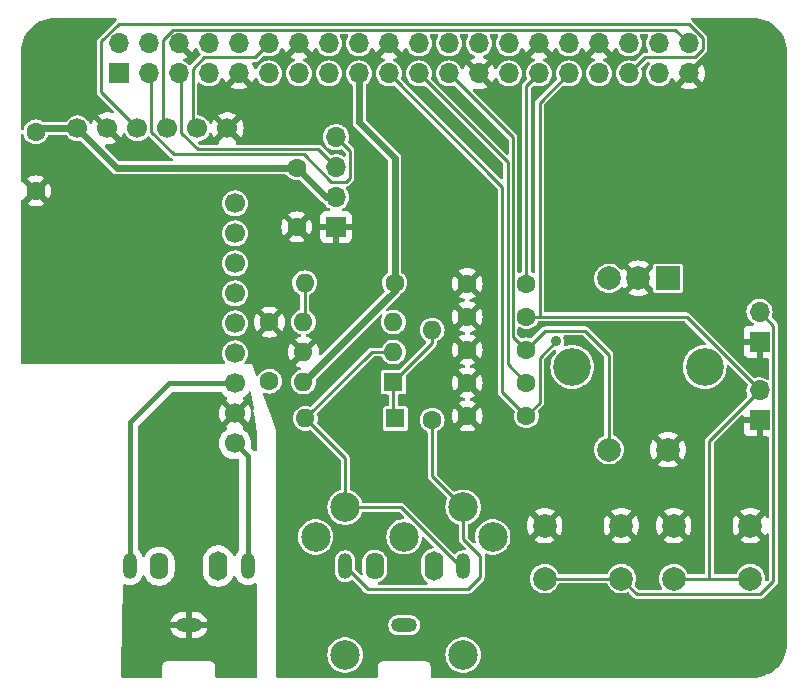
<source format=gtl>
G04 #@! TF.GenerationSoftware,KiCad,Pcbnew,8.0.7*
G04 #@! TF.CreationDate,2025-09-13T14:37:32+01:00*
G04 #@! TF.ProjectId,RPi-MiniDexed-IOBoard,5250692d-4d69-46e6-9944-657865642d49,rev?*
G04 #@! TF.SameCoordinates,Original*
G04 #@! TF.FileFunction,Copper,L1,Top*
G04 #@! TF.FilePolarity,Positive*
%FSLAX46Y46*%
G04 Gerber Fmt 4.6, Leading zero omitted, Abs format (unit mm)*
G04 Created by KiCad (PCBNEW 8.0.7) date 2025-09-13 14:37:32*
%MOMM*%
%LPD*%
G01*
G04 APERTURE LIST*
G04 #@! TA.AperFunction,ComponentPad*
%ADD10C,2.000000*%
G04 #@! TD*
G04 #@! TA.AperFunction,ComponentPad*
%ADD11R,2.000000X2.000000*%
G04 #@! TD*
G04 #@! TA.AperFunction,ComponentPad*
%ADD12C,3.200000*%
G04 #@! TD*
G04 #@! TA.AperFunction,ComponentPad*
%ADD13R,1.700000X1.700000*%
G04 #@! TD*
G04 #@! TA.AperFunction,ComponentPad*
%ADD14O,1.700000X1.700000*%
G04 #@! TD*
G04 #@! TA.AperFunction,ComponentPad*
%ADD15C,1.600000*%
G04 #@! TD*
G04 #@! TA.AperFunction,ComponentPad*
%ADD16O,1.600000X1.600000*%
G04 #@! TD*
G04 #@! TA.AperFunction,ComponentPad*
%ADD17C,1.700000*%
G04 #@! TD*
G04 #@! TA.AperFunction,ComponentPad*
%ADD18R,1.600000X1.600000*%
G04 #@! TD*
G04 #@! TA.AperFunction,ComponentPad*
%ADD19O,1.200000X2.200000*%
G04 #@! TD*
G04 #@! TA.AperFunction,ComponentPad*
%ADD20O,1.600000X2.300000*%
G04 #@! TD*
G04 #@! TA.AperFunction,ComponentPad*
%ADD21O,2.200000X1.200000*%
G04 #@! TD*
G04 #@! TA.AperFunction,ComponentPad*
%ADD22O,1.600000X2.500000*%
G04 #@! TD*
G04 #@! TA.AperFunction,WasherPad*
%ADD23C,2.499360*%
G04 #@! TD*
G04 #@! TA.AperFunction,ComponentPad*
%ADD24C,2.499360*%
G04 #@! TD*
G04 #@! TA.AperFunction,ViaPad*
%ADD25C,0.900000*%
G04 #@! TD*
G04 #@! TA.AperFunction,Conductor*
%ADD26C,0.600000*%
G04 #@! TD*
G04 #@! TA.AperFunction,Conductor*
%ADD27C,0.254000*%
G04 #@! TD*
G04 #@! TA.AperFunction,Conductor*
%ADD28C,0.400000*%
G04 #@! TD*
G04 APERTURE END LIST*
D10*
X244405000Y-137046000D03*
X250905000Y-137046000D03*
X244405000Y-141546000D03*
X250905000Y-141546000D03*
D11*
X254852000Y-116121000D03*
D10*
X249852000Y-116121000D03*
X252352000Y-116121000D03*
D12*
X257952000Y-123621000D03*
X246752000Y-123621000D03*
D10*
X249852000Y-130621000D03*
X254852000Y-130621000D03*
D13*
X262602000Y-121475000D03*
D14*
X262602000Y-118935000D03*
D15*
X231712000Y-116496000D03*
D16*
X224092000Y-116496000D03*
D15*
X242852000Y-122171000D03*
X237852000Y-122171000D03*
X242852000Y-116571000D03*
X237852000Y-116571000D03*
D17*
X217552000Y-103421000D03*
X215012000Y-103421000D03*
X212472000Y-103421000D03*
X209932000Y-103421000D03*
X207392000Y-103421000D03*
X204852000Y-103421000D03*
X218187000Y-130091000D03*
X218187000Y-127551000D03*
X218187000Y-125011000D03*
X218187000Y-122471000D03*
X218187000Y-119931000D03*
X218187000Y-117391000D03*
X218187000Y-114851000D03*
X218187000Y-112311000D03*
X218187000Y-109771000D03*
D15*
X221102000Y-124821000D03*
X221102000Y-119821000D03*
D18*
X231777000Y-127971000D03*
D16*
X224157000Y-127971000D03*
D15*
X234877000Y-128121000D03*
D16*
X234877000Y-120501000D03*
D15*
X242852000Y-127771000D03*
X237852000Y-127771000D03*
D13*
X226752000Y-111786000D03*
D14*
X226752000Y-109246000D03*
X226752000Y-106706000D03*
X226752000Y-104166000D03*
D10*
X255327000Y-137046000D03*
X261827000Y-137046000D03*
X255327000Y-141546000D03*
X261827000Y-141546000D03*
D18*
X231602000Y-124896000D03*
D16*
X231602000Y-122356000D03*
X231602000Y-119816000D03*
X223982000Y-119816000D03*
X223982000Y-122356000D03*
X223982000Y-124896000D03*
D19*
X209277000Y-140482000D03*
D20*
X211777000Y-140482000D03*
D21*
X214277000Y-145482000D03*
D19*
X219277000Y-140482000D03*
D22*
X216777000Y-140482000D03*
D13*
X262602000Y-128146000D03*
D14*
X262602000Y-125606000D03*
D15*
X201327000Y-103721000D03*
X201327000Y-108721000D03*
X242852000Y-119371000D03*
X237852000Y-119371000D03*
D23*
X227510740Y-147997440D03*
X237513260Y-147997440D03*
D24*
X240010080Y-138002540D03*
X232512000Y-138000000D03*
D21*
X232512000Y-145489740D03*
D24*
X225013920Y-138002540D03*
D19*
X227512000Y-140489740D03*
D24*
X237508180Y-135500640D03*
X227515820Y-135500640D03*
D19*
X237512000Y-140489740D03*
D20*
X230012000Y-140489740D03*
D22*
X235012000Y-140489740D03*
D15*
X242852000Y-124971000D03*
X237852000Y-124971000D03*
X223427000Y-106771000D03*
X223427000Y-111771000D03*
D13*
X208370000Y-98770000D03*
D14*
X208370000Y-96230000D03*
X210910000Y-98770000D03*
X210910000Y-96230000D03*
X213450000Y-98770000D03*
X213450000Y-96230000D03*
X215990000Y-98770000D03*
X215990000Y-96230000D03*
X218530000Y-98770000D03*
X218530000Y-96230000D03*
X221070000Y-98770000D03*
X221070000Y-96230000D03*
X223610000Y-98770000D03*
X223610000Y-96230000D03*
X226150000Y-98770000D03*
X226150000Y-96230000D03*
X228690000Y-98770000D03*
X228690000Y-96230000D03*
X231230000Y-98770000D03*
X231230000Y-96230000D03*
X233770000Y-98770000D03*
X233770000Y-96230000D03*
X236310000Y-98770000D03*
X236310000Y-96230000D03*
X238850000Y-98770000D03*
X238850000Y-96230000D03*
X241390000Y-98770000D03*
X241390000Y-96230000D03*
X243930000Y-98770000D03*
X243930000Y-96230000D03*
X246470000Y-98770000D03*
X246470000Y-96230000D03*
X249010000Y-98770000D03*
X249010000Y-96230000D03*
X251550000Y-98770000D03*
X251550000Y-96230000D03*
X254090000Y-98770000D03*
X254090000Y-96230000D03*
X256630000Y-98770000D03*
X256630000Y-96230000D03*
D25*
X216762000Y-108136000D03*
X224282000Y-132866000D03*
X220872000Y-115706000D03*
X231452000Y-102086000D03*
X209332000Y-114516000D03*
X246222000Y-113256000D03*
X243622000Y-148326000D03*
X263122000Y-112866000D03*
X230922000Y-131486000D03*
X252292000Y-121226000D03*
X263392000Y-103106000D03*
X211822000Y-108226000D03*
X224202000Y-147566000D03*
X255782000Y-148056000D03*
X246132000Y-103726000D03*
X246932000Y-127796000D03*
X245372000Y-121466000D03*
D26*
X223982000Y-124896000D02*
X231712000Y-117166000D01*
X228690000Y-98770000D02*
X228690000Y-102884000D01*
X228690000Y-102884000D02*
X231712000Y-105906000D01*
X223907000Y-124821000D02*
X223982000Y-124896000D01*
X231712000Y-105906000D02*
X231712000Y-116496000D01*
X231712000Y-117166000D02*
X231712000Y-116496000D01*
X226752000Y-109246000D02*
X225902000Y-109246000D01*
X201627000Y-103421000D02*
X201327000Y-103721000D01*
X204852000Y-103421000D02*
X201627000Y-103421000D01*
X225902000Y-109246000D02*
X223427000Y-106771000D01*
X204852000Y-103421000D02*
X208202000Y-106771000D01*
X208202000Y-106771000D02*
X223427000Y-106771000D01*
D27*
X244405000Y-141546000D02*
X250905000Y-141546000D01*
X263779000Y-141769000D02*
X262675000Y-142873000D01*
X262602000Y-118935000D02*
X263779000Y-120112000D01*
X263779000Y-120112000D02*
X263779000Y-141769000D01*
X242852000Y-116571000D02*
X242852000Y-99848000D01*
X252232000Y-142873000D02*
X250905000Y-141546000D01*
X262675000Y-142873000D02*
X252232000Y-142873000D01*
X243930000Y-98770000D02*
X243979000Y-98819000D01*
X242852000Y-99848000D02*
X243930000Y-98770000D01*
X243979000Y-101261000D02*
X246470000Y-98770000D01*
X262602000Y-125606000D02*
X258352000Y-129856000D01*
X242852000Y-119371000D02*
X244027000Y-119371000D01*
X262602000Y-125545810D02*
X262602000Y-125606000D01*
X255327000Y-141546000D02*
X261827000Y-141546000D01*
X243979000Y-118244000D02*
X243979000Y-119323000D01*
X256427190Y-119371000D02*
X262602000Y-125545810D01*
X243979000Y-119323000D02*
X244027000Y-119371000D01*
X243979000Y-118244000D02*
X243979000Y-101261000D01*
X258352000Y-129856000D02*
X258352000Y-141446000D01*
X244027000Y-119371000D02*
X256427190Y-119371000D01*
X211109000Y-98969000D02*
X211109000Y-103728000D01*
X213002000Y-105621000D02*
X224002000Y-105621000D01*
X227552000Y-107971000D02*
X227929000Y-107594000D01*
X224002000Y-105621000D02*
X226352000Y-107971000D01*
X210910000Y-98770000D02*
X211109000Y-98969000D01*
X227929000Y-105343000D02*
X226752000Y-104166000D01*
X211109000Y-103728000D02*
X213002000Y-105621000D01*
X226352000Y-107971000D02*
X227552000Y-107971000D01*
X227929000Y-107594000D02*
X227929000Y-105343000D01*
X225213000Y-105167000D02*
X226752000Y-106706000D01*
X213649000Y-98969000D02*
X213649000Y-103793000D01*
X213450000Y-98770000D02*
X213649000Y-98969000D01*
X215023000Y-105167000D02*
X225213000Y-105167000D01*
X213649000Y-103793000D02*
X215023000Y-105167000D01*
X224092000Y-119706000D02*
X223982000Y-119816000D01*
X224092000Y-116496000D02*
X224092000Y-119706000D01*
X214627000Y-103036000D02*
X215012000Y-103421000D01*
X215597000Y-97421000D02*
X214627000Y-98391000D01*
X219879000Y-97421000D02*
X215597000Y-97421000D01*
X221070000Y-96230000D02*
X219879000Y-97421000D01*
X214627000Y-98391000D02*
X214627000Y-103036000D01*
X244452000Y-120571000D02*
X247827000Y-120571000D01*
X241725000Y-121044000D02*
X241725000Y-104185000D01*
X242852000Y-122171000D02*
X241725000Y-121044000D01*
X242852000Y-122171000D02*
X244452000Y-120571000D01*
X249852000Y-122596000D02*
X249852000Y-130621000D01*
X247827000Y-120571000D02*
X249852000Y-122596000D01*
X241725000Y-104185000D02*
X236310000Y-98770000D01*
X257807000Y-96717530D02*
X257807000Y-95742470D01*
X252913000Y-97407000D02*
X257117530Y-97407000D01*
X206877000Y-96058470D02*
X206877000Y-100366000D01*
X257807000Y-95742470D02*
X256663530Y-94599000D01*
X208336470Y-94599000D02*
X206877000Y-96058470D01*
X251550000Y-98770000D02*
X252913000Y-97407000D01*
X256663530Y-94599000D02*
X208336470Y-94599000D01*
X257117530Y-97407000D02*
X257807000Y-96717530D01*
X206877000Y-100366000D02*
X209932000Y-103421000D01*
X255453000Y-95053000D02*
X212962470Y-95053000D01*
X212087000Y-103036000D02*
X212472000Y-103421000D01*
X212087000Y-95928470D02*
X212087000Y-103036000D01*
X212962470Y-95053000D02*
X212087000Y-95928470D01*
X256630000Y-96230000D02*
X255453000Y-95053000D01*
X237902000Y-142446000D02*
X229468260Y-142446000D01*
X237508180Y-135500640D02*
X237508180Y-138202180D01*
X234877000Y-132869460D02*
X237508180Y-135500640D01*
X234877000Y-128121000D02*
X234877000Y-132869460D01*
X229468260Y-142446000D02*
X227512000Y-140489740D01*
X237508180Y-138202180D02*
X238952000Y-139646000D01*
X238952000Y-139646000D02*
X238952000Y-141396000D01*
X238952000Y-141396000D02*
X237902000Y-142446000D01*
X233770000Y-98770000D02*
X241271000Y-106271000D01*
X241271000Y-123390000D02*
X242852000Y-124971000D01*
X241271000Y-106271000D02*
X241271000Y-123390000D01*
X240817000Y-108357000D02*
X240817000Y-125736000D01*
X231230000Y-98770000D02*
X240817000Y-108357000D01*
X245372000Y-121466000D02*
X243979000Y-122859000D01*
X240817000Y-125736000D02*
X242852000Y-127771000D01*
X243979000Y-122859000D02*
X243979000Y-126644000D01*
X243979000Y-126644000D02*
X242852000Y-127771000D01*
D28*
X219277000Y-131181000D02*
X219277000Y-140482000D01*
X218187000Y-130091000D02*
X219277000Y-131181000D01*
X209277000Y-128311000D02*
X209277000Y-140482000D01*
X212577000Y-125011000D02*
X209277000Y-128311000D01*
X218187000Y-125011000D02*
X212577000Y-125011000D01*
D27*
X227515820Y-135500640D02*
X227515820Y-131329820D01*
X227515820Y-131329820D02*
X224157000Y-127971000D01*
X237231503Y-140489740D02*
X237512000Y-140489740D01*
X232242403Y-135500640D02*
X237231503Y-140489740D01*
X229772000Y-122356000D02*
X224157000Y-127971000D01*
X231602000Y-122356000D02*
X229772000Y-122356000D01*
X227515820Y-135500640D02*
X232242403Y-135500640D01*
X234877000Y-121621000D02*
X231602000Y-124896000D01*
X231602000Y-124896000D02*
X231602000Y-127796000D01*
X234877000Y-120501000D02*
X234877000Y-121621000D01*
X231602000Y-127796000D02*
X231777000Y-127971000D01*
G04 #@! TA.AperFunction,Conductor*
G36*
X217027083Y-125739502D02*
G01*
X217064445Y-125776585D01*
X217111275Y-125848265D01*
X217111279Y-125848270D01*
X217263762Y-126013908D01*
X217316922Y-126055284D01*
X217441424Y-126152189D01*
X217475205Y-126170470D01*
X217525596Y-126220482D01*
X217540949Y-126289799D01*
X217516389Y-126356412D01*
X217475208Y-126392097D01*
X217441700Y-126410230D01*
X217421310Y-126426099D01*
X217421310Y-126426101D01*
X218062051Y-127066842D01*
X217994007Y-127085075D01*
X217879993Y-127150901D01*
X217786901Y-127243993D01*
X217721075Y-127358007D01*
X217702841Y-127426052D01*
X217063921Y-126787132D01*
X216988580Y-126902451D01*
X216898179Y-127108543D01*
X216898176Y-127108550D01*
X216842932Y-127326707D01*
X216824346Y-127551000D01*
X216842932Y-127775292D01*
X216898176Y-127993449D01*
X216898179Y-127993456D01*
X216988580Y-128199548D01*
X217063922Y-128314866D01*
X217702841Y-127675946D01*
X217721075Y-127743993D01*
X217786901Y-127858007D01*
X217879993Y-127951099D01*
X217994007Y-128016925D01*
X218062051Y-128035157D01*
X217421310Y-128675898D01*
X217441694Y-128691763D01*
X217441700Y-128691768D01*
X217475206Y-128709900D01*
X217525597Y-128759913D01*
X217540949Y-128829230D01*
X217516389Y-128895843D01*
X217475209Y-128931526D01*
X217441430Y-128949806D01*
X217441424Y-128949811D01*
X217263762Y-129088091D01*
X217111279Y-129253729D01*
X217111275Y-129253734D01*
X216988141Y-129442206D01*
X216897703Y-129648386D01*
X216897702Y-129648387D01*
X216842437Y-129866624D01*
X216823844Y-130091000D01*
X216842437Y-130315375D01*
X216897702Y-130533612D01*
X216897703Y-130533613D01*
X216897704Y-130533616D01*
X216988140Y-130739791D01*
X216988141Y-130739793D01*
X217111275Y-130928265D01*
X217111279Y-130928270D01*
X217263762Y-131093908D01*
X217286003Y-131111219D01*
X217441424Y-131232189D01*
X217639426Y-131339342D01*
X217639427Y-131339342D01*
X217639428Y-131339343D01*
X217751227Y-131377723D01*
X217852365Y-131412444D01*
X218074431Y-131449500D01*
X218074435Y-131449500D01*
X218299565Y-131449500D01*
X218299569Y-131449500D01*
X218421763Y-131429109D01*
X218492245Y-131437626D01*
X218546935Y-131482898D01*
X218568468Y-131550550D01*
X218568500Y-131553391D01*
X218568500Y-139070653D01*
X218548498Y-139138774D01*
X218531595Y-139159748D01*
X218431487Y-139259855D01*
X218431485Y-139259858D01*
X218328928Y-139401015D01*
X218249713Y-139556482D01*
X218249712Y-139556483D01*
X218243854Y-139574513D01*
X218203778Y-139633117D01*
X218138380Y-139660751D01*
X218068424Y-139648642D01*
X218016120Y-139600634D01*
X218004189Y-139574507D01*
X217998335Y-139556491D01*
X217989634Y-139529710D01*
X217896129Y-139346197D01*
X217775068Y-139179570D01*
X217775065Y-139179567D01*
X217775063Y-139179564D01*
X217629435Y-139033936D01*
X217629432Y-139033934D01*
X217629430Y-139033932D01*
X217462803Y-138912871D01*
X217279290Y-138819366D01*
X217279287Y-138819365D01*
X217279285Y-138819364D01*
X217083412Y-138755721D01*
X217083410Y-138755720D01*
X217083408Y-138755720D01*
X216879981Y-138723500D01*
X216674019Y-138723500D01*
X216470592Y-138755720D01*
X216470590Y-138755720D01*
X216470587Y-138755721D01*
X216274714Y-138819364D01*
X216274708Y-138819367D01*
X216091193Y-138912873D01*
X215924567Y-139033934D01*
X215924564Y-139033936D01*
X215778936Y-139179564D01*
X215778934Y-139179567D01*
X215657873Y-139346193D01*
X215564367Y-139529708D01*
X215564364Y-139529714D01*
X215500721Y-139725587D01*
X215500720Y-139725590D01*
X215500720Y-139725592D01*
X215468500Y-139929019D01*
X215468500Y-141034981D01*
X215500720Y-141238408D01*
X215500721Y-141238412D01*
X215555666Y-141407516D01*
X215564366Y-141434290D01*
X215657871Y-141617803D01*
X215778932Y-141784430D01*
X215778934Y-141784432D01*
X215778936Y-141784435D01*
X215924564Y-141930063D01*
X215924567Y-141930065D01*
X215924570Y-141930068D01*
X216091197Y-142051129D01*
X216274710Y-142144634D01*
X216470592Y-142208280D01*
X216674019Y-142240500D01*
X216674022Y-142240500D01*
X216879978Y-142240500D01*
X216879981Y-142240500D01*
X217083408Y-142208280D01*
X217279290Y-142144634D01*
X217462803Y-142051129D01*
X217629430Y-141930068D01*
X217775068Y-141784430D01*
X217896129Y-141617803D01*
X217989634Y-141434290D01*
X218004190Y-141389488D01*
X218044261Y-141330886D01*
X218109657Y-141303249D01*
X218179614Y-141315354D01*
X218231921Y-141363359D01*
X218243854Y-141389488D01*
X218249712Y-141407516D01*
X218328926Y-141562981D01*
X218431483Y-141704139D01*
X218431485Y-141704141D01*
X218431487Y-141704144D01*
X218554855Y-141827512D01*
X218554858Y-141827514D01*
X218554861Y-141827517D01*
X218696019Y-141930074D01*
X218851484Y-142009288D01*
X219017426Y-142063205D01*
X219189759Y-142090500D01*
X219189762Y-142090500D01*
X219364238Y-142090500D01*
X219364241Y-142090500D01*
X219536574Y-142063205D01*
X219702516Y-142009288D01*
X219857981Y-141930074D01*
X219857991Y-141930066D01*
X219860165Y-141928735D01*
X219861109Y-141928479D01*
X219862392Y-141927826D01*
X219862529Y-141928095D01*
X219928699Y-141910197D01*
X219996375Y-141931653D01*
X220041708Y-141986292D01*
X220052000Y-142036168D01*
X220052000Y-149805500D01*
X220031998Y-149873621D01*
X219978342Y-149920114D01*
X219926000Y-149931500D01*
X216653500Y-149931500D01*
X216585379Y-149911498D01*
X216538886Y-149857842D01*
X216527500Y-149805500D01*
X216527500Y-148922692D01*
X216527500Y-148922691D01*
X216496799Y-148808114D01*
X216437489Y-148705387D01*
X216437487Y-148705385D01*
X216437483Y-148705380D01*
X216353619Y-148621516D01*
X216353609Y-148621508D01*
X216250886Y-148562201D01*
X216136309Y-148531500D01*
X216097918Y-148531500D01*
X212493408Y-148531500D01*
X212477000Y-148531500D01*
X212417691Y-148531500D01*
X212341306Y-148551967D01*
X212303113Y-148562201D01*
X212200390Y-148621508D01*
X212200380Y-148621516D01*
X212116516Y-148705380D01*
X212116508Y-148705390D01*
X212057201Y-148808113D01*
X212026500Y-148922692D01*
X212026500Y-149805500D01*
X212006498Y-149873621D01*
X211952842Y-149920114D01*
X211900500Y-149931500D01*
X208662313Y-149931500D01*
X208594192Y-149911498D01*
X208547699Y-149857842D01*
X208536341Y-149802841D01*
X208539275Y-149663826D01*
X208553668Y-148982000D01*
X208622185Y-145736000D01*
X212695420Y-145736000D01*
X212696285Y-145741465D01*
X212750174Y-145907319D01*
X212750177Y-145907325D01*
X212829356Y-146062721D01*
X212931867Y-146203815D01*
X212931869Y-146203818D01*
X213055181Y-146327130D01*
X213055184Y-146327132D01*
X213196278Y-146429643D01*
X213351674Y-146508822D01*
X213351680Y-146508825D01*
X213517539Y-146562715D01*
X213517535Y-146562715D01*
X213689802Y-146590000D01*
X214023000Y-146590000D01*
X214531000Y-146590000D01*
X214864198Y-146590000D01*
X215036462Y-146562715D01*
X215202319Y-146508825D01*
X215202325Y-146508822D01*
X215357721Y-146429643D01*
X215498815Y-146327132D01*
X215498818Y-146327130D01*
X215622130Y-146203818D01*
X215622132Y-146203815D01*
X215724643Y-146062721D01*
X215803822Y-145907325D01*
X215803825Y-145907319D01*
X215857714Y-145741465D01*
X215858580Y-145736000D01*
X214531000Y-145736000D01*
X214531000Y-146590000D01*
X214023000Y-146590000D01*
X214023000Y-145736000D01*
X212695420Y-145736000D01*
X208622185Y-145736000D01*
X208628386Y-145442218D01*
X213577000Y-145442218D01*
X213577000Y-145521782D01*
X213607448Y-145595291D01*
X213663709Y-145651552D01*
X213737218Y-145682000D01*
X214816782Y-145682000D01*
X214890291Y-145651552D01*
X214946552Y-145595291D01*
X214977000Y-145521782D01*
X214977000Y-145442218D01*
X214946552Y-145368709D01*
X214890291Y-145312448D01*
X214816782Y-145282000D01*
X213737218Y-145282000D01*
X213663709Y-145312448D01*
X213607448Y-145368709D01*
X213577000Y-145442218D01*
X208628386Y-145442218D01*
X208632908Y-145228000D01*
X212695420Y-145228000D01*
X214023000Y-145228000D01*
X214531000Y-145228000D01*
X215858580Y-145228000D01*
X215857714Y-145222534D01*
X215803825Y-145056680D01*
X215803822Y-145056674D01*
X215724643Y-144901278D01*
X215622132Y-144760184D01*
X215622130Y-144760181D01*
X215498818Y-144636869D01*
X215498815Y-144636867D01*
X215357721Y-144534356D01*
X215202325Y-144455177D01*
X215202319Y-144455174D01*
X215036460Y-144401284D01*
X215036464Y-144401284D01*
X214864198Y-144374000D01*
X214531000Y-144374000D01*
X214531000Y-145228000D01*
X214023000Y-145228000D01*
X214023000Y-144374000D01*
X213689802Y-144374000D01*
X213517537Y-144401284D01*
X213351680Y-144455174D01*
X213351674Y-144455177D01*
X213196278Y-144534356D01*
X213055184Y-144636867D01*
X213055181Y-144636869D01*
X212931869Y-144760181D01*
X212931867Y-144760184D01*
X212829356Y-144901278D01*
X212750177Y-145056674D01*
X212750174Y-145056680D01*
X212696285Y-145222534D01*
X212695420Y-145228000D01*
X208632908Y-145228000D01*
X208698295Y-142130264D01*
X208719729Y-142062586D01*
X208774354Y-142017235D01*
X208844826Y-142008617D01*
X208863197Y-142013093D01*
X209017426Y-142063205D01*
X209189759Y-142090500D01*
X209189762Y-142090500D01*
X209364238Y-142090500D01*
X209364241Y-142090500D01*
X209536574Y-142063205D01*
X209702516Y-142009288D01*
X209857981Y-141930074D01*
X209999139Y-141827517D01*
X210122517Y-141704139D01*
X210225074Y-141562981D01*
X210304288Y-141407516D01*
X210326410Y-141339427D01*
X210366481Y-141280826D01*
X210431878Y-141253188D01*
X210501835Y-141265294D01*
X210554141Y-141313300D01*
X210562650Y-141330147D01*
X210564364Y-141334286D01*
X210564365Y-141334289D01*
X210564366Y-141334290D01*
X210657871Y-141517803D01*
X210778932Y-141684430D01*
X210778934Y-141684432D01*
X210778936Y-141684435D01*
X210924564Y-141830063D01*
X210924567Y-141830065D01*
X210924570Y-141830068D01*
X211091197Y-141951129D01*
X211274710Y-142044634D01*
X211470592Y-142108280D01*
X211674019Y-142140500D01*
X211674022Y-142140500D01*
X211879978Y-142140500D01*
X211879981Y-142140500D01*
X212083408Y-142108280D01*
X212279290Y-142044634D01*
X212462803Y-141951129D01*
X212629430Y-141830068D01*
X212775068Y-141684430D01*
X212896129Y-141517803D01*
X212989634Y-141334290D01*
X213053280Y-141138408D01*
X213085500Y-140934981D01*
X213085500Y-140029019D01*
X213053280Y-139825592D01*
X212989634Y-139629710D01*
X212896129Y-139446197D01*
X212775068Y-139279570D01*
X212775065Y-139279567D01*
X212775063Y-139279564D01*
X212629435Y-139133936D01*
X212629432Y-139133934D01*
X212629430Y-139133932D01*
X212462803Y-139012871D01*
X212279290Y-138919366D01*
X212279287Y-138919365D01*
X212279285Y-138919364D01*
X212083412Y-138855721D01*
X212083410Y-138855720D01*
X212083408Y-138855720D01*
X211879981Y-138823500D01*
X211674019Y-138823500D01*
X211470592Y-138855720D01*
X211470590Y-138855720D01*
X211470587Y-138855721D01*
X211274714Y-138919364D01*
X211274708Y-138919367D01*
X211091193Y-139012873D01*
X210924567Y-139133934D01*
X210924564Y-139133936D01*
X210778936Y-139279564D01*
X210778934Y-139279567D01*
X210657873Y-139446193D01*
X210564361Y-139629719D01*
X210562648Y-139633856D01*
X210518097Y-139689135D01*
X210450733Y-139711552D01*
X210381942Y-139693990D01*
X210333567Y-139642026D01*
X210326409Y-139624567D01*
X210304290Y-139556491D01*
X210304288Y-139556484D01*
X210225074Y-139401019D01*
X210122517Y-139259861D01*
X210122514Y-139259858D01*
X210122512Y-139259855D01*
X210022405Y-139159748D01*
X209988379Y-139097436D01*
X209985500Y-139070653D01*
X209985500Y-128656660D01*
X210005502Y-128588539D01*
X210022405Y-128567565D01*
X212833565Y-125756405D01*
X212895877Y-125722379D01*
X212922660Y-125719500D01*
X216958962Y-125719500D01*
X217027083Y-125739502D01*
G37*
G04 #@! TD.AperFunction*
G04 #@! TA.AperFunction,Conductor*
G36*
X219525223Y-125709631D02*
G01*
X219563157Y-125769643D01*
X219566830Y-125787119D01*
X219763375Y-127220738D01*
X219752811Y-127290944D01*
X219710928Y-127338644D01*
X219742217Y-127349915D01*
X219785402Y-127406267D01*
X219792683Y-127434514D01*
X220050832Y-129317480D01*
X220052000Y-129334594D01*
X220052000Y-130650975D01*
X220031998Y-130719096D01*
X219978342Y-130765589D01*
X219908068Y-130775693D01*
X219843488Y-130746199D01*
X219828602Y-130730910D01*
X219827324Y-130729353D01*
X219558299Y-130460328D01*
X219524273Y-130398016D01*
X219525250Y-130340299D01*
X219531563Y-130315371D01*
X219531564Y-130315368D01*
X219550156Y-130091000D01*
X219531564Y-129866632D01*
X219476296Y-129648384D01*
X219385860Y-129442209D01*
X219304371Y-129317480D01*
X219262724Y-129253734D01*
X219262720Y-129253729D01*
X219110237Y-129088091D01*
X219028382Y-129024381D01*
X218932576Y-128949811D01*
X218898792Y-128931528D01*
X218848402Y-128881516D01*
X218833050Y-128812199D01*
X218857610Y-128745586D01*
X218898793Y-128709901D01*
X218932299Y-128691768D01*
X218932302Y-128691766D01*
X218952689Y-128675898D01*
X218311948Y-128035157D01*
X218379993Y-128016925D01*
X218494007Y-127951099D01*
X218587099Y-127858007D01*
X218652925Y-127743993D01*
X218671157Y-127675948D01*
X219310076Y-128314867D01*
X219310077Y-128314866D01*
X219385419Y-128199551D01*
X219475820Y-127993456D01*
X219475823Y-127993449D01*
X219531067Y-127775292D01*
X219549653Y-127551000D01*
X219542281Y-127462034D01*
X219556589Y-127392494D01*
X219596666Y-127351502D01*
X219569729Y-127343401D01*
X219523589Y-127289442D01*
X219516398Y-127268783D01*
X219475819Y-127108541D01*
X219385422Y-126902456D01*
X219385417Y-126902448D01*
X219310076Y-126787132D01*
X218671157Y-127426051D01*
X218652925Y-127358007D01*
X218587099Y-127243993D01*
X218494007Y-127150901D01*
X218379993Y-127085075D01*
X218311947Y-127066841D01*
X218952689Y-126426100D01*
X218952688Y-126426099D01*
X218932306Y-126410235D01*
X218932294Y-126410227D01*
X218898792Y-126392097D01*
X218848402Y-126342084D01*
X218833050Y-126272767D01*
X218857611Y-126206154D01*
X218898790Y-126170472D01*
X218932576Y-126152189D01*
X219110240Y-126013906D01*
X219262722Y-125848268D01*
X219336518Y-125735314D01*
X219390518Y-125689230D01*
X219460865Y-125679654D01*
X219525223Y-125709631D01*
G37*
G04 #@! TD.AperFunction*
G04 #@! TA.AperFunction,Conductor*
G36*
X262003525Y-94050697D02*
G01*
X262323176Y-94068649D01*
X262337212Y-94070230D01*
X262649357Y-94123266D01*
X262663115Y-94126406D01*
X262967362Y-94214058D01*
X262980696Y-94218724D01*
X263273202Y-94339884D01*
X263285933Y-94346015D01*
X263563032Y-94499162D01*
X263574996Y-94506679D01*
X263833213Y-94689894D01*
X263844260Y-94698704D01*
X264080334Y-94909674D01*
X264090325Y-94919665D01*
X264301295Y-95155739D01*
X264310105Y-95166786D01*
X264493320Y-95425003D01*
X264500837Y-95436967D01*
X264653984Y-95714066D01*
X264660115Y-95726797D01*
X264781275Y-96019303D01*
X264785942Y-96032640D01*
X264873591Y-96336876D01*
X264876735Y-96350651D01*
X264929768Y-96662785D01*
X264931350Y-96676826D01*
X264949302Y-96996474D01*
X264949500Y-97003539D01*
X264949500Y-146996460D01*
X264949302Y-147003525D01*
X264931350Y-147323173D01*
X264929768Y-147337214D01*
X264876735Y-147649348D01*
X264873591Y-147663123D01*
X264785942Y-147967359D01*
X264781275Y-147980696D01*
X264660115Y-148273202D01*
X264653984Y-148285933D01*
X264500837Y-148563032D01*
X264493320Y-148574996D01*
X264310105Y-148833213D01*
X264301295Y-148844260D01*
X264090325Y-149080334D01*
X264080334Y-149090325D01*
X263844260Y-149301295D01*
X263833213Y-149310105D01*
X263574996Y-149493320D01*
X263563032Y-149500837D01*
X263285933Y-149653984D01*
X263273202Y-149660115D01*
X262980696Y-149781275D01*
X262967359Y-149785942D01*
X262663123Y-149873591D01*
X262649348Y-149876735D01*
X262337214Y-149929768D01*
X262323173Y-149931350D01*
X262003560Y-149949299D01*
X261996439Y-149949497D01*
X239057973Y-149939260D01*
X239057873Y-149939240D01*
X239032918Y-149939240D01*
X239011271Y-149939240D01*
X238991105Y-149939231D01*
X238991104Y-149939231D01*
X238966135Y-149939220D01*
X238966036Y-149939240D01*
X234888500Y-149939240D01*
X234820379Y-149919238D01*
X234773886Y-149865582D01*
X234762500Y-149813240D01*
X234762500Y-148943836D01*
X234762463Y-148943656D01*
X234762465Y-148930437D01*
X234731775Y-148815860D01*
X234672474Y-148713132D01*
X234588604Y-148629254D01*
X234578782Y-148623582D01*
X234485888Y-148569944D01*
X234485883Y-148569942D01*
X234371308Y-148539240D01*
X234332918Y-148539240D01*
X230764230Y-148539240D01*
X230764090Y-148539199D01*
X230652687Y-148539200D01*
X230652682Y-148539201D01*
X230538105Y-148569903D01*
X230538100Y-148569905D01*
X230435373Y-148629221D01*
X230351495Y-148713107D01*
X230351493Y-148713109D01*
X230292187Y-148815847D01*
X230261494Y-148930434D01*
X230261500Y-148989735D01*
X230261500Y-149813240D01*
X230241498Y-149881361D01*
X230187842Y-149927854D01*
X230135500Y-149939240D01*
X226012026Y-149939240D01*
X221827814Y-149933052D01*
X221759723Y-149912949D01*
X221713309Y-149859225D01*
X221702000Y-149807052D01*
X221702000Y-147997440D01*
X226005419Y-147997440D01*
X226013478Y-148094702D01*
X226025951Y-148245215D01*
X226086979Y-148486213D01*
X226086982Y-148486220D01*
X226186849Y-148713893D01*
X226322829Y-148922027D01*
X226491207Y-149104935D01*
X226491212Y-149104939D01*
X226491214Y-149104941D01*
X226687407Y-149257644D01*
X226906059Y-149375973D01*
X227141206Y-149456699D01*
X227386432Y-149497620D01*
X227386436Y-149497620D01*
X227635044Y-149497620D01*
X227635048Y-149497620D01*
X227880274Y-149456699D01*
X228115421Y-149375973D01*
X228334073Y-149257644D01*
X228530266Y-149104941D01*
X228548061Y-149085611D01*
X228698650Y-148922027D01*
X228713517Y-148899271D01*
X228834630Y-148713894D01*
X228934499Y-148486217D01*
X228995530Y-148245208D01*
X229016061Y-147997440D01*
X236007939Y-147997440D01*
X236015998Y-148094702D01*
X236028471Y-148245215D01*
X236089499Y-148486213D01*
X236089502Y-148486220D01*
X236189369Y-148713893D01*
X236325349Y-148922027D01*
X236493727Y-149104935D01*
X236493732Y-149104939D01*
X236493734Y-149104941D01*
X236689927Y-149257644D01*
X236908579Y-149375973D01*
X237143726Y-149456699D01*
X237388952Y-149497620D01*
X237388956Y-149497620D01*
X237637564Y-149497620D01*
X237637568Y-149497620D01*
X237882794Y-149456699D01*
X238117941Y-149375973D01*
X238336593Y-149257644D01*
X238532786Y-149104941D01*
X238550581Y-149085611D01*
X238701170Y-148922027D01*
X238716037Y-148899271D01*
X238837150Y-148713894D01*
X238937019Y-148486217D01*
X238998050Y-148245208D01*
X239018581Y-147997440D01*
X238998050Y-147749672D01*
X238937019Y-147508663D01*
X238837150Y-147280986D01*
X238758021Y-147159870D01*
X238701170Y-147072852D01*
X238532792Y-146889944D01*
X238336595Y-146737237D01*
X238313750Y-146724874D01*
X238117941Y-146618907D01*
X238117937Y-146618905D01*
X238117936Y-146618905D01*
X237882798Y-146538182D01*
X237882791Y-146538180D01*
X237777840Y-146520667D01*
X237637568Y-146497260D01*
X237388952Y-146497260D01*
X237266229Y-146517738D01*
X237143728Y-146538180D01*
X237143721Y-146538182D01*
X236908583Y-146618905D01*
X236689924Y-146737237D01*
X236493727Y-146889944D01*
X236325349Y-147072852D01*
X236189369Y-147280986D01*
X236089502Y-147508659D01*
X236089499Y-147508666D01*
X236028471Y-147749664D01*
X236028470Y-147749670D01*
X236028470Y-147749672D01*
X236007939Y-147997440D01*
X229016061Y-147997440D01*
X228995530Y-147749672D01*
X228934499Y-147508663D01*
X228834630Y-147280986D01*
X228755501Y-147159870D01*
X228698650Y-147072852D01*
X228530272Y-146889944D01*
X228334075Y-146737237D01*
X228311230Y-146724874D01*
X228115421Y-146618907D01*
X228115417Y-146618905D01*
X228115416Y-146618905D01*
X227880278Y-146538182D01*
X227880271Y-146538180D01*
X227775320Y-146520667D01*
X227635048Y-146497260D01*
X227386432Y-146497260D01*
X227263709Y-146517738D01*
X227141208Y-146538180D01*
X227141201Y-146538182D01*
X226906063Y-146618905D01*
X226687404Y-146737237D01*
X226491207Y-146889944D01*
X226322829Y-147072852D01*
X226186849Y-147280986D01*
X226086982Y-147508659D01*
X226086979Y-147508666D01*
X226025951Y-147749664D01*
X226025950Y-147749670D01*
X226025950Y-147749672D01*
X226005419Y-147997440D01*
X221702000Y-147997440D01*
X221702000Y-145405970D01*
X231161500Y-145405970D01*
X231161500Y-145405973D01*
X231161500Y-145573507D01*
X231194184Y-145737822D01*
X231258297Y-145892603D01*
X231258298Y-145892604D01*
X231351373Y-146031901D01*
X231351378Y-146031907D01*
X231469832Y-146150361D01*
X231469838Y-146150366D01*
X231609137Y-146243443D01*
X231763918Y-146307556D01*
X231928233Y-146340240D01*
X231928234Y-146340240D01*
X233095766Y-146340240D01*
X233095767Y-146340240D01*
X233260082Y-146307556D01*
X233414863Y-146243443D01*
X233554162Y-146150366D01*
X233672626Y-146031902D01*
X233765703Y-145892603D01*
X233829816Y-145737822D01*
X233862500Y-145573507D01*
X233862500Y-145405973D01*
X233829816Y-145241658D01*
X233765703Y-145086877D01*
X233672626Y-144947578D01*
X233672621Y-144947572D01*
X233554167Y-144829118D01*
X233554161Y-144829113D01*
X233414864Y-144736038D01*
X233414865Y-144736038D01*
X233414863Y-144736037D01*
X233305420Y-144690704D01*
X233260085Y-144671925D01*
X233260083Y-144671924D01*
X233260082Y-144671924D01*
X233177368Y-144655471D01*
X233095769Y-144639240D01*
X233095767Y-144639240D01*
X231928233Y-144639240D01*
X231928230Y-144639240D01*
X231805830Y-144663587D01*
X231763918Y-144671924D01*
X231763917Y-144671924D01*
X231763914Y-144671925D01*
X231609135Y-144736038D01*
X231469838Y-144829113D01*
X231469832Y-144829118D01*
X231351378Y-144947572D01*
X231351373Y-144947578D01*
X231258298Y-145086875D01*
X231194185Y-145241654D01*
X231161500Y-145405970D01*
X221702000Y-145405970D01*
X221702000Y-138002540D01*
X223508599Y-138002540D01*
X223528920Y-138247775D01*
X223529131Y-138250315D01*
X223590159Y-138491313D01*
X223590162Y-138491320D01*
X223690029Y-138718993D01*
X223826009Y-138927127D01*
X223994387Y-139110035D01*
X223994392Y-139110039D01*
X223994394Y-139110041D01*
X224073903Y-139171925D01*
X224187323Y-139260204D01*
X224190587Y-139262744D01*
X224409239Y-139381073D01*
X224644386Y-139461799D01*
X224889612Y-139502720D01*
X224889616Y-139502720D01*
X225138224Y-139502720D01*
X225138228Y-139502720D01*
X225383454Y-139461799D01*
X225618601Y-139381073D01*
X225837253Y-139262744D01*
X226033446Y-139110041D01*
X226034590Y-139108799D01*
X226201830Y-138927127D01*
X226214252Y-138908114D01*
X226337810Y-138718994D01*
X226437679Y-138491317D01*
X226498710Y-138250308D01*
X226519241Y-138002540D01*
X226498710Y-137754772D01*
X226458504Y-137596000D01*
X226437680Y-137513766D01*
X226437677Y-137513759D01*
X226337810Y-137286086D01*
X226201830Y-137077952D01*
X226033452Y-136895044D01*
X226030182Y-136892499D01*
X225923375Y-136809367D01*
X225837255Y-136742337D01*
X225734613Y-136686790D01*
X225618601Y-136624007D01*
X225618597Y-136624005D01*
X225618596Y-136624005D01*
X225383458Y-136543282D01*
X225383451Y-136543280D01*
X225278500Y-136525767D01*
X225138228Y-136502360D01*
X224889612Y-136502360D01*
X224766889Y-136522838D01*
X224644388Y-136543280D01*
X224644381Y-136543282D01*
X224409243Y-136624005D01*
X224190584Y-136742337D01*
X223994387Y-136895044D01*
X223826009Y-137077952D01*
X223690029Y-137286086D01*
X223590162Y-137513759D01*
X223590159Y-137513766D01*
X223529131Y-137754764D01*
X223529130Y-137754770D01*
X223529130Y-137754772D01*
X223508599Y-138002540D01*
X221702000Y-138002540D01*
X221702000Y-129045999D01*
X221299827Y-127970996D01*
X223101417Y-127970996D01*
X223101417Y-127971003D01*
X223121698Y-128176927D01*
X223121699Y-128176933D01*
X223121700Y-128176934D01*
X223176457Y-128357447D01*
X223181768Y-128374954D01*
X223273247Y-128546099D01*
X223279315Y-128557450D01*
X223410590Y-128717410D01*
X223570550Y-128848685D01*
X223753046Y-128946232D01*
X223951066Y-129006300D01*
X223951070Y-129006300D01*
X223951072Y-129006301D01*
X224156997Y-129026583D01*
X224157000Y-129026583D01*
X224157003Y-129026583D01*
X224362927Y-129006301D01*
X224362928Y-129006300D01*
X224362934Y-129006300D01*
X224517392Y-128959445D01*
X224588384Y-128958813D01*
X224643061Y-128990926D01*
X227101415Y-131449280D01*
X227135441Y-131511592D01*
X227138320Y-131538375D01*
X227138320Y-133954152D01*
X227118318Y-134022273D01*
X227064662Y-134068766D01*
X227053233Y-134073325D01*
X226911141Y-134122106D01*
X226692484Y-134240437D01*
X226496287Y-134393144D01*
X226327909Y-134576052D01*
X226191929Y-134784186D01*
X226092062Y-135011859D01*
X226092059Y-135011866D01*
X226031031Y-135252864D01*
X226031030Y-135252870D01*
X226031030Y-135252872D01*
X226010499Y-135500640D01*
X226026870Y-135698208D01*
X226031031Y-135748415D01*
X226092059Y-135989413D01*
X226092062Y-135989420D01*
X226191929Y-136217093D01*
X226327909Y-136425227D01*
X226496287Y-136608135D01*
X226496292Y-136608139D01*
X226496294Y-136608141D01*
X226516679Y-136624007D01*
X226665444Y-136739796D01*
X226692487Y-136760844D01*
X226911139Y-136879173D01*
X227146286Y-136959899D01*
X227391512Y-137000820D01*
X227391516Y-137000820D01*
X227640124Y-137000820D01*
X227640128Y-137000820D01*
X227885354Y-136959899D01*
X228120501Y-136879173D01*
X228339153Y-136760844D01*
X228535346Y-136608141D01*
X228537419Y-136605890D01*
X228703730Y-136425227D01*
X228715525Y-136407173D01*
X228839710Y-136217094D01*
X228939579Y-135989417D01*
X228943684Y-135973208D01*
X228979797Y-135912082D01*
X229043225Y-135880184D01*
X229065828Y-135878140D01*
X232033848Y-135878140D01*
X232101969Y-135898142D01*
X232122943Y-135915045D01*
X232492623Y-136284725D01*
X232526649Y-136347037D01*
X232521584Y-136417852D01*
X232479037Y-136474688D01*
X232412517Y-136499499D01*
X232403528Y-136499820D01*
X232387692Y-136499820D01*
X232264969Y-136520298D01*
X232142468Y-136540740D01*
X232142461Y-136540742D01*
X231907323Y-136621465D01*
X231688664Y-136739797D01*
X231492467Y-136892504D01*
X231324089Y-137075412D01*
X231188109Y-137283546D01*
X231088242Y-137511219D01*
X231088239Y-137511226D01*
X231027211Y-137752224D01*
X231027210Y-137752230D01*
X231027210Y-137752232D01*
X231006679Y-138000000D01*
X231013533Y-138082719D01*
X231027211Y-138247775D01*
X231088239Y-138488773D01*
X231088242Y-138488780D01*
X231188109Y-138716453D01*
X231324089Y-138924587D01*
X231492467Y-139107495D01*
X231492472Y-139107499D01*
X231492474Y-139107501D01*
X231575245Y-139171924D01*
X231641847Y-139223763D01*
X231688667Y-139260204D01*
X231907319Y-139378533D01*
X232142466Y-139459259D01*
X232387692Y-139500180D01*
X232387696Y-139500180D01*
X232636304Y-139500180D01*
X232636308Y-139500180D01*
X232881534Y-139459259D01*
X233116681Y-139378533D01*
X233335333Y-139260204D01*
X233531526Y-139107501D01*
X233548337Y-139089240D01*
X233699910Y-138924587D01*
X233756938Y-138837299D01*
X233835890Y-138716454D01*
X233935759Y-138488777D01*
X233996790Y-138247768D01*
X234009456Y-138094907D01*
X234035014Y-138028676D01*
X234092326Y-137986773D01*
X234163194Y-137982506D01*
X234224120Y-138016222D01*
X234982885Y-138774987D01*
X235016911Y-138837299D01*
X235011846Y-138908114D01*
X234969299Y-138964950D01*
X234914266Y-138986321D01*
X234914607Y-138988032D01*
X234705579Y-139029610D01*
X234705574Y-139029612D01*
X234514402Y-139108799D01*
X234342343Y-139223764D01*
X234342337Y-139223769D01*
X234196029Y-139370077D01*
X234196024Y-139370083D01*
X234081059Y-139542142D01*
X234001872Y-139733314D01*
X234001870Y-139733319D01*
X233961500Y-139936272D01*
X233961500Y-141043207D01*
X233989399Y-141183462D01*
X234001870Y-141246160D01*
X234081059Y-141437338D01*
X234195135Y-141608066D01*
X234196024Y-141609396D01*
X234196029Y-141609402D01*
X234342337Y-141755710D01*
X234342343Y-141755715D01*
X234342345Y-141755717D01*
X234465095Y-141837735D01*
X234510623Y-141892212D01*
X234519471Y-141962655D01*
X234488830Y-142026699D01*
X234428428Y-142064010D01*
X234395093Y-142068500D01*
X230424045Y-142068500D01*
X230355924Y-142048498D01*
X230309431Y-141994842D01*
X230299327Y-141924568D01*
X230328821Y-141859988D01*
X230375827Y-141826091D01*
X230509598Y-141770681D01*
X230681655Y-141655717D01*
X230827977Y-141509395D01*
X230942941Y-141337338D01*
X231022130Y-141146160D01*
X231062500Y-140943205D01*
X231062500Y-140036275D01*
X231022130Y-139833320D01*
X230942941Y-139642142D01*
X230827977Y-139470085D01*
X230827975Y-139470083D01*
X230827970Y-139470077D01*
X230681662Y-139323769D01*
X230681656Y-139323764D01*
X230681655Y-139323763D01*
X230509598Y-139208799D01*
X230318420Y-139129610D01*
X230115467Y-139089240D01*
X230115465Y-139089240D01*
X229908535Y-139089240D01*
X229908532Y-139089240D01*
X229705579Y-139129610D01*
X229705574Y-139129612D01*
X229514402Y-139208799D01*
X229342343Y-139323764D01*
X229342337Y-139323769D01*
X229196029Y-139470077D01*
X229196024Y-139470083D01*
X229081059Y-139642142D01*
X229001872Y-139833314D01*
X229001870Y-139833319D01*
X228961500Y-140036272D01*
X228961500Y-140943208D01*
X228995224Y-141112747D01*
X228988896Y-141183462D01*
X228945342Y-141239529D01*
X228878389Y-141263148D01*
X228809295Y-141246821D01*
X228782550Y-141226424D01*
X228399405Y-140843279D01*
X228365379Y-140780967D01*
X228362500Y-140754184D01*
X228362500Y-139905974D01*
X228362499Y-139905970D01*
X228360960Y-139898233D01*
X228329816Y-139741658D01*
X228265703Y-139586877D01*
X228172626Y-139447578D01*
X228172621Y-139447572D01*
X228054167Y-139329118D01*
X228054161Y-139329113D01*
X227984512Y-139282575D01*
X227914863Y-139236037D01*
X227805420Y-139190704D01*
X227760085Y-139171925D01*
X227760083Y-139171924D01*
X227760082Y-139171924D01*
X227677368Y-139155471D01*
X227595769Y-139139240D01*
X227595767Y-139139240D01*
X227428233Y-139139240D01*
X227428230Y-139139240D01*
X227305830Y-139163587D01*
X227263918Y-139171924D01*
X227263917Y-139171924D01*
X227263914Y-139171925D01*
X227109135Y-139236038D01*
X226969838Y-139329113D01*
X226969832Y-139329118D01*
X226851378Y-139447572D01*
X226851373Y-139447578D01*
X226758298Y-139586875D01*
X226758297Y-139586877D01*
X226754393Y-139596302D01*
X226694185Y-139741654D01*
X226661500Y-139905970D01*
X226661500Y-141073509D01*
X226676523Y-141149035D01*
X226692644Y-141230082D01*
X226694185Y-141237825D01*
X226704674Y-141263148D01*
X226758297Y-141392603D01*
X226793775Y-141445699D01*
X226851373Y-141531901D01*
X226851378Y-141531907D01*
X226969832Y-141650361D01*
X226969838Y-141650366D01*
X227109137Y-141743443D01*
X227263918Y-141807556D01*
X227428233Y-141840240D01*
X227428234Y-141840240D01*
X227595766Y-141840240D01*
X227595767Y-141840240D01*
X227760082Y-141807556D01*
X227914863Y-141743443D01*
X228018898Y-141673928D01*
X228086650Y-141652714D01*
X228155117Y-141671497D01*
X228177989Y-141689594D01*
X228983894Y-142495500D01*
X229236468Y-142748074D01*
X229236470Y-142748076D01*
X229255335Y-142758967D01*
X229286168Y-142776768D01*
X229322551Y-142797774D01*
X229418561Y-142823500D01*
X229418563Y-142823500D01*
X237951697Y-142823500D01*
X237951699Y-142823500D01*
X238047710Y-142797774D01*
X238101109Y-142766943D01*
X238133789Y-142748076D01*
X239254070Y-141627795D01*
X239254075Y-141627790D01*
X239257331Y-141622150D01*
X239303774Y-141541709D01*
X239329500Y-141445699D01*
X239329500Y-139596301D01*
X239319563Y-139559215D01*
X239321253Y-139488239D01*
X239361048Y-139429443D01*
X239426312Y-139401496D01*
X239482179Y-139407431D01*
X239640546Y-139461799D01*
X239885772Y-139502720D01*
X239885776Y-139502720D01*
X240134384Y-139502720D01*
X240134388Y-139502720D01*
X240379614Y-139461799D01*
X240614761Y-139381073D01*
X240833413Y-139262744D01*
X241029606Y-139110041D01*
X241030750Y-139108799D01*
X241197990Y-138927127D01*
X241210412Y-138908114D01*
X241333970Y-138718994D01*
X241433839Y-138491317D01*
X241494870Y-138250308D01*
X241515401Y-138002540D01*
X241494870Y-137754772D01*
X241454664Y-137596000D01*
X241433840Y-137513766D01*
X241433837Y-137513759D01*
X241333970Y-137286086D01*
X241197990Y-137077952D01*
X241168576Y-137046000D01*
X242892337Y-137046000D01*
X242910960Y-137282632D01*
X242966371Y-137513437D01*
X243057206Y-137732733D01*
X243171897Y-137919891D01*
X243880016Y-137211771D01*
X243892482Y-137258292D01*
X243964890Y-137383708D01*
X244067292Y-137486110D01*
X244192708Y-137558518D01*
X244239226Y-137570982D01*
X243531107Y-138279101D01*
X243531107Y-138279102D01*
X243718261Y-138393791D01*
X243937562Y-138484628D01*
X244168367Y-138540039D01*
X244405000Y-138558662D01*
X244641632Y-138540039D01*
X244872437Y-138484628D01*
X245091738Y-138393791D01*
X245278891Y-138279102D01*
X245278892Y-138279101D01*
X244570773Y-137570982D01*
X244617292Y-137558518D01*
X244742708Y-137486110D01*
X244845110Y-137383708D01*
X244917518Y-137258292D01*
X244929982Y-137211773D01*
X245638101Y-137919892D01*
X245638102Y-137919891D01*
X245752791Y-137732738D01*
X245843628Y-137513437D01*
X245899039Y-137282632D01*
X245917662Y-137046000D01*
X249392337Y-137046000D01*
X249410960Y-137282632D01*
X249466371Y-137513437D01*
X249557206Y-137732733D01*
X249671897Y-137919891D01*
X250380016Y-137211771D01*
X250392482Y-137258292D01*
X250464890Y-137383708D01*
X250567292Y-137486110D01*
X250692708Y-137558518D01*
X250739226Y-137570982D01*
X250031107Y-138279101D01*
X250031107Y-138279102D01*
X250218261Y-138393791D01*
X250437562Y-138484628D01*
X250668367Y-138540039D01*
X250905000Y-138558662D01*
X251141632Y-138540039D01*
X251372437Y-138484628D01*
X251591738Y-138393791D01*
X251778891Y-138279102D01*
X251778892Y-138279101D01*
X251070773Y-137570982D01*
X251117292Y-137558518D01*
X251242708Y-137486110D01*
X251345110Y-137383708D01*
X251417518Y-137258292D01*
X251429982Y-137211773D01*
X252138101Y-137919892D01*
X252138102Y-137919891D01*
X252252791Y-137732738D01*
X252343628Y-137513437D01*
X252399039Y-137282632D01*
X252417662Y-137046000D01*
X253814337Y-137046000D01*
X253832960Y-137282632D01*
X253888371Y-137513437D01*
X253979206Y-137732733D01*
X254093897Y-137919891D01*
X254802016Y-137211771D01*
X254814482Y-137258292D01*
X254886890Y-137383708D01*
X254989292Y-137486110D01*
X255114708Y-137558518D01*
X255161226Y-137570982D01*
X254453107Y-138279101D01*
X254453107Y-138279102D01*
X254640261Y-138393791D01*
X254859562Y-138484628D01*
X255090367Y-138540039D01*
X255327000Y-138558662D01*
X255563632Y-138540039D01*
X255794437Y-138484628D01*
X256013738Y-138393791D01*
X256200891Y-138279102D01*
X256200892Y-138279101D01*
X255492773Y-137570982D01*
X255539292Y-137558518D01*
X255664708Y-137486110D01*
X255767110Y-137383708D01*
X255839518Y-137258292D01*
X255851982Y-137211773D01*
X256560101Y-137919892D01*
X256560102Y-137919891D01*
X256674791Y-137732738D01*
X256765628Y-137513437D01*
X256821039Y-137282632D01*
X256839662Y-137046000D01*
X256821039Y-136809367D01*
X256765628Y-136578562D01*
X256674791Y-136359261D01*
X256560102Y-136172107D01*
X256560101Y-136172107D01*
X255851982Y-136880226D01*
X255839518Y-136833708D01*
X255767110Y-136708292D01*
X255664708Y-136605890D01*
X255539292Y-136533482D01*
X255492772Y-136521017D01*
X256200891Y-135812897D01*
X256013733Y-135698206D01*
X255794437Y-135607371D01*
X255563632Y-135551960D01*
X255327000Y-135533337D01*
X255090367Y-135551960D01*
X254859562Y-135607371D01*
X254640262Y-135698208D01*
X254453107Y-135812896D01*
X254453107Y-135812898D01*
X255161226Y-136521017D01*
X255114708Y-136533482D01*
X254989292Y-136605890D01*
X254886890Y-136708292D01*
X254814482Y-136833708D01*
X254802017Y-136880226D01*
X254093898Y-136172107D01*
X254093896Y-136172107D01*
X253979208Y-136359262D01*
X253888371Y-136578562D01*
X253832960Y-136809367D01*
X253814337Y-137046000D01*
X252417662Y-137046000D01*
X252399039Y-136809367D01*
X252343628Y-136578562D01*
X252252791Y-136359261D01*
X252138102Y-136172107D01*
X252138101Y-136172107D01*
X251429982Y-136880226D01*
X251417518Y-136833708D01*
X251345110Y-136708292D01*
X251242708Y-136605890D01*
X251117292Y-136533482D01*
X251070772Y-136521017D01*
X251778891Y-135812897D01*
X251591733Y-135698206D01*
X251372437Y-135607371D01*
X251141632Y-135551960D01*
X250905000Y-135533337D01*
X250668367Y-135551960D01*
X250437562Y-135607371D01*
X250218262Y-135698208D01*
X250031107Y-135812896D01*
X250031107Y-135812898D01*
X250739226Y-136521017D01*
X250692708Y-136533482D01*
X250567292Y-136605890D01*
X250464890Y-136708292D01*
X250392482Y-136833708D01*
X250380017Y-136880226D01*
X249671898Y-136172107D01*
X249671896Y-136172107D01*
X249557208Y-136359262D01*
X249466371Y-136578562D01*
X249410960Y-136809367D01*
X249392337Y-137046000D01*
X245917662Y-137046000D01*
X245899039Y-136809367D01*
X245843628Y-136578562D01*
X245752791Y-136359261D01*
X245638102Y-136172107D01*
X245638101Y-136172107D01*
X244929982Y-136880226D01*
X244917518Y-136833708D01*
X244845110Y-136708292D01*
X244742708Y-136605890D01*
X244617292Y-136533482D01*
X244570772Y-136521017D01*
X245278891Y-135812897D01*
X245091733Y-135698206D01*
X244872437Y-135607371D01*
X244641632Y-135551960D01*
X244405000Y-135533337D01*
X244168367Y-135551960D01*
X243937562Y-135607371D01*
X243718262Y-135698208D01*
X243531107Y-135812896D01*
X243531107Y-135812898D01*
X244239226Y-136521017D01*
X244192708Y-136533482D01*
X244067292Y-136605890D01*
X243964890Y-136708292D01*
X243892482Y-136833708D01*
X243880017Y-136880226D01*
X243171898Y-136172107D01*
X243171896Y-136172107D01*
X243057208Y-136359262D01*
X242966371Y-136578562D01*
X242910960Y-136809367D01*
X242892337Y-137046000D01*
X241168576Y-137046000D01*
X241029612Y-136895044D01*
X241026342Y-136892499D01*
X240919535Y-136809367D01*
X240833415Y-136742337D01*
X240730773Y-136686790D01*
X240614761Y-136624007D01*
X240614757Y-136624005D01*
X240614756Y-136624005D01*
X240379618Y-136543282D01*
X240379611Y-136543280D01*
X240274660Y-136525767D01*
X240134388Y-136502360D01*
X239885772Y-136502360D01*
X239763049Y-136522838D01*
X239640548Y-136543280D01*
X239640541Y-136543282D01*
X239405403Y-136624005D01*
X239186744Y-136742337D01*
X238990547Y-136895044D01*
X238822169Y-137077952D01*
X238686189Y-137286086D01*
X238586322Y-137513759D01*
X238586319Y-137513766D01*
X238525291Y-137754764D01*
X238525290Y-137754770D01*
X238525290Y-137754772D01*
X238511608Y-137919891D01*
X238504759Y-138002540D01*
X238525290Y-138250311D01*
X238560506Y-138389376D01*
X238557838Y-138460322D01*
X238517237Y-138518564D01*
X238451594Y-138545609D01*
X238381749Y-138532872D01*
X238349268Y-138509403D01*
X237922584Y-138082719D01*
X237888559Y-138020407D01*
X237885680Y-137993624D01*
X237885680Y-137047126D01*
X237905682Y-136979005D01*
X237959338Y-136932512D01*
X237970761Y-136927955D01*
X238112861Y-136879173D01*
X238331513Y-136760844D01*
X238527706Y-136608141D01*
X238529779Y-136605890D01*
X238696090Y-136425227D01*
X238707885Y-136407173D01*
X238832070Y-136217094D01*
X238931939Y-135989417D01*
X238992970Y-135748408D01*
X239013501Y-135500640D01*
X238992970Y-135252872D01*
X238966633Y-135148868D01*
X238931940Y-135011866D01*
X238931937Y-135011859D01*
X238841331Y-134805300D01*
X238832070Y-134784186D01*
X238696090Y-134576052D01*
X238527712Y-134393144D01*
X238331515Y-134240437D01*
X238268576Y-134206376D01*
X238112861Y-134122107D01*
X238112857Y-134122105D01*
X238112856Y-134122105D01*
X237877718Y-134041382D01*
X237877711Y-134041380D01*
X237763206Y-134022273D01*
X237632488Y-134000460D01*
X237383872Y-134000460D01*
X237261149Y-134020938D01*
X237138648Y-134041380D01*
X237138641Y-134041382D01*
X236903501Y-134122105D01*
X236903497Y-134122107D01*
X236830408Y-134161660D01*
X236760978Y-134176489D01*
X236694552Y-134151427D01*
X236681346Y-134139940D01*
X235291405Y-132749999D01*
X235257379Y-132687687D01*
X235254500Y-132660904D01*
X235254500Y-129185893D01*
X235274502Y-129117772D01*
X235321104Y-129074771D01*
X235463450Y-128998685D01*
X235623410Y-128867410D01*
X235754685Y-128707450D01*
X235852232Y-128524954D01*
X235912300Y-128326934D01*
X235923638Y-128211826D01*
X235932583Y-128121003D01*
X235932583Y-128120996D01*
X235912301Y-127915072D01*
X235912300Y-127915070D01*
X235912300Y-127915066D01*
X235852232Y-127717046D01*
X235754685Y-127534550D01*
X235623410Y-127374590D01*
X235463450Y-127243315D01*
X235463448Y-127243314D01*
X235463447Y-127243313D01*
X235280954Y-127145768D01*
X235177869Y-127114498D01*
X235082934Y-127085700D01*
X235082933Y-127085699D01*
X235082927Y-127085698D01*
X234877003Y-127065417D01*
X234876997Y-127065417D01*
X234671072Y-127085698D01*
X234473045Y-127145768D01*
X234290552Y-127243313D01*
X234130590Y-127374590D01*
X233999313Y-127534552D01*
X233901768Y-127717045D01*
X233841698Y-127915072D01*
X233821417Y-128120996D01*
X233821417Y-128121003D01*
X233841698Y-128326927D01*
X233901768Y-128524954D01*
X233967904Y-128648686D01*
X233999315Y-128707450D01*
X234130590Y-128867410D01*
X234290550Y-128998685D01*
X234412834Y-129064048D01*
X234432896Y-129074771D01*
X234483544Y-129124523D01*
X234499500Y-129185893D01*
X234499500Y-132819761D01*
X234499500Y-132919159D01*
X234518331Y-132989440D01*
X234525225Y-133015167D01*
X234525228Y-133015174D01*
X234574923Y-133101249D01*
X234574925Y-133101251D01*
X236145848Y-134672173D01*
X236179873Y-134734485D01*
X236174809Y-134805300D01*
X236172141Y-134811881D01*
X236084420Y-135011865D01*
X236084419Y-135011866D01*
X236023391Y-135252864D01*
X236023390Y-135252870D01*
X236023390Y-135252872D01*
X236002859Y-135500640D01*
X236019230Y-135698208D01*
X236023391Y-135748415D01*
X236084419Y-135989413D01*
X236084422Y-135989420D01*
X236184289Y-136217093D01*
X236320269Y-136425227D01*
X236488647Y-136608135D01*
X236488652Y-136608139D01*
X236488654Y-136608141D01*
X236509039Y-136624007D01*
X236657804Y-136739796D01*
X236684847Y-136760844D01*
X236903499Y-136879173D01*
X237045593Y-136927953D01*
X237103527Y-136968990D01*
X237130079Y-137034834D01*
X237130680Y-137047126D01*
X237130680Y-138152481D01*
X237130680Y-138251879D01*
X237149511Y-138322160D01*
X237156405Y-138347887D01*
X237156408Y-138347894D01*
X237206103Y-138433968D01*
X237206104Y-138433969D01*
X237206105Y-138433970D01*
X237696851Y-138924716D01*
X237730875Y-138987027D01*
X237725811Y-139057842D01*
X237683264Y-139114678D01*
X237616744Y-139139489D01*
X237598054Y-139139240D01*
X237595767Y-139139240D01*
X237428233Y-139139240D01*
X237428230Y-139139240D01*
X237305830Y-139163587D01*
X237263918Y-139171924D01*
X237263917Y-139171924D01*
X237263914Y-139171925D01*
X237109135Y-139236038D01*
X236969838Y-139329113D01*
X236876384Y-139422567D01*
X236814072Y-139456592D01*
X236743256Y-139451526D01*
X236698194Y-139422566D01*
X232474194Y-135198565D01*
X232474192Y-135198563D01*
X232388117Y-135148868D01*
X232388114Y-135148867D01*
X232388113Y-135148866D01*
X232388111Y-135148865D01*
X232388110Y-135148865D01*
X232362383Y-135141971D01*
X232292102Y-135123140D01*
X232292100Y-135123140D01*
X229065828Y-135123140D01*
X228997707Y-135103138D01*
X228951214Y-135049482D01*
X228943684Y-135028072D01*
X228939580Y-135011866D01*
X228939579Y-135011863D01*
X228839710Y-134784186D01*
X228703730Y-134576052D01*
X228535352Y-134393144D01*
X228339155Y-134240437D01*
X228276216Y-134206376D01*
X228120501Y-134122107D01*
X228114272Y-134119968D01*
X227978407Y-134073325D01*
X227920472Y-134032287D01*
X227893921Y-133966442D01*
X227893320Y-133954152D01*
X227893320Y-131280121D01*
X227884884Y-131248639D01*
X227882652Y-131240309D01*
X227867594Y-131184110D01*
X227862537Y-131175351D01*
X227817896Y-131098030D01*
X227817894Y-131098028D01*
X225176926Y-128457061D01*
X225142900Y-128394749D01*
X225145445Y-128331393D01*
X225192300Y-128176934D01*
X225192885Y-128171000D01*
X225212583Y-127971003D01*
X225212583Y-127970996D01*
X225192301Y-127765069D01*
X225167709Y-127683999D01*
X225145445Y-127610607D01*
X225144812Y-127539615D01*
X225176923Y-127484940D01*
X228590542Y-124071322D01*
X230551500Y-124071322D01*
X230551500Y-125720677D01*
X230566033Y-125793739D01*
X230566034Y-125793740D01*
X230621399Y-125876601D01*
X230704260Y-125931966D01*
X230777326Y-125946500D01*
X231098500Y-125946500D01*
X231166621Y-125966502D01*
X231213114Y-126020158D01*
X231224500Y-126072500D01*
X231224500Y-126794500D01*
X231204498Y-126862621D01*
X231150842Y-126909114D01*
X231098500Y-126920500D01*
X230952322Y-126920500D01*
X230879260Y-126935033D01*
X230796399Y-126990399D01*
X230741033Y-127073260D01*
X230726500Y-127146322D01*
X230726500Y-128795677D01*
X230741033Y-128868739D01*
X230741034Y-128868740D01*
X230796399Y-128951601D01*
X230879260Y-129006966D01*
X230952326Y-129021500D01*
X232601674Y-129021500D01*
X232674740Y-129006966D01*
X232757601Y-128951601D01*
X232812966Y-128868740D01*
X232827500Y-128795674D01*
X232827500Y-127146326D01*
X232812966Y-127073260D01*
X232757601Y-126990399D01*
X232702235Y-126953405D01*
X232674739Y-126935033D01*
X232601677Y-126920500D01*
X232601674Y-126920500D01*
X232105500Y-126920500D01*
X232037379Y-126900498D01*
X231990886Y-126846842D01*
X231979500Y-126794500D01*
X231979500Y-126072500D01*
X231999502Y-126004379D01*
X232053158Y-125957886D01*
X232105500Y-125946500D01*
X232426674Y-125946500D01*
X232499740Y-125931966D01*
X232582601Y-125876601D01*
X232637966Y-125793740D01*
X232652500Y-125720674D01*
X232652500Y-124431555D01*
X232672502Y-124363434D01*
X232689405Y-124342460D01*
X233929456Y-123102410D01*
X235179075Y-121852791D01*
X235213058Y-121793930D01*
X235228774Y-121766709D01*
X235254500Y-121670699D01*
X235254500Y-121565893D01*
X235274502Y-121497772D01*
X235321104Y-121454771D01*
X235463450Y-121378685D01*
X235623410Y-121247410D01*
X235754685Y-121087450D01*
X235852232Y-120904954D01*
X235912300Y-120706934D01*
X235915389Y-120675579D01*
X235932583Y-120501003D01*
X235932583Y-120500996D01*
X235912301Y-120295072D01*
X235912300Y-120295070D01*
X235912300Y-120295066D01*
X235852232Y-120097046D01*
X235754685Y-119914550D01*
X235623410Y-119754590D01*
X235463450Y-119623315D01*
X235463448Y-119623314D01*
X235463447Y-119623313D01*
X235280954Y-119525768D01*
X235082927Y-119465698D01*
X234877003Y-119445417D01*
X234876997Y-119445417D01*
X234671072Y-119465698D01*
X234473045Y-119525768D01*
X234290552Y-119623313D01*
X234130590Y-119754590D01*
X233999313Y-119914552D01*
X233901768Y-120097045D01*
X233841698Y-120295072D01*
X233821417Y-120500996D01*
X233821417Y-120501003D01*
X233841698Y-120706927D01*
X233901768Y-120904954D01*
X233986485Y-121063448D01*
X233999315Y-121087450D01*
X234130590Y-121247410D01*
X234290550Y-121378685D01*
X234290551Y-121378685D01*
X234290553Y-121378687D01*
X234290555Y-121378688D01*
X234332897Y-121401321D01*
X234383545Y-121451073D01*
X234399254Y-121520310D01*
X234375037Y-121587049D01*
X234362595Y-121601537D01*
X232155538Y-123808596D01*
X232093228Y-123842620D01*
X232066445Y-123845500D01*
X230777322Y-123845500D01*
X230704260Y-123860033D01*
X230621399Y-123915399D01*
X230566033Y-123998260D01*
X230551500Y-124071322D01*
X228590542Y-124071322D01*
X229891460Y-122770405D01*
X229953772Y-122736379D01*
X229980555Y-122733500D01*
X230537107Y-122733500D01*
X230605228Y-122753502D01*
X230648229Y-122800104D01*
X230710930Y-122917410D01*
X230724315Y-122942450D01*
X230855590Y-123102410D01*
X231015550Y-123233685D01*
X231198046Y-123331232D01*
X231396066Y-123391300D01*
X231396070Y-123391300D01*
X231396072Y-123391301D01*
X231601997Y-123411583D01*
X231602000Y-123411583D01*
X231602003Y-123411583D01*
X231807927Y-123391301D01*
X231807928Y-123391300D01*
X231807934Y-123391300D01*
X232005954Y-123331232D01*
X232188450Y-123233685D01*
X232348410Y-123102410D01*
X232479685Y-122942450D01*
X232577232Y-122759954D01*
X232637300Y-122561934D01*
X232639894Y-122535605D01*
X232657583Y-122356003D01*
X232657583Y-122355996D01*
X232637301Y-122150072D01*
X232637300Y-122150070D01*
X232637300Y-122150066D01*
X232577232Y-121952046D01*
X232479685Y-121769550D01*
X232348410Y-121609590D01*
X232188450Y-121478315D01*
X232188448Y-121478314D01*
X232188447Y-121478313D01*
X232005954Y-121380768D01*
X231999087Y-121378685D01*
X231807934Y-121320700D01*
X231807933Y-121320699D01*
X231807927Y-121320698D01*
X231602003Y-121300417D01*
X231601997Y-121300417D01*
X231396072Y-121320698D01*
X231198045Y-121380768D01*
X231015552Y-121478313D01*
X230855590Y-121609590D01*
X230724313Y-121769552D01*
X230679821Y-121852791D01*
X230650886Y-121906926D01*
X230648229Y-121911896D01*
X230598477Y-121962544D01*
X230537107Y-121978500D01*
X229722301Y-121978500D01*
X229626291Y-122004226D01*
X229626286Y-122004228D01*
X229552665Y-122046734D01*
X229552662Y-122046736D01*
X229540208Y-122053925D01*
X224643060Y-126951073D01*
X224580748Y-126985099D01*
X224517390Y-126982553D01*
X224429869Y-126956004D01*
X224362934Y-126935700D01*
X224362933Y-126935699D01*
X224362927Y-126935698D01*
X224157003Y-126915417D01*
X224156997Y-126915417D01*
X223951072Y-126935698D01*
X223753045Y-126995768D01*
X223570552Y-127093313D01*
X223410590Y-127224590D01*
X223279313Y-127384552D01*
X223181768Y-127567045D01*
X223121698Y-127765072D01*
X223101417Y-127970996D01*
X221299827Y-127970996D01*
X220548405Y-125962457D01*
X220543270Y-125891646D01*
X220577233Y-125829300D01*
X220639511Y-125795213D01*
X220702990Y-125797731D01*
X220896066Y-125856300D01*
X220896070Y-125856300D01*
X220896072Y-125856301D01*
X221101997Y-125876583D01*
X221102000Y-125876583D01*
X221102003Y-125876583D01*
X221307927Y-125856301D01*
X221307928Y-125856300D01*
X221307934Y-125856300D01*
X221505954Y-125796232D01*
X221688450Y-125698685D01*
X221848410Y-125567410D01*
X221979685Y-125407450D01*
X222077232Y-125224954D01*
X222137300Y-125026934D01*
X222137623Y-125023661D01*
X222157583Y-124821003D01*
X222157583Y-124820996D01*
X222137301Y-124615072D01*
X222137300Y-124615070D01*
X222137300Y-124615066D01*
X222077232Y-124417046D01*
X221979685Y-124234550D01*
X221848410Y-124074590D01*
X221688450Y-123943315D01*
X221688448Y-123943314D01*
X221688447Y-123943313D01*
X221505954Y-123845768D01*
X221466873Y-123833913D01*
X221307934Y-123785700D01*
X221307933Y-123785699D01*
X221307927Y-123785698D01*
X221102003Y-123765417D01*
X221101997Y-123765417D01*
X220896072Y-123785698D01*
X220698045Y-123845768D01*
X220515552Y-123943313D01*
X220355590Y-124074590D01*
X220224312Y-124234553D01*
X220224311Y-124234555D01*
X220166126Y-124343410D01*
X220116374Y-124394058D01*
X220047137Y-124409767D01*
X219980398Y-124385550D01*
X219937346Y-124329096D01*
X219937047Y-124328305D01*
X219592000Y-123406000D01*
X219591617Y-123405999D01*
X219113125Y-123405758D01*
X219045015Y-123385721D01*
X218998549Y-123332042D01*
X218988481Y-123261763D01*
X219012639Y-123203826D01*
X219126673Y-123052821D01*
X219217582Y-122870250D01*
X219273397Y-122674083D01*
X219292215Y-122471000D01*
X219281559Y-122356000D01*
X222669004Y-122356000D01*
X222688951Y-122584002D01*
X222748186Y-122805068D01*
X222748188Y-122805073D01*
X222844913Y-123012501D01*
X222894899Y-123083888D01*
X223582000Y-122396788D01*
X223582000Y-122408661D01*
X223609259Y-122510394D01*
X223661920Y-122601606D01*
X223736394Y-122676080D01*
X223827606Y-122728741D01*
X223929339Y-122756000D01*
X223941210Y-122756000D01*
X223254110Y-123443098D01*
X223254110Y-123443100D01*
X223325498Y-123493086D01*
X223532926Y-123589811D01*
X223532930Y-123589813D01*
X223709995Y-123637257D01*
X223770618Y-123674209D01*
X223801639Y-123738069D01*
X223793211Y-123808564D01*
X223748008Y-123863311D01*
X223713960Y-123879538D01*
X223578051Y-123920765D01*
X223578046Y-123920767D01*
X223395552Y-124018313D01*
X223235590Y-124149590D01*
X223104313Y-124309552D01*
X223006768Y-124492045D01*
X222946698Y-124690072D01*
X222926417Y-124895996D01*
X222926417Y-124896003D01*
X222946698Y-125101927D01*
X222946699Y-125101933D01*
X222946700Y-125101934D01*
X222967506Y-125170522D01*
X223006768Y-125299954D01*
X223100988Y-125476227D01*
X223104315Y-125482450D01*
X223235590Y-125642410D01*
X223395550Y-125773685D01*
X223578046Y-125871232D01*
X223776066Y-125931300D01*
X223776070Y-125931300D01*
X223776072Y-125931301D01*
X223981997Y-125951583D01*
X223982000Y-125951583D01*
X223982003Y-125951583D01*
X224187927Y-125931301D01*
X224187928Y-125931300D01*
X224187934Y-125931300D01*
X224385954Y-125871232D01*
X224568450Y-125773685D01*
X224728410Y-125642410D01*
X224859685Y-125482450D01*
X224957232Y-125299954D01*
X225017300Y-125101934D01*
X225017520Y-125099707D01*
X225037583Y-124896003D01*
X225037583Y-124895997D01*
X225018583Y-124703087D01*
X225031811Y-124633334D01*
X225054878Y-124601645D01*
X230465111Y-119191414D01*
X230527423Y-119157388D01*
X230598239Y-119162453D01*
X230655074Y-119205000D01*
X230679885Y-119271520D01*
X230665328Y-119339905D01*
X230626768Y-119412045D01*
X230566698Y-119610072D01*
X230546417Y-119815996D01*
X230546417Y-119816003D01*
X230566698Y-120021927D01*
X230566699Y-120021933D01*
X230566700Y-120021934D01*
X230593803Y-120111283D01*
X230626768Y-120219954D01*
X230711798Y-120379034D01*
X230724315Y-120402450D01*
X230855590Y-120562410D01*
X231015550Y-120693685D01*
X231198046Y-120791232D01*
X231396066Y-120851300D01*
X231396070Y-120851300D01*
X231396072Y-120851301D01*
X231601997Y-120871583D01*
X231602000Y-120871583D01*
X231602003Y-120871583D01*
X231807927Y-120851301D01*
X231807928Y-120851300D01*
X231807934Y-120851300D01*
X232005954Y-120791232D01*
X232188450Y-120693685D01*
X232348410Y-120562410D01*
X232479685Y-120402450D01*
X232577232Y-120219954D01*
X232637300Y-120021934D01*
X232638788Y-120006834D01*
X232657583Y-119816003D01*
X232657583Y-119815996D01*
X232637301Y-119610072D01*
X232637300Y-119610070D01*
X232637300Y-119610066D01*
X232577232Y-119412046D01*
X232479685Y-119229550D01*
X232348410Y-119069590D01*
X232188450Y-118938315D01*
X232188448Y-118938314D01*
X232188447Y-118938313D01*
X232005954Y-118840768D01*
X232005941Y-118840764D01*
X231807934Y-118780700D01*
X231807933Y-118780699D01*
X231807927Y-118780698D01*
X231602003Y-118760417D01*
X231601997Y-118760417D01*
X231396072Y-118780698D01*
X231198045Y-118840768D01*
X231125905Y-118879328D01*
X231056399Y-118893800D01*
X230990103Y-118868396D01*
X230948065Y-118811183D01*
X230943632Y-118740325D01*
X230977414Y-118679111D01*
X232152506Y-117504019D01*
X232152506Y-117504018D01*
X232152510Y-117504015D01*
X232178211Y-117459497D01*
X232227935Y-117411376D01*
X232266056Y-117391000D01*
X232298450Y-117373685D01*
X232458410Y-117242410D01*
X232589685Y-117082450D01*
X232687232Y-116899954D01*
X232747300Y-116701934D01*
X232755010Y-116623661D01*
X232760197Y-116571000D01*
X236539004Y-116571000D01*
X236558951Y-116799002D01*
X236618186Y-117020068D01*
X236618188Y-117020073D01*
X236714913Y-117227501D01*
X236764899Y-117298888D01*
X237452000Y-116611788D01*
X237452000Y-116623661D01*
X237479259Y-116725394D01*
X237531920Y-116816606D01*
X237606394Y-116891080D01*
X237697606Y-116943741D01*
X237799339Y-116971000D01*
X237811210Y-116971000D01*
X237124110Y-117658098D01*
X237124110Y-117658100D01*
X237195498Y-117708086D01*
X237402926Y-117804811D01*
X237402931Y-117804813D01*
X237568930Y-117849293D01*
X237629553Y-117886245D01*
X237660574Y-117950106D01*
X237652146Y-118020600D01*
X237606943Y-118075347D01*
X237568930Y-118092707D01*
X237402931Y-118137186D01*
X237402926Y-118137188D01*
X237195500Y-118233913D01*
X237124109Y-118283900D01*
X237811209Y-118971000D01*
X237799339Y-118971000D01*
X237697606Y-118998259D01*
X237606394Y-119050920D01*
X237531920Y-119125394D01*
X237479259Y-119216606D01*
X237452000Y-119318339D01*
X237452000Y-119330209D01*
X236764900Y-118643109D01*
X236714913Y-118714500D01*
X236618188Y-118921926D01*
X236618186Y-118921931D01*
X236558951Y-119142997D01*
X236539004Y-119371000D01*
X236558951Y-119599002D01*
X236618186Y-119820068D01*
X236618188Y-119820073D01*
X236714913Y-120027501D01*
X236764899Y-120098888D01*
X237452000Y-119411788D01*
X237452000Y-119423661D01*
X237479259Y-119525394D01*
X237531920Y-119616606D01*
X237606394Y-119691080D01*
X237697606Y-119743741D01*
X237799339Y-119771000D01*
X237811210Y-119771000D01*
X237124110Y-120458098D01*
X237124110Y-120458100D01*
X237195498Y-120508086D01*
X237402926Y-120604811D01*
X237402931Y-120604813D01*
X237568930Y-120649293D01*
X237629553Y-120686245D01*
X237660574Y-120750106D01*
X237652146Y-120820600D01*
X237606943Y-120875347D01*
X237568930Y-120892707D01*
X237402931Y-120937186D01*
X237402926Y-120937188D01*
X237195500Y-121033913D01*
X237124109Y-121083900D01*
X237811209Y-121771000D01*
X237799339Y-121771000D01*
X237697606Y-121798259D01*
X237606394Y-121850920D01*
X237531920Y-121925394D01*
X237479259Y-122016606D01*
X237452000Y-122118339D01*
X237452000Y-122130209D01*
X236764900Y-121443109D01*
X236714913Y-121514500D01*
X236618188Y-121721926D01*
X236618186Y-121721931D01*
X236558951Y-121942997D01*
X236539004Y-122171000D01*
X236558951Y-122399002D01*
X236618186Y-122620068D01*
X236618188Y-122620073D01*
X236714913Y-122827501D01*
X236764899Y-122898888D01*
X237452000Y-122211788D01*
X237452000Y-122223661D01*
X237479259Y-122325394D01*
X237531920Y-122416606D01*
X237606394Y-122491080D01*
X237697606Y-122543741D01*
X237799339Y-122571000D01*
X237811210Y-122571000D01*
X237124110Y-123258098D01*
X237124110Y-123258100D01*
X237195498Y-123308086D01*
X237402926Y-123404811D01*
X237402931Y-123404813D01*
X237568930Y-123449293D01*
X237629553Y-123486245D01*
X237660574Y-123550106D01*
X237652146Y-123620600D01*
X237606943Y-123675347D01*
X237568930Y-123692707D01*
X237402931Y-123737186D01*
X237402926Y-123737188D01*
X237195500Y-123833913D01*
X237124109Y-123883900D01*
X237811209Y-124571000D01*
X237799339Y-124571000D01*
X237697606Y-124598259D01*
X237606394Y-124650920D01*
X237531920Y-124725394D01*
X237479259Y-124816606D01*
X237452000Y-124918339D01*
X237452000Y-124930209D01*
X236764900Y-124243109D01*
X236714913Y-124314500D01*
X236618188Y-124521926D01*
X236618186Y-124521931D01*
X236558951Y-124742997D01*
X236539004Y-124971000D01*
X236558951Y-125199002D01*
X236618186Y-125420068D01*
X236618188Y-125420073D01*
X236714913Y-125627501D01*
X236764899Y-125698888D01*
X237452000Y-125011788D01*
X237452000Y-125023661D01*
X237479259Y-125125394D01*
X237531920Y-125216606D01*
X237606394Y-125291080D01*
X237697606Y-125343741D01*
X237799339Y-125371000D01*
X237811210Y-125371000D01*
X237124110Y-126058098D01*
X237124110Y-126058100D01*
X237195498Y-126108086D01*
X237402926Y-126204811D01*
X237402931Y-126204813D01*
X237568930Y-126249293D01*
X237629553Y-126286245D01*
X237660574Y-126350106D01*
X237652146Y-126420600D01*
X237606943Y-126475347D01*
X237568930Y-126492707D01*
X237402931Y-126537186D01*
X237402926Y-126537188D01*
X237195500Y-126633913D01*
X237124109Y-126683900D01*
X237811209Y-127371000D01*
X237799339Y-127371000D01*
X237697606Y-127398259D01*
X237606394Y-127450920D01*
X237531920Y-127525394D01*
X237479259Y-127616606D01*
X237452000Y-127718339D01*
X237452000Y-127730209D01*
X236764900Y-127043109D01*
X236714913Y-127114500D01*
X236618188Y-127321926D01*
X236618186Y-127321931D01*
X236558951Y-127542997D01*
X236539004Y-127771000D01*
X236558951Y-127999002D01*
X236618186Y-128220068D01*
X236618188Y-128220073D01*
X236714913Y-128427501D01*
X236764899Y-128498888D01*
X237452000Y-127811788D01*
X237452000Y-127823661D01*
X237479259Y-127925394D01*
X237531920Y-128016606D01*
X237606394Y-128091080D01*
X237697606Y-128143741D01*
X237799339Y-128171000D01*
X237811210Y-128171000D01*
X237124110Y-128858098D01*
X237124110Y-128858100D01*
X237195498Y-128908086D01*
X237402926Y-129004811D01*
X237402931Y-129004813D01*
X237623999Y-129064048D01*
X237623995Y-129064048D01*
X237852000Y-129083995D01*
X238080002Y-129064048D01*
X238301068Y-129004813D01*
X238301073Y-129004811D01*
X238508497Y-128908088D01*
X238579888Y-128858099D01*
X238579888Y-128858097D01*
X237892791Y-128171000D01*
X237904661Y-128171000D01*
X238006394Y-128143741D01*
X238097606Y-128091080D01*
X238172080Y-128016606D01*
X238224741Y-127925394D01*
X238252000Y-127823661D01*
X238252000Y-127811791D01*
X238939097Y-128498888D01*
X238939099Y-128498888D01*
X238989088Y-128427497D01*
X239085811Y-128220073D01*
X239085813Y-128220068D01*
X239145048Y-127999002D01*
X239164995Y-127771000D01*
X239145048Y-127542997D01*
X239085813Y-127321931D01*
X239085811Y-127321926D01*
X238989086Y-127114498D01*
X238939100Y-127043110D01*
X238939098Y-127043110D01*
X238252000Y-127730208D01*
X238252000Y-127718339D01*
X238224741Y-127616606D01*
X238172080Y-127525394D01*
X238097606Y-127450920D01*
X238006394Y-127398259D01*
X237904661Y-127371000D01*
X237892790Y-127371000D01*
X238579888Y-126683899D01*
X238579888Y-126683898D01*
X238508501Y-126633913D01*
X238301073Y-126537188D01*
X238301068Y-126537186D01*
X238135069Y-126492707D01*
X238074446Y-126455755D01*
X238043425Y-126391895D01*
X238051853Y-126321400D01*
X238097056Y-126266653D01*
X238135069Y-126249293D01*
X238301068Y-126204813D01*
X238301073Y-126204811D01*
X238508497Y-126108088D01*
X238579888Y-126058099D01*
X238579888Y-126058097D01*
X237892791Y-125371000D01*
X237904661Y-125371000D01*
X238006394Y-125343741D01*
X238097606Y-125291080D01*
X238172080Y-125216606D01*
X238224741Y-125125394D01*
X238252000Y-125023661D01*
X238252000Y-125011791D01*
X238939097Y-125698888D01*
X238939099Y-125698888D01*
X238989088Y-125627497D01*
X239085811Y-125420073D01*
X239085813Y-125420068D01*
X239145048Y-125199002D01*
X239164995Y-124971000D01*
X239145048Y-124742997D01*
X239085813Y-124521931D01*
X239085811Y-124521926D01*
X238989086Y-124314498D01*
X238939100Y-124243110D01*
X238939098Y-124243110D01*
X238252000Y-124930208D01*
X238252000Y-124918339D01*
X238224741Y-124816606D01*
X238172080Y-124725394D01*
X238097606Y-124650920D01*
X238006394Y-124598259D01*
X237904661Y-124571000D01*
X237892790Y-124571000D01*
X238579888Y-123883899D01*
X238579888Y-123883898D01*
X238508501Y-123833913D01*
X238301073Y-123737188D01*
X238301068Y-123737186D01*
X238135069Y-123692707D01*
X238074446Y-123655755D01*
X238043425Y-123591895D01*
X238051853Y-123521400D01*
X238097056Y-123466653D01*
X238135069Y-123449293D01*
X238301068Y-123404813D01*
X238301073Y-123404811D01*
X238508497Y-123308088D01*
X238579888Y-123258099D01*
X238579888Y-123258097D01*
X237892791Y-122571000D01*
X237904661Y-122571000D01*
X238006394Y-122543741D01*
X238097606Y-122491080D01*
X238172080Y-122416606D01*
X238224741Y-122325394D01*
X238252000Y-122223661D01*
X238252000Y-122211791D01*
X238939097Y-122898888D01*
X238939099Y-122898888D01*
X238989088Y-122827497D01*
X239085811Y-122620073D01*
X239085813Y-122620068D01*
X239145048Y-122399002D01*
X239164995Y-122171000D01*
X239145048Y-121942997D01*
X239085813Y-121721931D01*
X239085811Y-121721926D01*
X238989086Y-121514498D01*
X238939100Y-121443110D01*
X238939098Y-121443110D01*
X238252000Y-122130208D01*
X238252000Y-122118339D01*
X238224741Y-122016606D01*
X238172080Y-121925394D01*
X238097606Y-121850920D01*
X238006394Y-121798259D01*
X237904661Y-121771000D01*
X237892790Y-121771000D01*
X238579888Y-121083899D01*
X238579888Y-121083898D01*
X238508501Y-121033913D01*
X238301073Y-120937188D01*
X238301068Y-120937186D01*
X238135069Y-120892707D01*
X238074446Y-120855755D01*
X238043425Y-120791895D01*
X238051853Y-120721400D01*
X238097056Y-120666653D01*
X238135069Y-120649293D01*
X238301068Y-120604813D01*
X238301073Y-120604811D01*
X238508497Y-120508088D01*
X238579888Y-120458099D01*
X238579888Y-120458097D01*
X237892791Y-119771000D01*
X237904661Y-119771000D01*
X238006394Y-119743741D01*
X238097606Y-119691080D01*
X238172080Y-119616606D01*
X238224741Y-119525394D01*
X238252000Y-119423661D01*
X238252000Y-119411791D01*
X238939097Y-120098888D01*
X238939099Y-120098888D01*
X238989088Y-120027497D01*
X239085811Y-119820073D01*
X239085813Y-119820068D01*
X239145048Y-119599002D01*
X239164995Y-119371000D01*
X239145048Y-119142997D01*
X239085813Y-118921931D01*
X239085811Y-118921926D01*
X238989086Y-118714498D01*
X238939100Y-118643110D01*
X238939098Y-118643110D01*
X238252000Y-119330208D01*
X238252000Y-119318339D01*
X238224741Y-119216606D01*
X238172080Y-119125394D01*
X238097606Y-119050920D01*
X238006394Y-118998259D01*
X237904661Y-118971000D01*
X237892790Y-118971000D01*
X238579888Y-118283899D01*
X238579888Y-118283898D01*
X238508501Y-118233913D01*
X238301073Y-118137188D01*
X238301068Y-118137186D01*
X238135069Y-118092707D01*
X238074446Y-118055755D01*
X238043425Y-117991895D01*
X238051853Y-117921400D01*
X238097056Y-117866653D01*
X238135069Y-117849293D01*
X238301068Y-117804813D01*
X238301073Y-117804811D01*
X238508497Y-117708088D01*
X238579888Y-117658099D01*
X238579888Y-117658097D01*
X237892791Y-116971000D01*
X237904661Y-116971000D01*
X238006394Y-116943741D01*
X238097606Y-116891080D01*
X238172080Y-116816606D01*
X238224741Y-116725394D01*
X238252000Y-116623661D01*
X238252000Y-116611791D01*
X238939097Y-117298888D01*
X238939099Y-117298888D01*
X238989088Y-117227497D01*
X239085811Y-117020073D01*
X239085813Y-117020068D01*
X239145048Y-116799002D01*
X239164995Y-116571000D01*
X239145048Y-116342997D01*
X239085813Y-116121931D01*
X239085811Y-116121926D01*
X238989086Y-115914498D01*
X238939100Y-115843110D01*
X238939098Y-115843110D01*
X238252000Y-116530208D01*
X238252000Y-116518339D01*
X238224741Y-116416606D01*
X238172080Y-116325394D01*
X238097606Y-116250920D01*
X238006394Y-116198259D01*
X237904661Y-116171000D01*
X237892790Y-116171000D01*
X238579888Y-115483899D01*
X238579888Y-115483898D01*
X238508501Y-115433913D01*
X238301073Y-115337188D01*
X238301068Y-115337186D01*
X238080000Y-115277951D01*
X238080004Y-115277951D01*
X237852000Y-115258004D01*
X237623997Y-115277951D01*
X237402931Y-115337186D01*
X237402926Y-115337188D01*
X237195500Y-115433913D01*
X237124109Y-115483900D01*
X237811209Y-116171000D01*
X237799339Y-116171000D01*
X237697606Y-116198259D01*
X237606394Y-116250920D01*
X237531920Y-116325394D01*
X237479259Y-116416606D01*
X237452000Y-116518339D01*
X237452000Y-116530209D01*
X236764900Y-115843109D01*
X236714913Y-115914500D01*
X236618188Y-116121926D01*
X236618186Y-116121931D01*
X236558951Y-116342997D01*
X236539004Y-116571000D01*
X232760197Y-116571000D01*
X232767583Y-116496003D01*
X232767583Y-116495996D01*
X232747301Y-116290072D01*
X232747300Y-116290070D01*
X232747300Y-116290066D01*
X232687232Y-116092046D01*
X232589685Y-115909550D01*
X232458410Y-115749590D01*
X232438172Y-115732981D01*
X232308566Y-115626616D01*
X232268598Y-115567939D01*
X232262500Y-115529217D01*
X232262500Y-105833526D01*
X232257170Y-105813635D01*
X232224984Y-105693515D01*
X232197017Y-105645075D01*
X232152510Y-105567985D01*
X232152509Y-105567984D01*
X232152503Y-105567977D01*
X229277405Y-102692879D01*
X229243379Y-102630567D01*
X229240500Y-102603784D01*
X229240500Y-99793702D01*
X229260502Y-99725581D01*
X229300168Y-99686575D01*
X229356041Y-99651981D01*
X229506764Y-99514579D01*
X229629673Y-99351821D01*
X229720582Y-99169250D01*
X229776397Y-98973083D01*
X229795215Y-98770000D01*
X229776397Y-98566917D01*
X229720582Y-98370750D01*
X229629673Y-98188179D01*
X229629670Y-98188175D01*
X229506765Y-98025421D01*
X229356040Y-97888018D01*
X229356039Y-97888017D01*
X229182648Y-97780658D01*
X229182641Y-97780654D01*
X229182637Y-97780652D01*
X229066133Y-97735518D01*
X228992457Y-97706976D01*
X228895987Y-97688943D01*
X228791976Y-97669500D01*
X228588024Y-97669500D01*
X228510279Y-97684033D01*
X228387542Y-97706976D01*
X228264281Y-97754728D01*
X228197363Y-97780652D01*
X228197362Y-97780652D01*
X228197361Y-97780653D01*
X228197351Y-97780658D01*
X228023960Y-97888017D01*
X228023959Y-97888018D01*
X227873234Y-98025421D01*
X227750329Y-98188175D01*
X227659416Y-98370754D01*
X227603603Y-98566915D01*
X227584785Y-98770000D01*
X227603603Y-98973084D01*
X227659416Y-99169245D01*
X227659417Y-99169247D01*
X227659418Y-99169250D01*
X227750327Y-99351821D01*
X227750328Y-99351822D01*
X227750329Y-99351824D01*
X227873237Y-99514581D01*
X228023953Y-99651976D01*
X228023959Y-99651981D01*
X228079830Y-99686574D01*
X228127218Y-99739441D01*
X228139500Y-99793702D01*
X228139500Y-102956474D01*
X228168714Y-103065504D01*
X228177015Y-103096484D01*
X228177016Y-103096486D01*
X228249487Y-103222011D01*
X228249495Y-103222021D01*
X231124595Y-106097120D01*
X231158621Y-106159432D01*
X231161500Y-106186215D01*
X231161500Y-115529217D01*
X231141498Y-115597338D01*
X231115434Y-115626616D01*
X230965590Y-115749589D01*
X230834313Y-115909552D01*
X230736768Y-116092045D01*
X230676698Y-116290072D01*
X230656417Y-116495996D01*
X230656417Y-116496003D01*
X230676698Y-116701927D01*
X230676699Y-116701933D01*
X230676700Y-116701934D01*
X230690868Y-116748639D01*
X230736768Y-116899954D01*
X230834315Y-117082450D01*
X230844224Y-117094524D01*
X230871978Y-117159871D01*
X230859997Y-117229849D01*
X230835920Y-117263553D01*
X225496784Y-122602688D01*
X225434472Y-122636714D01*
X225363657Y-122631649D01*
X225306821Y-122589102D01*
X225282010Y-122522582D01*
X225282169Y-122502611D01*
X225294996Y-122356005D01*
X225294996Y-122356004D01*
X225275048Y-122127997D01*
X225215813Y-121906931D01*
X225215811Y-121906926D01*
X225119086Y-121699498D01*
X225069100Y-121628110D01*
X225069098Y-121628110D01*
X224382000Y-122315209D01*
X224382000Y-122303339D01*
X224354741Y-122201606D01*
X224302080Y-122110394D01*
X224227606Y-122035920D01*
X224136394Y-121983259D01*
X224034661Y-121956000D01*
X224022790Y-121956000D01*
X224709888Y-121268899D01*
X224709888Y-121268898D01*
X224638501Y-121218913D01*
X224431073Y-121122188D01*
X224431068Y-121122186D01*
X224254004Y-121074742D01*
X224193381Y-121037790D01*
X224162360Y-120973929D01*
X224170788Y-120903435D01*
X224215991Y-120848688D01*
X224250036Y-120832461D01*
X224385954Y-120791232D01*
X224568450Y-120693685D01*
X224728410Y-120562410D01*
X224859685Y-120402450D01*
X224957232Y-120219954D01*
X225017300Y-120021934D01*
X225018788Y-120006834D01*
X225037583Y-119816003D01*
X225037583Y-119815996D01*
X225017301Y-119610072D01*
X225017300Y-119610070D01*
X225017300Y-119610066D01*
X224957232Y-119412046D01*
X224859685Y-119229550D01*
X224728410Y-119069590D01*
X224705661Y-119050920D01*
X224568449Y-118938314D01*
X224536101Y-118921023D01*
X224485454Y-118871269D01*
X224469500Y-118809902D01*
X224469500Y-117560893D01*
X224489502Y-117492772D01*
X224536104Y-117449771D01*
X224538136Y-117448685D01*
X224678450Y-117373685D01*
X224838410Y-117242410D01*
X224969685Y-117082450D01*
X225067232Y-116899954D01*
X225127300Y-116701934D01*
X225135010Y-116623661D01*
X225147583Y-116496003D01*
X225147583Y-116495996D01*
X225127301Y-116290072D01*
X225127300Y-116290070D01*
X225127300Y-116290066D01*
X225067232Y-116092046D01*
X224969685Y-115909550D01*
X224838410Y-115749590D01*
X224678450Y-115618315D01*
X224678448Y-115618314D01*
X224678447Y-115618313D01*
X224495954Y-115520768D01*
X224297927Y-115460698D01*
X224092003Y-115440417D01*
X224091997Y-115440417D01*
X223886072Y-115460698D01*
X223688045Y-115520768D01*
X223505552Y-115618313D01*
X223345590Y-115749590D01*
X223214313Y-115909552D01*
X223116768Y-116092045D01*
X223056698Y-116290072D01*
X223036417Y-116495996D01*
X223036417Y-116496003D01*
X223056698Y-116701927D01*
X223056699Y-116701933D01*
X223056700Y-116701934D01*
X223070868Y-116748639D01*
X223116768Y-116899954D01*
X223204175Y-117063481D01*
X223214315Y-117082450D01*
X223345590Y-117242410D01*
X223505550Y-117373685D01*
X223642773Y-117447033D01*
X223647896Y-117449771D01*
X223698544Y-117499523D01*
X223714500Y-117560893D01*
X223714500Y-118705926D01*
X223694498Y-118774047D01*
X223640842Y-118820540D01*
X223625077Y-118826500D01*
X223578055Y-118840764D01*
X223578043Y-118840769D01*
X223395552Y-118938313D01*
X223235590Y-119069590D01*
X223104313Y-119229552D01*
X223006768Y-119412045D01*
X222946698Y-119610072D01*
X222926417Y-119815996D01*
X222926417Y-119816003D01*
X222946698Y-120021927D01*
X222946699Y-120021933D01*
X222946700Y-120021934D01*
X222973803Y-120111283D01*
X223006768Y-120219954D01*
X223091798Y-120379034D01*
X223104315Y-120402450D01*
X223235590Y-120562410D01*
X223395550Y-120693685D01*
X223578046Y-120791232D01*
X223713959Y-120832460D01*
X223773341Y-120871375D01*
X223802256Y-120936216D01*
X223791526Y-121006398D01*
X223744557Y-121059636D01*
X223709995Y-121074742D01*
X223532931Y-121122186D01*
X223532926Y-121122188D01*
X223325500Y-121218913D01*
X223254109Y-121268900D01*
X223941209Y-121956000D01*
X223929339Y-121956000D01*
X223827606Y-121983259D01*
X223736394Y-122035920D01*
X223661920Y-122110394D01*
X223609259Y-122201606D01*
X223582000Y-122303339D01*
X223582000Y-122315209D01*
X222894900Y-121628109D01*
X222844913Y-121699500D01*
X222748188Y-121906926D01*
X222748186Y-121906931D01*
X222688951Y-122127997D01*
X222669004Y-122356000D01*
X219281559Y-122356000D01*
X219273397Y-122267917D01*
X219217582Y-122071750D01*
X219126673Y-121889179D01*
X219090232Y-121840923D01*
X219003765Y-121726421D01*
X218853040Y-121589018D01*
X218853039Y-121589017D01*
X218679648Y-121481658D01*
X218679641Y-121481654D01*
X218679637Y-121481652D01*
X218563133Y-121436518D01*
X218489457Y-121407976D01*
X218422629Y-121395484D01*
X218288976Y-121370500D01*
X218085024Y-121370500D01*
X217984784Y-121389238D01*
X217884542Y-121407976D01*
X217773297Y-121451073D01*
X217694363Y-121481652D01*
X217694362Y-121481652D01*
X217694361Y-121481653D01*
X217694351Y-121481658D01*
X217520960Y-121589017D01*
X217520959Y-121589018D01*
X217370234Y-121726421D01*
X217247329Y-121889175D01*
X217156416Y-122071754D01*
X217100603Y-122267915D01*
X217081785Y-122471000D01*
X217100603Y-122674084D01*
X217156416Y-122870245D01*
X217156417Y-122870247D01*
X217156418Y-122870250D01*
X217179901Y-122917410D01*
X217247327Y-123052821D01*
X217360655Y-123202892D01*
X217385744Y-123269308D01*
X217370944Y-123338745D01*
X217320953Y-123389157D01*
X217260040Y-123404824D01*
X200176436Y-123396213D01*
X200108326Y-123376177D01*
X200061860Y-123322498D01*
X200050500Y-123270213D01*
X200050500Y-119931000D01*
X217081785Y-119931000D01*
X217100603Y-120134084D01*
X217156416Y-120330245D01*
X217156417Y-120330247D01*
X217156418Y-120330250D01*
X217247327Y-120512821D01*
X217247328Y-120512822D01*
X217247329Y-120512824D01*
X217370234Y-120675578D01*
X217520959Y-120812981D01*
X217520960Y-120812982D01*
X217694351Y-120920341D01*
X217694354Y-120920342D01*
X217694363Y-120920348D01*
X217884544Y-120994024D01*
X218085024Y-121031500D01*
X218085026Y-121031500D01*
X218288974Y-121031500D01*
X218288976Y-121031500D01*
X218489456Y-120994024D01*
X218679637Y-120920348D01*
X218853041Y-120812981D01*
X219003764Y-120675579D01*
X219126673Y-120512821D01*
X219217582Y-120330250D01*
X219273397Y-120134083D01*
X219292215Y-119931000D01*
X219282022Y-119821000D01*
X219789004Y-119821000D01*
X219808951Y-120049002D01*
X219868186Y-120270068D01*
X219868188Y-120270073D01*
X219964913Y-120477501D01*
X220014899Y-120548888D01*
X220702000Y-119861788D01*
X220702000Y-119873661D01*
X220729259Y-119975394D01*
X220781920Y-120066606D01*
X220856394Y-120141080D01*
X220947606Y-120193741D01*
X221049339Y-120221000D01*
X221061210Y-120221000D01*
X220374110Y-120908098D01*
X220374110Y-120908100D01*
X220445498Y-120958086D01*
X220652926Y-121054811D01*
X220652931Y-121054813D01*
X220873999Y-121114048D01*
X220873995Y-121114048D01*
X221102000Y-121133995D01*
X221330002Y-121114048D01*
X221551068Y-121054813D01*
X221551073Y-121054811D01*
X221758497Y-120958088D01*
X221829888Y-120908099D01*
X221829888Y-120908097D01*
X221142791Y-120221000D01*
X221154661Y-120221000D01*
X221256394Y-120193741D01*
X221347606Y-120141080D01*
X221422080Y-120066606D01*
X221474741Y-119975394D01*
X221502000Y-119873661D01*
X221502000Y-119861791D01*
X222189097Y-120548888D01*
X222189099Y-120548888D01*
X222239088Y-120477497D01*
X222335811Y-120270073D01*
X222335813Y-120270068D01*
X222395048Y-120049002D01*
X222414995Y-119821000D01*
X222395048Y-119592997D01*
X222335813Y-119371931D01*
X222335811Y-119371926D01*
X222239086Y-119164498D01*
X222189100Y-119093110D01*
X222189098Y-119093110D01*
X221502000Y-119780208D01*
X221502000Y-119768339D01*
X221474741Y-119666606D01*
X221422080Y-119575394D01*
X221347606Y-119500920D01*
X221256394Y-119448259D01*
X221154661Y-119421000D01*
X221142790Y-119421000D01*
X221829888Y-118733899D01*
X221829888Y-118733898D01*
X221758501Y-118683913D01*
X221551073Y-118587188D01*
X221551068Y-118587186D01*
X221330000Y-118527951D01*
X221330004Y-118527951D01*
X221102000Y-118508004D01*
X220873997Y-118527951D01*
X220652931Y-118587186D01*
X220652926Y-118587188D01*
X220445500Y-118683913D01*
X220374109Y-118733900D01*
X221061209Y-119421000D01*
X221049339Y-119421000D01*
X220947606Y-119448259D01*
X220856394Y-119500920D01*
X220781920Y-119575394D01*
X220729259Y-119666606D01*
X220702000Y-119768339D01*
X220702000Y-119780209D01*
X220014900Y-119093109D01*
X219964913Y-119164500D01*
X219868188Y-119371926D01*
X219868186Y-119371931D01*
X219808951Y-119592997D01*
X219789004Y-119821000D01*
X219282022Y-119821000D01*
X219273397Y-119727917D01*
X219217582Y-119531750D01*
X219126673Y-119349179D01*
X219068028Y-119271520D01*
X219003765Y-119186421D01*
X218853040Y-119049018D01*
X218853039Y-119049017D01*
X218679648Y-118941658D01*
X218679641Y-118941654D01*
X218679637Y-118941652D01*
X218534495Y-118885424D01*
X218489457Y-118867976D01*
X218422629Y-118855484D01*
X218288976Y-118830500D01*
X218085024Y-118830500D01*
X217984784Y-118849238D01*
X217884542Y-118867976D01*
X217750661Y-118919842D01*
X217694363Y-118941652D01*
X217694362Y-118941652D01*
X217694361Y-118941653D01*
X217694351Y-118941658D01*
X217520960Y-119049017D01*
X217520959Y-119049018D01*
X217370234Y-119186421D01*
X217247329Y-119349175D01*
X217247327Y-119349178D01*
X217247327Y-119349179D01*
X217236461Y-119371001D01*
X217156416Y-119531754D01*
X217100603Y-119727915D01*
X217081785Y-119931000D01*
X200050500Y-119931000D01*
X200050500Y-117391000D01*
X217081785Y-117391000D01*
X217100603Y-117594084D01*
X217156416Y-117790245D01*
X217156417Y-117790247D01*
X217156418Y-117790250D01*
X217247327Y-117972821D01*
X217247328Y-117972822D01*
X217247329Y-117972824D01*
X217370234Y-118135578D01*
X217520959Y-118272981D01*
X217520960Y-118272982D01*
X217694351Y-118380341D01*
X217694354Y-118380342D01*
X217694363Y-118380348D01*
X217884544Y-118454024D01*
X218085024Y-118491500D01*
X218085026Y-118491500D01*
X218288974Y-118491500D01*
X218288976Y-118491500D01*
X218489456Y-118454024D01*
X218679637Y-118380348D01*
X218853041Y-118272981D01*
X219003764Y-118135579D01*
X219126673Y-117972821D01*
X219217582Y-117790250D01*
X219273397Y-117594083D01*
X219292215Y-117391000D01*
X219273397Y-117187917D01*
X219217582Y-116991750D01*
X219126673Y-116809179D01*
X219118988Y-116799002D01*
X219003765Y-116646421D01*
X218853040Y-116509018D01*
X218853039Y-116509017D01*
X218679648Y-116401658D01*
X218679641Y-116401654D01*
X218679637Y-116401652D01*
X218528230Y-116342997D01*
X218489457Y-116327976D01*
X218414653Y-116313993D01*
X218288976Y-116290500D01*
X218085024Y-116290500D01*
X217984784Y-116309238D01*
X217884542Y-116327976D01*
X217737190Y-116385060D01*
X217694363Y-116401652D01*
X217694362Y-116401652D01*
X217694361Y-116401653D01*
X217694351Y-116401658D01*
X217520960Y-116509017D01*
X217520959Y-116509018D01*
X217370234Y-116646421D01*
X217247329Y-116809175D01*
X217156416Y-116991754D01*
X217100603Y-117187915D01*
X217081785Y-117391000D01*
X200050500Y-117391000D01*
X200050500Y-114851000D01*
X217081785Y-114851000D01*
X217100603Y-115054084D01*
X217156416Y-115250245D01*
X217156417Y-115250247D01*
X217156418Y-115250250D01*
X217247327Y-115432821D01*
X217247328Y-115432822D01*
X217247329Y-115432824D01*
X217370234Y-115595578D01*
X217520959Y-115732981D01*
X217520960Y-115732982D01*
X217694351Y-115840341D01*
X217694354Y-115840342D01*
X217694363Y-115840348D01*
X217884544Y-115914024D01*
X218085024Y-115951500D01*
X218085026Y-115951500D01*
X218288974Y-115951500D01*
X218288976Y-115951500D01*
X218489456Y-115914024D01*
X218679637Y-115840348D01*
X218853041Y-115732981D01*
X219003764Y-115595579D01*
X219009682Y-115587743D01*
X219053878Y-115529217D01*
X219126673Y-115432821D01*
X219217582Y-115250250D01*
X219273397Y-115054083D01*
X219292215Y-114851000D01*
X219273397Y-114647917D01*
X219217582Y-114451750D01*
X219126673Y-114269179D01*
X219126670Y-114269175D01*
X219003765Y-114106421D01*
X218853040Y-113969018D01*
X218853039Y-113969017D01*
X218679648Y-113861658D01*
X218679641Y-113861654D01*
X218679637Y-113861652D01*
X218563133Y-113816518D01*
X218489457Y-113787976D01*
X218422629Y-113775484D01*
X218288976Y-113750500D01*
X218085024Y-113750500D01*
X217984784Y-113769238D01*
X217884542Y-113787976D01*
X217737190Y-113845060D01*
X217694363Y-113861652D01*
X217694362Y-113861652D01*
X217694361Y-113861653D01*
X217694351Y-113861658D01*
X217520960Y-113969017D01*
X217520959Y-113969018D01*
X217370234Y-114106421D01*
X217247329Y-114269175D01*
X217156416Y-114451754D01*
X217100603Y-114647915D01*
X217081785Y-114851000D01*
X200050500Y-114851000D01*
X200050500Y-112311000D01*
X217081785Y-112311000D01*
X217100603Y-112514084D01*
X217156416Y-112710245D01*
X217156417Y-112710247D01*
X217156418Y-112710250D01*
X217247327Y-112892821D01*
X217247328Y-112892822D01*
X217247329Y-112892824D01*
X217370234Y-113055578D01*
X217520959Y-113192981D01*
X217520960Y-113192982D01*
X217694351Y-113300341D01*
X217694354Y-113300342D01*
X217694363Y-113300348D01*
X217884544Y-113374024D01*
X218085024Y-113411500D01*
X218085026Y-113411500D01*
X218288974Y-113411500D01*
X218288976Y-113411500D01*
X218489456Y-113374024D01*
X218679637Y-113300348D01*
X218853041Y-113192981D01*
X219003764Y-113055579D01*
X219126673Y-112892821D01*
X219217582Y-112710250D01*
X219273397Y-112514083D01*
X219292215Y-112311000D01*
X219273397Y-112107917D01*
X219217582Y-111911750D01*
X219147497Y-111771000D01*
X222114004Y-111771000D01*
X222133951Y-111999002D01*
X222193186Y-112220068D01*
X222193188Y-112220073D01*
X222289913Y-112427501D01*
X222339899Y-112498888D01*
X223027000Y-111811788D01*
X223027000Y-111823661D01*
X223054259Y-111925394D01*
X223106920Y-112016606D01*
X223181394Y-112091080D01*
X223272606Y-112143741D01*
X223374339Y-112171000D01*
X223386210Y-112171000D01*
X222699110Y-112858098D01*
X222699110Y-112858100D01*
X222770498Y-112908086D01*
X222977926Y-113004811D01*
X222977931Y-113004813D01*
X223198999Y-113064048D01*
X223198995Y-113064048D01*
X223427000Y-113083995D01*
X223655002Y-113064048D01*
X223876068Y-113004813D01*
X223876073Y-113004811D01*
X224083497Y-112908088D01*
X224154888Y-112858099D01*
X224154888Y-112858097D01*
X223467791Y-112171000D01*
X223479661Y-112171000D01*
X223581394Y-112143741D01*
X223672606Y-112091080D01*
X223747080Y-112016606D01*
X223799741Y-111925394D01*
X223827000Y-111823661D01*
X223827000Y-111811791D01*
X224514097Y-112498888D01*
X224514099Y-112498888D01*
X224564088Y-112427497D01*
X224660811Y-112220073D01*
X224660813Y-112220068D01*
X224720048Y-111999002D01*
X224739995Y-111771000D01*
X224720048Y-111542997D01*
X224660813Y-111321931D01*
X224660811Y-111321926D01*
X224564086Y-111114498D01*
X224514100Y-111043110D01*
X224514098Y-111043110D01*
X223827000Y-111730208D01*
X223827000Y-111718339D01*
X223799741Y-111616606D01*
X223747080Y-111525394D01*
X223672606Y-111450920D01*
X223581394Y-111398259D01*
X223479661Y-111371000D01*
X223467790Y-111371000D01*
X224154888Y-110683899D01*
X224154888Y-110683898D01*
X224083501Y-110633913D01*
X223876073Y-110537188D01*
X223876068Y-110537186D01*
X223655000Y-110477951D01*
X223655004Y-110477951D01*
X223427000Y-110458004D01*
X223198997Y-110477951D01*
X222977931Y-110537186D01*
X222977926Y-110537188D01*
X222770500Y-110633913D01*
X222699109Y-110683900D01*
X223386209Y-111371000D01*
X223374339Y-111371000D01*
X223272606Y-111398259D01*
X223181394Y-111450920D01*
X223106920Y-111525394D01*
X223054259Y-111616606D01*
X223027000Y-111718339D01*
X223027000Y-111730209D01*
X222339900Y-111043109D01*
X222289913Y-111114500D01*
X222193188Y-111321926D01*
X222193186Y-111321931D01*
X222133951Y-111542997D01*
X222114004Y-111771000D01*
X219147497Y-111771000D01*
X219126673Y-111729179D01*
X219118487Y-111718339D01*
X219003765Y-111566421D01*
X218853040Y-111429018D01*
X218853039Y-111429017D01*
X218679648Y-111321658D01*
X218679641Y-111321654D01*
X218679637Y-111321652D01*
X218563133Y-111276518D01*
X218489457Y-111247976D01*
X218422629Y-111235484D01*
X218288976Y-111210500D01*
X218085024Y-111210500D01*
X217984784Y-111229238D01*
X217884542Y-111247976D01*
X217737190Y-111305060D01*
X217694363Y-111321652D01*
X217694362Y-111321652D01*
X217694361Y-111321653D01*
X217694351Y-111321658D01*
X217520960Y-111429017D01*
X217520959Y-111429018D01*
X217370234Y-111566421D01*
X217247329Y-111729175D01*
X217156416Y-111911754D01*
X217100603Y-112107915D01*
X217081785Y-112311000D01*
X200050500Y-112311000D01*
X200050500Y-109569823D01*
X200070502Y-109501702D01*
X200124158Y-109455209D01*
X200187482Y-109444302D01*
X200239900Y-109448888D01*
X200927000Y-108761788D01*
X200927000Y-108773661D01*
X200954259Y-108875394D01*
X201006920Y-108966606D01*
X201081394Y-109041080D01*
X201172606Y-109093741D01*
X201274339Y-109121000D01*
X201286210Y-109121000D01*
X200599110Y-109808098D01*
X200599110Y-109808100D01*
X200670498Y-109858086D01*
X200877926Y-109954811D01*
X200877931Y-109954813D01*
X201098999Y-110014048D01*
X201098995Y-110014048D01*
X201327000Y-110033995D01*
X201555002Y-110014048D01*
X201776068Y-109954813D01*
X201776073Y-109954811D01*
X201983497Y-109858088D01*
X202054888Y-109808099D01*
X202054888Y-109808097D01*
X202017791Y-109771000D01*
X217081785Y-109771000D01*
X217100603Y-109974084D01*
X217156416Y-110170245D01*
X217156417Y-110170247D01*
X217156418Y-110170250D01*
X217247327Y-110352821D01*
X217247328Y-110352822D01*
X217247329Y-110352824D01*
X217370234Y-110515578D01*
X217520959Y-110652981D01*
X217520960Y-110652982D01*
X217694351Y-110760341D01*
X217694354Y-110760342D01*
X217694363Y-110760348D01*
X217884544Y-110834024D01*
X218085024Y-110871500D01*
X218085026Y-110871500D01*
X218288974Y-110871500D01*
X218288976Y-110871500D01*
X218489456Y-110834024D01*
X218679637Y-110760348D01*
X218853041Y-110652981D01*
X219003764Y-110515579D01*
X219126673Y-110352821D01*
X219217582Y-110170250D01*
X219273397Y-109974083D01*
X219292215Y-109771000D01*
X219273397Y-109567917D01*
X219217582Y-109371750D01*
X219126673Y-109189179D01*
X219044384Y-109080210D01*
X219003765Y-109026421D01*
X218853040Y-108889018D01*
X218853039Y-108889017D01*
X218679648Y-108781658D01*
X218679641Y-108781654D01*
X218679637Y-108781652D01*
X218523078Y-108721001D01*
X218489457Y-108707976D01*
X218422629Y-108695484D01*
X218288976Y-108670500D01*
X218085024Y-108670500D01*
X217984784Y-108689238D01*
X217884542Y-108707976D01*
X217737190Y-108765060D01*
X217694363Y-108781652D01*
X217694362Y-108781652D01*
X217694361Y-108781653D01*
X217694351Y-108781658D01*
X217520960Y-108889017D01*
X217520959Y-108889018D01*
X217370234Y-109026421D01*
X217247329Y-109189175D01*
X217156416Y-109371754D01*
X217100603Y-109567915D01*
X217081785Y-109771000D01*
X202017791Y-109771000D01*
X201367791Y-109121000D01*
X201379661Y-109121000D01*
X201481394Y-109093741D01*
X201572606Y-109041080D01*
X201647080Y-108966606D01*
X201699741Y-108875394D01*
X201727000Y-108773661D01*
X201727000Y-108761791D01*
X202414097Y-109448888D01*
X202414099Y-109448888D01*
X202464088Y-109377497D01*
X202560811Y-109170073D01*
X202560813Y-109170068D01*
X202620048Y-108949002D01*
X202639995Y-108721000D01*
X202620048Y-108492997D01*
X202560813Y-108271931D01*
X202560811Y-108271926D01*
X202464086Y-108064498D01*
X202414100Y-107993110D01*
X202414098Y-107993110D01*
X201727000Y-108680208D01*
X201727000Y-108668339D01*
X201699741Y-108566606D01*
X201647080Y-108475394D01*
X201572606Y-108400920D01*
X201481394Y-108348259D01*
X201379661Y-108321000D01*
X201367790Y-108321000D01*
X202054888Y-107633899D01*
X202054888Y-107633898D01*
X201983501Y-107583913D01*
X201776073Y-107487188D01*
X201776068Y-107487186D01*
X201555000Y-107427951D01*
X201555004Y-107427951D01*
X201327000Y-107408004D01*
X201098997Y-107427951D01*
X200877931Y-107487186D01*
X200877926Y-107487188D01*
X200670500Y-107583913D01*
X200599109Y-107633900D01*
X201286209Y-108321000D01*
X201274339Y-108321000D01*
X201172606Y-108348259D01*
X201081394Y-108400920D01*
X201006920Y-108475394D01*
X200954259Y-108566606D01*
X200927000Y-108668339D01*
X200927000Y-108680209D01*
X200239900Y-107993109D01*
X200187483Y-107997696D01*
X200117878Y-107983708D01*
X200066885Y-107934310D01*
X200050500Y-107872176D01*
X200050500Y-103981226D01*
X200070502Y-103913105D01*
X200124158Y-103866612D01*
X200194432Y-103856508D01*
X200259012Y-103886002D01*
X200297073Y-103944649D01*
X200325783Y-104039291D01*
X200351768Y-104124954D01*
X200447716Y-104304460D01*
X200449315Y-104307450D01*
X200580590Y-104467410D01*
X200740550Y-104598685D01*
X200923046Y-104696232D01*
X201121066Y-104756300D01*
X201121070Y-104756300D01*
X201121072Y-104756301D01*
X201326997Y-104776583D01*
X201327000Y-104776583D01*
X201327003Y-104776583D01*
X201532927Y-104756301D01*
X201532928Y-104756300D01*
X201532934Y-104756300D01*
X201730954Y-104696232D01*
X201913450Y-104598685D01*
X202073410Y-104467410D01*
X202204685Y-104307450D01*
X202302232Y-104124954D01*
X202302234Y-104124949D01*
X202321656Y-104060924D01*
X202360571Y-104001543D01*
X202425412Y-103972627D01*
X202442230Y-103971500D01*
X203825934Y-103971500D01*
X203894055Y-103991502D01*
X203926484Y-104021568D01*
X204035234Y-104165578D01*
X204185959Y-104302981D01*
X204185960Y-104302982D01*
X204359351Y-104410341D01*
X204359354Y-104410342D01*
X204359363Y-104410348D01*
X204549544Y-104484024D01*
X204750024Y-104521500D01*
X204750026Y-104521500D01*
X204953973Y-104521500D01*
X204953976Y-104521500D01*
X205074044Y-104499055D01*
X205144679Y-104506200D01*
X205186290Y-104533815D01*
X207863978Y-107211504D01*
X207863983Y-107211508D01*
X207863985Y-107211510D01*
X207863986Y-107211511D01*
X207863988Y-107211512D01*
X207976163Y-107276276D01*
X207989510Y-107283982D01*
X207989512Y-107283982D01*
X207989515Y-107283984D01*
X208129525Y-107321500D01*
X222460218Y-107321500D01*
X222528339Y-107341502D01*
X222557618Y-107367567D01*
X222655787Y-107487188D01*
X222680590Y-107517410D01*
X222840550Y-107648685D01*
X223023046Y-107746232D01*
X223221066Y-107806300D01*
X223221070Y-107806300D01*
X223221072Y-107806301D01*
X223426997Y-107826583D01*
X223427000Y-107826583D01*
X223427003Y-107826583D01*
X223619911Y-107807583D01*
X223689664Y-107820811D01*
X223721356Y-107843881D01*
X225563979Y-109686504D01*
X225563983Y-109686507D01*
X225563986Y-109686510D01*
X225563987Y-109686511D01*
X225563989Y-109686512D01*
X225689511Y-109758982D01*
X225689515Y-109758984D01*
X225737425Y-109771821D01*
X225798046Y-109808771D01*
X225811941Y-109827198D01*
X225812326Y-109827820D01*
X225935234Y-109990578D01*
X226085959Y-110127981D01*
X226085960Y-110127982D01*
X226193992Y-110194873D01*
X226241380Y-110247740D01*
X226252663Y-110317834D01*
X226224259Y-110382901D01*
X226165186Y-110422283D01*
X226127662Y-110428000D01*
X225853402Y-110428000D01*
X225792906Y-110434505D01*
X225656035Y-110485555D01*
X225656034Y-110485555D01*
X225539095Y-110573095D01*
X225451555Y-110690034D01*
X225451555Y-110690035D01*
X225400505Y-110826906D01*
X225394000Y-110887402D01*
X225394000Y-111532000D01*
X226321297Y-111532000D01*
X226286075Y-111593007D01*
X226252000Y-111720174D01*
X226252000Y-111851826D01*
X226286075Y-111978993D01*
X226321297Y-112040000D01*
X225394000Y-112040000D01*
X225394000Y-112684597D01*
X225400505Y-112745093D01*
X225451555Y-112881964D01*
X225451555Y-112881965D01*
X225539095Y-112998904D01*
X225656034Y-113086444D01*
X225792906Y-113137494D01*
X225853402Y-113143999D01*
X225853415Y-113144000D01*
X226498000Y-113144000D01*
X226498000Y-112216702D01*
X226559007Y-112251925D01*
X226686174Y-112286000D01*
X226817826Y-112286000D01*
X226944993Y-112251925D01*
X227006000Y-112216702D01*
X227006000Y-113144000D01*
X227650585Y-113144000D01*
X227650597Y-113143999D01*
X227711093Y-113137494D01*
X227847964Y-113086444D01*
X227847965Y-113086444D01*
X227964904Y-112998904D01*
X228052444Y-112881965D01*
X228052444Y-112881964D01*
X228103494Y-112745093D01*
X228109999Y-112684597D01*
X228110000Y-112684585D01*
X228110000Y-112040000D01*
X227182703Y-112040000D01*
X227217925Y-111978993D01*
X227252000Y-111851826D01*
X227252000Y-111720174D01*
X227217925Y-111593007D01*
X227182703Y-111532000D01*
X228110000Y-111532000D01*
X228110000Y-110887414D01*
X228109999Y-110887402D01*
X228103494Y-110826906D01*
X228052444Y-110690035D01*
X228052444Y-110690034D01*
X227964904Y-110573095D01*
X227847965Y-110485555D01*
X227711093Y-110434505D01*
X227650597Y-110428000D01*
X227376338Y-110428000D01*
X227308217Y-110407998D01*
X227261724Y-110354342D01*
X227251620Y-110284068D01*
X227281114Y-110219488D01*
X227310008Y-110194873D01*
X227418039Y-110127982D01*
X227418038Y-110127982D01*
X227418041Y-110127981D01*
X227568764Y-109990579D01*
X227581221Y-109974084D01*
X227668816Y-109858088D01*
X227691673Y-109827821D01*
X227782582Y-109645250D01*
X227838397Y-109449083D01*
X227857215Y-109246000D01*
X227838397Y-109042917D01*
X227782582Y-108846750D01*
X227691673Y-108664179D01*
X227691670Y-108664175D01*
X227590959Y-108530811D01*
X227565869Y-108464395D01*
X227580669Y-108394958D01*
X227630660Y-108344546D01*
X227658891Y-108333175D01*
X227697710Y-108322774D01*
X227783790Y-108273075D01*
X228231076Y-107825790D01*
X228280774Y-107739710D01*
X228306500Y-107643699D01*
X228306500Y-107544301D01*
X228306500Y-105293301D01*
X228280774Y-105197291D01*
X228279671Y-105195381D01*
X228256554Y-105155341D01*
X228234592Y-105117301D01*
X228231075Y-105111209D01*
X227813350Y-104693485D01*
X227779326Y-104631173D01*
X227781256Y-104569908D01*
X227782580Y-104565253D01*
X227782582Y-104565250D01*
X227838397Y-104369083D01*
X227857215Y-104166000D01*
X227838397Y-103962917D01*
X227782582Y-103766750D01*
X227691673Y-103584179D01*
X227649208Y-103527946D01*
X227568765Y-103421421D01*
X227418040Y-103284018D01*
X227418039Y-103284017D01*
X227244648Y-103176658D01*
X227244641Y-103176654D01*
X227244637Y-103176652D01*
X227128133Y-103131518D01*
X227054457Y-103102976D01*
X226987629Y-103090484D01*
X226853976Y-103065500D01*
X226650024Y-103065500D01*
X226549784Y-103084238D01*
X226449542Y-103102976D01*
X226302190Y-103160060D01*
X226259363Y-103176652D01*
X226259362Y-103176652D01*
X226259361Y-103176653D01*
X226259351Y-103176658D01*
X226085960Y-103284017D01*
X226085959Y-103284018D01*
X225935234Y-103421421D01*
X225812329Y-103584175D01*
X225721416Y-103766754D01*
X225665603Y-103962915D01*
X225646785Y-104166000D01*
X225665603Y-104369084D01*
X225721416Y-104565245D01*
X225721417Y-104565247D01*
X225721418Y-104565250D01*
X225812327Y-104747821D01*
X225812328Y-104747822D01*
X225812329Y-104747824D01*
X225935234Y-104910578D01*
X226085959Y-105047981D01*
X226085960Y-105047982D01*
X226259351Y-105155341D01*
X226259354Y-105155342D01*
X226259363Y-105155348D01*
X226449544Y-105229024D01*
X226650024Y-105266500D01*
X226650026Y-105266500D01*
X226853974Y-105266500D01*
X226853976Y-105266500D01*
X227054456Y-105229024D01*
X227141298Y-105195381D01*
X227212044Y-105189424D01*
X227274780Y-105222660D01*
X227275910Y-105223776D01*
X227514595Y-105462460D01*
X227548620Y-105524773D01*
X227551500Y-105551556D01*
X227551500Y-105680439D01*
X227531498Y-105748560D01*
X227477842Y-105795053D01*
X227407568Y-105805157D01*
X227359170Y-105787567D01*
X227244640Y-105716654D01*
X227244641Y-105716654D01*
X227244637Y-105716652D01*
X227128133Y-105671518D01*
X227054457Y-105642976D01*
X226987629Y-105630484D01*
X226853976Y-105605500D01*
X226650024Y-105605500D01*
X226449544Y-105642976D01*
X226449542Y-105642976D01*
X226449540Y-105642977D01*
X226362697Y-105676619D01*
X226291950Y-105682575D01*
X226229215Y-105649337D01*
X226228166Y-105648301D01*
X225444790Y-104864925D01*
X225444789Y-104864924D01*
X225444788Y-104864923D01*
X225358714Y-104815228D01*
X225358711Y-104815227D01*
X225358710Y-104815226D01*
X225358708Y-104815225D01*
X225358707Y-104815225D01*
X225332980Y-104808331D01*
X225262699Y-104789500D01*
X225262697Y-104789500D01*
X218371736Y-104789500D01*
X218303615Y-104769498D01*
X218257122Y-104715842D01*
X218247018Y-104645568D01*
X218276512Y-104580988D01*
X218294345Y-104564069D01*
X218317688Y-104545899D01*
X218317689Y-104545898D01*
X217676948Y-103905157D01*
X217744993Y-103886925D01*
X217859007Y-103821099D01*
X217952099Y-103728007D01*
X218017925Y-103613993D01*
X218036157Y-103545948D01*
X218675076Y-104184867D01*
X218675077Y-104184866D01*
X218750419Y-104069551D01*
X218840820Y-103863456D01*
X218840823Y-103863449D01*
X218896067Y-103645292D01*
X218914653Y-103421000D01*
X218896067Y-103196707D01*
X218840823Y-102978550D01*
X218840820Y-102978543D01*
X218750422Y-102772456D01*
X218750417Y-102772448D01*
X218675076Y-102657132D01*
X218036157Y-103296051D01*
X218017925Y-103228007D01*
X217952099Y-103113993D01*
X217859007Y-103020901D01*
X217744993Y-102955075D01*
X217676947Y-102936841D01*
X218317689Y-102296100D01*
X218317688Y-102296099D01*
X218297306Y-102280235D01*
X218297299Y-102280230D01*
X218099371Y-102173118D01*
X218099369Y-102173116D01*
X217886516Y-102100044D01*
X217886509Y-102100042D01*
X217664523Y-102063000D01*
X217439477Y-102063000D01*
X217217490Y-102100042D01*
X217217483Y-102100044D01*
X217004630Y-102173116D01*
X217004628Y-102173118D01*
X216806700Y-102280230D01*
X216786310Y-102296099D01*
X216786310Y-102296101D01*
X217427051Y-102936842D01*
X217359007Y-102955075D01*
X217244993Y-103020901D01*
X217151901Y-103113993D01*
X217086075Y-103228007D01*
X217067841Y-103296052D01*
X216428921Y-102657132D01*
X216353580Y-102772451D01*
X216263173Y-102978556D01*
X216262131Y-102981592D01*
X216261372Y-102982663D01*
X216261084Y-102983320D01*
X216260948Y-102983260D01*
X216221088Y-103039523D01*
X216155240Y-103066067D01*
X216085495Y-103052798D01*
X216033995Y-103003928D01*
X216030183Y-102996850D01*
X215951673Y-102839179D01*
X215937516Y-102820432D01*
X215828765Y-102676421D01*
X215678040Y-102539018D01*
X215678039Y-102539017D01*
X215504648Y-102431658D01*
X215504641Y-102431654D01*
X215504637Y-102431652D01*
X215388133Y-102386518D01*
X215314457Y-102357976D01*
X215245119Y-102345014D01*
X215113976Y-102320500D01*
X215113974Y-102320500D01*
X215108250Y-102319430D01*
X215108716Y-102316932D01*
X215052844Y-102294716D01*
X215011527Y-102236980D01*
X215004500Y-102195491D01*
X215004500Y-99646119D01*
X215024502Y-99577998D01*
X215078158Y-99531505D01*
X215148432Y-99521401D01*
X215213012Y-99550895D01*
X215215386Y-99553004D01*
X215323959Y-99651981D01*
X215323960Y-99651982D01*
X215497351Y-99759341D01*
X215497354Y-99759342D01*
X215497363Y-99759348D01*
X215687544Y-99833024D01*
X215888024Y-99870500D01*
X215888026Y-99870500D01*
X216091974Y-99870500D01*
X216091976Y-99870500D01*
X216292456Y-99833024D01*
X216482637Y-99759348D01*
X216656041Y-99651981D01*
X216806764Y-99514579D01*
X216929673Y-99351821D01*
X217008175Y-99194166D01*
X217056441Y-99142106D01*
X217125195Y-99124403D01*
X217192605Y-99146682D01*
X217237270Y-99201869D01*
X217240133Y-99209411D01*
X217241177Y-99212452D01*
X217331580Y-99418548D01*
X217406922Y-99533866D01*
X217406923Y-99533866D01*
X218045841Y-98894947D01*
X218064075Y-98962993D01*
X218129901Y-99077007D01*
X218222993Y-99170099D01*
X218337007Y-99235925D01*
X218405051Y-99254157D01*
X217764310Y-99894898D01*
X217784694Y-99910763D01*
X217784696Y-99910765D01*
X217982632Y-100017883D01*
X218195483Y-100090955D01*
X218195490Y-100090957D01*
X218417477Y-100128000D01*
X218642523Y-100128000D01*
X218864509Y-100090957D01*
X218864516Y-100090955D01*
X219077369Y-100017883D01*
X219077371Y-100017882D01*
X219275298Y-99910768D01*
X219275302Y-99910766D01*
X219295689Y-99894898D01*
X218654948Y-99254157D01*
X218722993Y-99235925D01*
X218837007Y-99170099D01*
X218930099Y-99077007D01*
X218995925Y-98962993D01*
X219014158Y-98894947D01*
X219653077Y-99533866D01*
X219728419Y-99418551D01*
X219818818Y-99212460D01*
X219819861Y-99209425D01*
X219820621Y-99208351D01*
X219820916Y-99207680D01*
X219821054Y-99207740D01*
X219860896Y-99151488D01*
X219926740Y-99124933D01*
X219996487Y-99138192D01*
X220047994Y-99187054D01*
X220051815Y-99194147D01*
X220130327Y-99351821D01*
X220130328Y-99351822D01*
X220130329Y-99351824D01*
X220253234Y-99514578D01*
X220403959Y-99651981D01*
X220403960Y-99651982D01*
X220577351Y-99759341D01*
X220577354Y-99759342D01*
X220577363Y-99759348D01*
X220767544Y-99833024D01*
X220968024Y-99870500D01*
X220968026Y-99870500D01*
X221171974Y-99870500D01*
X221171976Y-99870500D01*
X221372456Y-99833024D01*
X221562637Y-99759348D01*
X221736041Y-99651981D01*
X221886764Y-99514579D01*
X222009673Y-99351821D01*
X222100582Y-99169250D01*
X222156397Y-98973083D01*
X222175215Y-98770000D01*
X222156397Y-98566917D01*
X222100582Y-98370750D01*
X222009673Y-98188179D01*
X222009670Y-98188175D01*
X221886765Y-98025421D01*
X221736040Y-97888018D01*
X221736039Y-97888017D01*
X221562648Y-97780658D01*
X221562641Y-97780654D01*
X221562637Y-97780652D01*
X221446133Y-97735518D01*
X221372457Y-97706976D01*
X221275987Y-97688943D01*
X221171976Y-97669500D01*
X220968024Y-97669500D01*
X220890279Y-97684033D01*
X220767542Y-97706976D01*
X220644281Y-97754728D01*
X220577363Y-97780652D01*
X220577362Y-97780652D01*
X220577361Y-97780653D01*
X220577351Y-97780658D01*
X220403960Y-97888017D01*
X220403959Y-97888018D01*
X220253234Y-98025421D01*
X220130329Y-98188175D01*
X220130329Y-98188176D01*
X220130327Y-98188179D01*
X220059415Y-98330592D01*
X220051827Y-98345830D01*
X220003558Y-98397893D01*
X219934803Y-98415596D01*
X219867393Y-98393317D01*
X219822729Y-98338130D01*
X219819863Y-98330579D01*
X219818821Y-98327544D01*
X219728418Y-98121448D01*
X219644770Y-97993415D01*
X219624257Y-97925447D01*
X219643746Y-97857178D01*
X219697051Y-97810283D01*
X219750253Y-97798500D01*
X219928697Y-97798500D01*
X219928699Y-97798500D01*
X220024710Y-97772774D01*
X220110790Y-97723075D01*
X220546087Y-97287776D01*
X220608400Y-97253752D01*
X220679215Y-97258816D01*
X220680670Y-97259369D01*
X220767544Y-97293024D01*
X220968024Y-97330500D01*
X220968026Y-97330500D01*
X221171974Y-97330500D01*
X221171976Y-97330500D01*
X221372456Y-97293024D01*
X221562637Y-97219348D01*
X221736041Y-97111981D01*
X221886764Y-96974579D01*
X221895190Y-96963422D01*
X221947626Y-96893985D01*
X222009673Y-96811821D01*
X222088175Y-96654166D01*
X222136441Y-96602106D01*
X222205195Y-96584403D01*
X222272605Y-96606682D01*
X222317270Y-96661869D01*
X222320133Y-96669411D01*
X222321177Y-96672452D01*
X222411580Y-96878548D01*
X222486922Y-96993866D01*
X222486923Y-96993866D01*
X223125841Y-96354947D01*
X223144075Y-96422993D01*
X223209901Y-96537007D01*
X223302993Y-96630099D01*
X223417007Y-96695925D01*
X223485051Y-96714157D01*
X222844310Y-97354898D01*
X222864694Y-97370763D01*
X222864696Y-97370765D01*
X223062632Y-97477883D01*
X223179675Y-97518064D01*
X223237610Y-97559101D01*
X223264162Y-97624945D01*
X223250901Y-97694692D01*
X223202037Y-97746198D01*
X223184280Y-97754728D01*
X223117367Y-97780650D01*
X223117351Y-97780658D01*
X222943960Y-97888017D01*
X222943959Y-97888018D01*
X222793234Y-98025421D01*
X222670329Y-98188175D01*
X222579416Y-98370754D01*
X222523603Y-98566915D01*
X222504785Y-98770000D01*
X222523603Y-98973084D01*
X222579416Y-99169245D01*
X222579417Y-99169247D01*
X222579418Y-99169250D01*
X222670327Y-99351821D01*
X222670328Y-99351822D01*
X222670329Y-99351824D01*
X222793234Y-99514578D01*
X222943959Y-99651981D01*
X222943960Y-99651982D01*
X223117351Y-99759341D01*
X223117354Y-99759342D01*
X223117363Y-99759348D01*
X223307544Y-99833024D01*
X223508024Y-99870500D01*
X223508026Y-99870500D01*
X223711974Y-99870500D01*
X223711976Y-99870500D01*
X223912456Y-99833024D01*
X224102637Y-99759348D01*
X224276041Y-99651981D01*
X224426764Y-99514579D01*
X224549673Y-99351821D01*
X224640582Y-99169250D01*
X224696397Y-98973083D01*
X224715215Y-98770000D01*
X225044785Y-98770000D01*
X225063603Y-98973084D01*
X225119416Y-99169245D01*
X225119417Y-99169247D01*
X225119418Y-99169250D01*
X225210327Y-99351821D01*
X225210328Y-99351822D01*
X225210329Y-99351824D01*
X225333234Y-99514578D01*
X225483959Y-99651981D01*
X225483960Y-99651982D01*
X225657351Y-99759341D01*
X225657354Y-99759342D01*
X225657363Y-99759348D01*
X225847544Y-99833024D01*
X226048024Y-99870500D01*
X226048026Y-99870500D01*
X226251974Y-99870500D01*
X226251976Y-99870500D01*
X226452456Y-99833024D01*
X226642637Y-99759348D01*
X226816041Y-99651981D01*
X226966764Y-99514579D01*
X227089673Y-99351821D01*
X227180582Y-99169250D01*
X227236397Y-98973083D01*
X227255215Y-98770000D01*
X227236397Y-98566917D01*
X227180582Y-98370750D01*
X227089673Y-98188179D01*
X227089670Y-98188175D01*
X226966765Y-98025421D01*
X226816040Y-97888018D01*
X226816039Y-97888017D01*
X226642648Y-97780658D01*
X226642641Y-97780654D01*
X226642637Y-97780652D01*
X226526133Y-97735518D01*
X226452457Y-97706976D01*
X226355987Y-97688943D01*
X226251976Y-97669500D01*
X226048024Y-97669500D01*
X225970279Y-97684033D01*
X225847542Y-97706976D01*
X225724281Y-97754728D01*
X225657363Y-97780652D01*
X225657362Y-97780652D01*
X225657361Y-97780653D01*
X225657351Y-97780658D01*
X225483960Y-97888017D01*
X225483959Y-97888018D01*
X225333234Y-98025421D01*
X225210329Y-98188175D01*
X225119416Y-98370754D01*
X225063603Y-98566915D01*
X225044785Y-98770000D01*
X224715215Y-98770000D01*
X224696397Y-98566917D01*
X224640582Y-98370750D01*
X224549673Y-98188179D01*
X224549670Y-98188175D01*
X224426765Y-98025421D01*
X224276040Y-97888018D01*
X224276039Y-97888017D01*
X224102648Y-97780658D01*
X224102641Y-97780654D01*
X224102637Y-97780652D01*
X224035718Y-97754727D01*
X223979425Y-97711469D01*
X223955454Y-97644642D01*
X223971418Y-97575463D01*
X224022249Y-97525897D01*
X224040325Y-97518064D01*
X224157365Y-97477884D01*
X224157371Y-97477882D01*
X224355298Y-97370768D01*
X224355302Y-97370766D01*
X224375689Y-97354898D01*
X223734948Y-96714157D01*
X223802993Y-96695925D01*
X223917007Y-96630099D01*
X224010099Y-96537007D01*
X224075925Y-96422993D01*
X224094158Y-96354947D01*
X224733077Y-96993866D01*
X224808419Y-96878551D01*
X224898818Y-96672460D01*
X224899861Y-96669425D01*
X224900621Y-96668351D01*
X224900916Y-96667680D01*
X224901054Y-96667740D01*
X224940896Y-96611488D01*
X225006740Y-96584933D01*
X225076487Y-96598192D01*
X225127994Y-96647054D01*
X225131815Y-96654147D01*
X225210327Y-96811821D01*
X225210328Y-96811822D01*
X225210329Y-96811824D01*
X225333234Y-96974578D01*
X225483959Y-97111981D01*
X225483960Y-97111982D01*
X225657351Y-97219341D01*
X225657354Y-97219342D01*
X225657363Y-97219348D01*
X225847544Y-97293024D01*
X226048024Y-97330500D01*
X226048026Y-97330500D01*
X226251974Y-97330500D01*
X226251976Y-97330500D01*
X226452456Y-97293024D01*
X226642637Y-97219348D01*
X226816041Y-97111981D01*
X226966764Y-96974579D01*
X226975190Y-96963422D01*
X227017055Y-96907983D01*
X227089673Y-96811821D01*
X227180582Y-96629250D01*
X227236397Y-96433083D01*
X227255215Y-96230000D01*
X227236397Y-96026917D01*
X227180582Y-95830750D01*
X227089673Y-95648179D01*
X227088818Y-95647047D01*
X227077781Y-95632431D01*
X227052692Y-95566015D01*
X227067492Y-95496578D01*
X227117484Y-95446166D01*
X227178332Y-95430500D01*
X227661668Y-95430500D01*
X227729789Y-95450502D01*
X227776282Y-95504158D01*
X227786386Y-95574432D01*
X227762219Y-95632431D01*
X227750329Y-95648175D01*
X227659416Y-95830754D01*
X227603603Y-96026915D01*
X227584785Y-96230000D01*
X227603603Y-96433084D01*
X227659416Y-96629245D01*
X227659417Y-96629247D01*
X227659418Y-96629250D01*
X227750327Y-96811821D01*
X227750328Y-96811822D01*
X227750329Y-96811824D01*
X227873234Y-96974578D01*
X228023959Y-97111981D01*
X228023960Y-97111982D01*
X228197351Y-97219341D01*
X228197354Y-97219342D01*
X228197363Y-97219348D01*
X228387544Y-97293024D01*
X228588024Y-97330500D01*
X228588026Y-97330500D01*
X228791974Y-97330500D01*
X228791976Y-97330500D01*
X228992456Y-97293024D01*
X229182637Y-97219348D01*
X229356041Y-97111981D01*
X229506764Y-96974579D01*
X229515190Y-96963422D01*
X229567626Y-96893985D01*
X229629673Y-96811821D01*
X229708175Y-96654166D01*
X229756441Y-96602106D01*
X229825195Y-96584403D01*
X229892605Y-96606682D01*
X229937270Y-96661869D01*
X229940133Y-96669411D01*
X229941177Y-96672452D01*
X230031580Y-96878548D01*
X230106922Y-96993866D01*
X230106923Y-96993866D01*
X230745841Y-96354947D01*
X230764075Y-96422993D01*
X230829901Y-96537007D01*
X230922993Y-96630099D01*
X231037007Y-96695925D01*
X231105051Y-96714157D01*
X230464310Y-97354898D01*
X230484694Y-97370763D01*
X230484696Y-97370765D01*
X230682632Y-97477883D01*
X230799675Y-97518064D01*
X230857610Y-97559101D01*
X230884162Y-97624945D01*
X230870901Y-97694692D01*
X230822037Y-97746198D01*
X230804280Y-97754728D01*
X230737367Y-97780650D01*
X230737351Y-97780658D01*
X230563960Y-97888017D01*
X230563959Y-97888018D01*
X230413234Y-98025421D01*
X230290329Y-98188175D01*
X230199416Y-98370754D01*
X230143603Y-98566915D01*
X230124785Y-98770000D01*
X230143603Y-98973084D01*
X230199416Y-99169245D01*
X230199417Y-99169247D01*
X230199418Y-99169250D01*
X230290327Y-99351821D01*
X230290328Y-99351822D01*
X230290329Y-99351824D01*
X230413234Y-99514578D01*
X230563959Y-99651981D01*
X230563960Y-99651982D01*
X230737351Y-99759341D01*
X230737354Y-99759342D01*
X230737363Y-99759348D01*
X230927544Y-99833024D01*
X231128024Y-99870500D01*
X231128026Y-99870500D01*
X231331974Y-99870500D01*
X231331976Y-99870500D01*
X231532456Y-99833024D01*
X231619301Y-99799379D01*
X231690044Y-99793422D01*
X231752781Y-99826659D01*
X231753911Y-99827776D01*
X240402595Y-108476460D01*
X240436621Y-108538772D01*
X240439500Y-108565555D01*
X240439500Y-125686301D01*
X240439500Y-125785699D01*
X240445766Y-125809083D01*
X240465225Y-125881707D01*
X240465228Y-125881714D01*
X240514923Y-125967789D01*
X241832073Y-127284939D01*
X241866099Y-127347251D01*
X241863553Y-127410609D01*
X241816698Y-127565072D01*
X241796417Y-127770996D01*
X241796417Y-127771003D01*
X241816698Y-127976927D01*
X241876768Y-128174954D01*
X241958003Y-128326934D01*
X241974315Y-128357450D01*
X242105590Y-128517410D01*
X242265550Y-128648685D01*
X242448046Y-128746232D01*
X242646066Y-128806300D01*
X242646070Y-128806300D01*
X242646072Y-128806301D01*
X242851997Y-128826583D01*
X242852000Y-128826583D01*
X242852003Y-128826583D01*
X243057927Y-128806301D01*
X243057928Y-128806300D01*
X243057934Y-128806300D01*
X243255954Y-128746232D01*
X243438450Y-128648685D01*
X243598410Y-128517410D01*
X243729685Y-128357450D01*
X243827232Y-128174954D01*
X243887300Y-127976934D01*
X243887885Y-127971000D01*
X243907583Y-127771003D01*
X243907583Y-127770996D01*
X243887301Y-127565072D01*
X243887300Y-127565070D01*
X243887300Y-127565066D01*
X243840445Y-127410607D01*
X243839813Y-127339616D01*
X243871924Y-127284940D01*
X244281076Y-126875790D01*
X244319753Y-126808799D01*
X244330772Y-126789714D01*
X244330772Y-126789713D01*
X244330774Y-126789710D01*
X244356500Y-126693699D01*
X244356500Y-126594301D01*
X244356500Y-123067555D01*
X244376502Y-122999434D01*
X244393400Y-122978464D01*
X245171246Y-122200617D01*
X245233557Y-122166594D01*
X245279175Y-122167220D01*
X245279375Y-122165581D01*
X245286942Y-122166499D01*
X245286944Y-122166500D01*
X245286945Y-122166500D01*
X245294507Y-122167418D01*
X245294297Y-122169139D01*
X245353428Y-122186502D01*
X245399921Y-122240158D01*
X245410025Y-122310432D01*
X245380531Y-122375012D01*
X245374402Y-122381595D01*
X245349922Y-122406074D01*
X245349914Y-122406083D01*
X245191282Y-122617991D01*
X245064427Y-122850307D01*
X245064426Y-122850311D01*
X244971923Y-123098321D01*
X244915656Y-123356977D01*
X244896773Y-123621000D01*
X244915656Y-123885022D01*
X244949478Y-124040501D01*
X244971923Y-124143678D01*
X245062136Y-124385550D01*
X245064426Y-124391688D01*
X245064427Y-124391692D01*
X245191282Y-124624008D01*
X245191284Y-124624011D01*
X245335458Y-124816606D01*
X245349914Y-124835916D01*
X245349922Y-124835925D01*
X245537074Y-125023077D01*
X245537083Y-125023085D01*
X245537085Y-125023087D01*
X245748989Y-125181716D01*
X245748991Y-125181717D01*
X245965524Y-125299954D01*
X245981311Y-125308574D01*
X246229322Y-125401077D01*
X246487974Y-125457343D01*
X246752000Y-125476227D01*
X247016026Y-125457343D01*
X247274678Y-125401077D01*
X247522689Y-125308574D01*
X247755011Y-125181716D01*
X247966915Y-125023087D01*
X248154087Y-124835915D01*
X248312716Y-124624011D01*
X248439574Y-124391689D01*
X248532077Y-124143678D01*
X248588343Y-123885026D01*
X248607227Y-123621000D01*
X248588343Y-123356974D01*
X248532077Y-123098322D01*
X248439574Y-122850311D01*
X248430121Y-122833000D01*
X248312717Y-122617991D01*
X248312716Y-122617989D01*
X248154087Y-122406085D01*
X248154085Y-122406083D01*
X248154077Y-122406074D01*
X247966925Y-122218922D01*
X247966916Y-122218914D01*
X247964240Y-122216911D01*
X247755011Y-122060284D01*
X247755009Y-122060283D01*
X247755008Y-122060282D01*
X247522692Y-121933427D01*
X247522689Y-121933426D01*
X247274678Y-121840923D01*
X247135326Y-121810609D01*
X247016022Y-121784656D01*
X246752000Y-121765773D01*
X246487977Y-121784656D01*
X246229320Y-121840923D01*
X246198144Y-121852551D01*
X246127328Y-121857614D01*
X246065017Y-121823587D01*
X246030994Y-121761274D01*
X246036061Y-121690458D01*
X246036221Y-121690031D01*
X246057140Y-121634872D01*
X246069443Y-121533548D01*
X246077645Y-121466002D01*
X246077645Y-121465997D01*
X246057140Y-121297128D01*
X245996819Y-121138071D01*
X245994189Y-121133061D01*
X245980239Y-121063448D01*
X246006139Y-120997345D01*
X246063665Y-120955737D01*
X246105753Y-120948500D01*
X247618445Y-120948500D01*
X247686566Y-120968502D01*
X247707540Y-120985405D01*
X249437595Y-122715460D01*
X249471621Y-122777772D01*
X249474500Y-122804555D01*
X249474500Y-129336985D01*
X249454498Y-129405106D01*
X249401750Y-129451180D01*
X249224358Y-129533899D01*
X249045131Y-129659395D01*
X249045120Y-129659404D01*
X248890404Y-129814120D01*
X248890395Y-129814131D01*
X248764899Y-129993358D01*
X248672426Y-130191667D01*
X248672424Y-130191671D01*
X248653636Y-130261790D01*
X248615793Y-130403023D01*
X248596723Y-130621000D01*
X248615793Y-130838977D01*
X248639649Y-130928007D01*
X248672424Y-131050328D01*
X248672426Y-131050333D01*
X248761013Y-131240307D01*
X248764898Y-131248639D01*
X248890402Y-131427877D01*
X249045123Y-131582598D01*
X249224361Y-131708102D01*
X249422670Y-131800575D01*
X249634023Y-131857207D01*
X249852000Y-131876277D01*
X250069977Y-131857207D01*
X250281330Y-131800575D01*
X250479639Y-131708102D01*
X250658877Y-131582598D01*
X250813598Y-131427877D01*
X250939102Y-131248639D01*
X251031575Y-131050330D01*
X251088207Y-130838977D01*
X251107277Y-130621000D01*
X253339337Y-130621000D01*
X253357960Y-130857632D01*
X253413371Y-131088437D01*
X253504206Y-131307733D01*
X253618897Y-131494891D01*
X254367841Y-130745947D01*
X254386075Y-130813993D01*
X254451901Y-130928007D01*
X254544993Y-131021099D01*
X254659007Y-131086925D01*
X254727051Y-131105157D01*
X253978107Y-131854101D01*
X253978107Y-131854102D01*
X254165261Y-131968791D01*
X254384562Y-132059628D01*
X254615367Y-132115039D01*
X254852000Y-132133662D01*
X255088632Y-132115039D01*
X255319437Y-132059628D01*
X255538738Y-131968791D01*
X255725891Y-131854102D01*
X255725892Y-131854101D01*
X254976948Y-131105157D01*
X255044993Y-131086925D01*
X255159007Y-131021099D01*
X255252099Y-130928007D01*
X255317925Y-130813993D01*
X255336157Y-130745948D01*
X256085101Y-131494892D01*
X256085102Y-131494891D01*
X256199791Y-131307738D01*
X256290628Y-131088437D01*
X256346039Y-130857632D01*
X256364662Y-130621000D01*
X256346039Y-130384367D01*
X256290628Y-130153562D01*
X256199791Y-129934261D01*
X256085102Y-129747107D01*
X256085101Y-129747107D01*
X255336157Y-130496051D01*
X255317925Y-130428007D01*
X255252099Y-130313993D01*
X255159007Y-130220901D01*
X255044993Y-130155075D01*
X254976947Y-130136841D01*
X255725891Y-129387897D01*
X255538733Y-129273206D01*
X255319437Y-129182371D01*
X255088632Y-129126960D01*
X254852000Y-129108337D01*
X254615367Y-129126960D01*
X254384562Y-129182371D01*
X254165262Y-129273208D01*
X253978107Y-129387896D01*
X253978107Y-129387898D01*
X254727051Y-130136842D01*
X254659007Y-130155075D01*
X254544993Y-130220901D01*
X254451901Y-130313993D01*
X254386075Y-130428007D01*
X254367842Y-130496051D01*
X253618898Y-129747107D01*
X253618896Y-129747107D01*
X253504208Y-129934262D01*
X253413371Y-130153562D01*
X253357960Y-130384367D01*
X253339337Y-130621000D01*
X251107277Y-130621000D01*
X251088207Y-130403023D01*
X251031575Y-130191670D01*
X250939102Y-129993362D01*
X250939101Y-129993361D01*
X250939100Y-129993358D01*
X250813604Y-129814131D01*
X250813601Y-129814127D01*
X250813598Y-129814123D01*
X250658877Y-129659402D01*
X250479639Y-129533898D01*
X250415523Y-129504000D01*
X250302250Y-129451180D01*
X250248965Y-129404263D01*
X250229500Y-129336985D01*
X250229500Y-122546303D01*
X250229500Y-122546301D01*
X250203774Y-122450291D01*
X250173054Y-122397082D01*
X250154075Y-122364209D01*
X250154072Y-122364206D01*
X250154069Y-122364202D01*
X248058791Y-120268925D01*
X248058789Y-120268923D01*
X247972714Y-120219228D01*
X247972711Y-120219227D01*
X247972710Y-120219226D01*
X247972708Y-120219225D01*
X247972707Y-120219225D01*
X247946980Y-120212331D01*
X247876699Y-120193500D01*
X244501699Y-120193500D01*
X244402301Y-120193500D01*
X244343539Y-120209245D01*
X244306285Y-120219227D01*
X244220213Y-120268921D01*
X244220207Y-120268926D01*
X243338059Y-121151074D01*
X243275747Y-121185099D01*
X243212389Y-121182553D01*
X243108615Y-121151074D01*
X243057934Y-121135700D01*
X243057933Y-121135699D01*
X243057927Y-121135698D01*
X242852003Y-121115417D01*
X242851997Y-121115417D01*
X242646072Y-121135698D01*
X242491609Y-121182553D01*
X242420615Y-121183186D01*
X242365939Y-121151073D01*
X242139405Y-120924539D01*
X242105379Y-120862227D01*
X242102500Y-120835444D01*
X242102500Y-120371751D01*
X242122502Y-120303630D01*
X242176158Y-120257137D01*
X242246432Y-120247033D01*
X242287893Y-120260627D01*
X242448046Y-120346232D01*
X242646066Y-120406300D01*
X242646070Y-120406300D01*
X242646072Y-120406301D01*
X242851997Y-120426583D01*
X242852000Y-120426583D01*
X242852003Y-120426583D01*
X243057927Y-120406301D01*
X243057928Y-120406300D01*
X243057934Y-120406300D01*
X243255954Y-120346232D01*
X243438450Y-120248685D01*
X243598410Y-120117410D01*
X243729685Y-119957450D01*
X243805771Y-119815103D01*
X243855523Y-119764456D01*
X243916893Y-119748500D01*
X243977301Y-119748500D01*
X256218635Y-119748500D01*
X256286756Y-119768502D01*
X256307730Y-119785405D01*
X258075114Y-121552789D01*
X258109140Y-121615101D01*
X258104075Y-121685916D01*
X258061528Y-121742752D01*
X257995008Y-121767563D01*
X257977031Y-121767563D01*
X257952001Y-121765773D01*
X257952000Y-121765773D01*
X257934202Y-121767046D01*
X257687977Y-121784656D01*
X257429321Y-121840923D01*
X257181311Y-121933426D01*
X257181307Y-121933427D01*
X256948991Y-122060282D01*
X256737083Y-122218914D01*
X256737074Y-122218922D01*
X256549922Y-122406074D01*
X256549914Y-122406083D01*
X256391282Y-122617991D01*
X256264427Y-122850307D01*
X256264426Y-122850311D01*
X256171923Y-123098321D01*
X256115656Y-123356977D01*
X256096773Y-123621000D01*
X256115656Y-123885022D01*
X256149478Y-124040501D01*
X256171923Y-124143678D01*
X256262136Y-124385550D01*
X256264426Y-124391688D01*
X256264427Y-124391692D01*
X256391282Y-124624008D01*
X256391284Y-124624011D01*
X256535458Y-124816606D01*
X256549914Y-124835916D01*
X256549922Y-124835925D01*
X256737074Y-125023077D01*
X256737083Y-125023085D01*
X256737085Y-125023087D01*
X256948989Y-125181716D01*
X256948991Y-125181717D01*
X257165524Y-125299954D01*
X257181311Y-125308574D01*
X257429322Y-125401077D01*
X257687974Y-125457343D01*
X257952000Y-125476227D01*
X258216026Y-125457343D01*
X258474678Y-125401077D01*
X258722689Y-125308574D01*
X258955011Y-125181716D01*
X259166915Y-125023087D01*
X259354087Y-124835915D01*
X259512716Y-124624011D01*
X259639574Y-124391689D01*
X259732077Y-124143678D01*
X259788343Y-123885026D01*
X259807227Y-123621000D01*
X259805436Y-123595968D01*
X259820526Y-123526597D01*
X259870727Y-123476394D01*
X259940101Y-123461301D01*
X260006622Y-123486110D01*
X260020210Y-123497885D01*
X261559720Y-125037395D01*
X261593746Y-125099707D01*
X261588681Y-125170522D01*
X261583418Y-125182648D01*
X261571421Y-125206743D01*
X261571416Y-125206755D01*
X261515603Y-125402915D01*
X261496785Y-125606000D01*
X261515603Y-125809084D01*
X261572743Y-126009907D01*
X261572147Y-126080901D01*
X261540648Y-126133484D01*
X258049925Y-129624208D01*
X258049923Y-129624211D01*
X258000225Y-129710290D01*
X258000226Y-129710291D01*
X257974500Y-129806302D01*
X257974500Y-141042500D01*
X257954498Y-141110621D01*
X257900842Y-141157114D01*
X257848500Y-141168500D01*
X256611015Y-141168500D01*
X256542894Y-141148498D01*
X256496820Y-141095750D01*
X256425687Y-140943207D01*
X256414102Y-140918362D01*
X256414101Y-140918361D01*
X256414100Y-140918358D01*
X256288604Y-140739131D01*
X256288601Y-140739127D01*
X256288598Y-140739123D01*
X256133877Y-140584402D01*
X256021610Y-140505792D01*
X255954639Y-140458898D01*
X255756333Y-140366426D01*
X255756328Y-140366424D01*
X255678967Y-140345695D01*
X255544977Y-140309793D01*
X255327000Y-140290723D01*
X255109023Y-140309793D01*
X255019696Y-140333728D01*
X254897671Y-140366424D01*
X254897667Y-140366426D01*
X254699358Y-140458899D01*
X254520131Y-140584395D01*
X254520120Y-140584404D01*
X254365404Y-140739120D01*
X254365395Y-140739131D01*
X254239899Y-140918358D01*
X254147426Y-141116667D01*
X254147424Y-141116671D01*
X254136588Y-141157114D01*
X254090793Y-141328023D01*
X254071723Y-141546000D01*
X254090793Y-141763977D01*
X254111228Y-141840240D01*
X254147424Y-141975328D01*
X254147426Y-141975333D01*
X254239898Y-142173639D01*
X254326437Y-142297229D01*
X254349125Y-142364503D01*
X254331840Y-142433363D01*
X254280071Y-142481948D01*
X254223224Y-142495500D01*
X252440556Y-142495500D01*
X252372435Y-142475498D01*
X252351461Y-142458595D01*
X252078148Y-142185282D01*
X252044122Y-142122970D01*
X252049187Y-142052155D01*
X252053039Y-142042958D01*
X252084575Y-141975330D01*
X252141207Y-141763977D01*
X252160277Y-141546000D01*
X252141207Y-141328023D01*
X252084575Y-141116670D01*
X251992102Y-140918362D01*
X251992101Y-140918361D01*
X251992100Y-140918358D01*
X251866604Y-140739131D01*
X251866601Y-140739127D01*
X251866598Y-140739123D01*
X251711877Y-140584402D01*
X251599610Y-140505792D01*
X251532639Y-140458898D01*
X251334333Y-140366426D01*
X251334328Y-140366424D01*
X251256967Y-140345695D01*
X251122977Y-140309793D01*
X250905000Y-140290723D01*
X250687023Y-140309793D01*
X250597696Y-140333728D01*
X250475671Y-140366424D01*
X250475667Y-140366426D01*
X250277358Y-140458899D01*
X250098131Y-140584395D01*
X250098120Y-140584404D01*
X249943404Y-140739120D01*
X249943395Y-140739131D01*
X249817899Y-140918358D01*
X249735180Y-141095750D01*
X249688262Y-141149035D01*
X249620985Y-141168500D01*
X245689015Y-141168500D01*
X245620894Y-141148498D01*
X245574820Y-141095750D01*
X245503687Y-140943207D01*
X245492102Y-140918362D01*
X245492101Y-140918361D01*
X245492100Y-140918358D01*
X245366604Y-140739131D01*
X245366601Y-140739127D01*
X245366598Y-140739123D01*
X245211877Y-140584402D01*
X245099610Y-140505792D01*
X245032639Y-140458898D01*
X244834333Y-140366426D01*
X244834328Y-140366424D01*
X244756967Y-140345695D01*
X244622977Y-140309793D01*
X244405000Y-140290723D01*
X244187023Y-140309793D01*
X244097696Y-140333728D01*
X243975671Y-140366424D01*
X243975667Y-140366426D01*
X243777358Y-140458899D01*
X243598131Y-140584395D01*
X243598120Y-140584404D01*
X243443404Y-140739120D01*
X243443395Y-140739131D01*
X243317899Y-140918358D01*
X243225426Y-141116667D01*
X243225424Y-141116671D01*
X243214588Y-141157114D01*
X243168793Y-141328023D01*
X243149723Y-141546000D01*
X243168793Y-141763977D01*
X243189228Y-141840240D01*
X243225424Y-141975328D01*
X243225426Y-141975333D01*
X243294237Y-142122897D01*
X243317898Y-142173639D01*
X243443402Y-142352877D01*
X243598123Y-142507598D01*
X243777361Y-142633102D01*
X243975670Y-142725575D01*
X244187023Y-142782207D01*
X244405000Y-142801277D01*
X244622977Y-142782207D01*
X244834330Y-142725575D01*
X245032639Y-142633102D01*
X245211877Y-142507598D01*
X245366598Y-142352877D01*
X245492102Y-142173639D01*
X245574820Y-141996250D01*
X245621737Y-141942965D01*
X245689015Y-141923500D01*
X249620985Y-141923500D01*
X249689106Y-141943502D01*
X249735180Y-141996250D01*
X249794237Y-142122897D01*
X249817898Y-142173639D01*
X249943402Y-142352877D01*
X250098123Y-142507598D01*
X250277361Y-142633102D01*
X250475670Y-142725575D01*
X250687023Y-142782207D01*
X250905000Y-142801277D01*
X251122977Y-142782207D01*
X251334330Y-142725575D01*
X251401938Y-142694048D01*
X251472127Y-142683387D01*
X251536940Y-142712366D01*
X251544269Y-142719135D01*
X252000208Y-143175074D01*
X252000210Y-143175076D01*
X252019075Y-143185967D01*
X252049908Y-143203768D01*
X252086291Y-143224774D01*
X252182301Y-143250500D01*
X252182303Y-143250500D01*
X262724697Y-143250500D01*
X262724699Y-143250500D01*
X262820710Y-143224774D01*
X262874109Y-143193943D01*
X262906789Y-143175076D01*
X264081076Y-142000789D01*
X264099943Y-141968109D01*
X264130774Y-141914710D01*
X264156500Y-141818699D01*
X264156500Y-141719301D01*
X264156500Y-120062301D01*
X264130774Y-119966291D01*
X264100901Y-119914550D01*
X264100900Y-119914548D01*
X264100900Y-119914547D01*
X264100898Y-119914545D01*
X264081077Y-119880213D01*
X264081074Y-119880208D01*
X263880444Y-119679578D01*
X263663350Y-119462485D01*
X263629326Y-119400173D01*
X263631256Y-119338908D01*
X263632580Y-119334253D01*
X263632582Y-119334250D01*
X263688397Y-119138083D01*
X263707215Y-118935000D01*
X263688397Y-118731917D01*
X263632582Y-118535750D01*
X263541673Y-118353179D01*
X263541670Y-118353175D01*
X263418765Y-118190421D01*
X263268040Y-118053018D01*
X263268039Y-118053017D01*
X263094648Y-117945658D01*
X263094641Y-117945654D01*
X263094637Y-117945652D01*
X262941289Y-117886245D01*
X262904457Y-117871976D01*
X262837629Y-117859484D01*
X262703976Y-117834500D01*
X262500024Y-117834500D01*
X262420888Y-117849293D01*
X262299542Y-117871976D01*
X262171965Y-117921400D01*
X262109363Y-117945652D01*
X262109362Y-117945652D01*
X262109361Y-117945653D01*
X262109351Y-117945658D01*
X261935960Y-118053017D01*
X261935959Y-118053018D01*
X261785234Y-118190421D01*
X261662329Y-118353175D01*
X261571416Y-118535754D01*
X261515603Y-118731915D01*
X261496785Y-118935000D01*
X261515603Y-119138084D01*
X261571416Y-119334245D01*
X261571417Y-119334247D01*
X261571418Y-119334250D01*
X261662327Y-119516821D01*
X261662328Y-119516822D01*
X261662329Y-119516824D01*
X261785234Y-119679578D01*
X261935959Y-119816981D01*
X261935960Y-119816982D01*
X262043992Y-119883873D01*
X262091380Y-119936740D01*
X262102663Y-120006834D01*
X262074259Y-120071901D01*
X262015186Y-120111283D01*
X261977662Y-120117000D01*
X261703402Y-120117000D01*
X261642906Y-120123505D01*
X261506035Y-120174555D01*
X261506034Y-120174555D01*
X261389095Y-120262095D01*
X261301555Y-120379034D01*
X261301555Y-120379035D01*
X261250505Y-120515906D01*
X261244000Y-120576402D01*
X261244000Y-121221000D01*
X262171297Y-121221000D01*
X262136075Y-121282007D01*
X262102000Y-121409174D01*
X262102000Y-121540826D01*
X262136075Y-121667993D01*
X262171297Y-121729000D01*
X261244000Y-121729000D01*
X261244000Y-122373597D01*
X261250505Y-122434093D01*
X261301555Y-122570964D01*
X261301555Y-122570965D01*
X261389095Y-122687904D01*
X261506034Y-122775444D01*
X261642906Y-122826494D01*
X261703402Y-122832999D01*
X261703415Y-122833000D01*
X262348000Y-122833000D01*
X262348000Y-121905702D01*
X262409007Y-121940925D01*
X262536174Y-121975000D01*
X262667826Y-121975000D01*
X262794993Y-121940925D01*
X262856000Y-121905702D01*
X262856000Y-122833000D01*
X263275500Y-122833000D01*
X263343621Y-122853002D01*
X263390114Y-122906658D01*
X263401500Y-122959000D01*
X263401500Y-124580439D01*
X263381498Y-124648560D01*
X263327842Y-124695053D01*
X263257568Y-124705157D01*
X263209170Y-124687567D01*
X263094640Y-124616654D01*
X263094641Y-124616654D01*
X263094637Y-124616652D01*
X262947918Y-124559813D01*
X262904457Y-124542976D01*
X262837629Y-124530484D01*
X262703976Y-124505500D01*
X262500024Y-124505500D01*
X262299544Y-124542976D01*
X262299542Y-124542976D01*
X262299540Y-124542977D01*
X262256080Y-124559813D01*
X262185334Y-124565769D01*
X262122599Y-124532530D01*
X262121471Y-124531416D01*
X256658981Y-119068925D01*
X256658979Y-119068923D01*
X256572904Y-119019228D01*
X256572901Y-119019227D01*
X256572900Y-119019226D01*
X256572898Y-119019225D01*
X256572897Y-119019225D01*
X256545148Y-119011790D01*
X256476889Y-118993500D01*
X256476887Y-118993500D01*
X244482500Y-118993500D01*
X244414379Y-118973498D01*
X244367886Y-118919842D01*
X244356500Y-118867500D01*
X244356500Y-116121000D01*
X248596723Y-116121000D01*
X248615793Y-116338977D01*
X248636594Y-116416606D01*
X248672424Y-116550328D01*
X248672426Y-116550333D01*
X248705379Y-116621000D01*
X248764898Y-116748639D01*
X248890402Y-116927877D01*
X249045123Y-117082598D01*
X249224361Y-117208102D01*
X249422670Y-117300575D01*
X249634023Y-117357207D01*
X249852000Y-117376277D01*
X250069977Y-117357207D01*
X250281330Y-117300575D01*
X250479639Y-117208102D01*
X250658877Y-117082598D01*
X250813598Y-116927877D01*
X250844278Y-116884060D01*
X250899734Y-116839733D01*
X250970354Y-116832424D01*
X251033714Y-116864454D01*
X251054923Y-116890497D01*
X251118896Y-116994891D01*
X251118897Y-116994891D01*
X251867841Y-116245947D01*
X251886075Y-116313993D01*
X251951901Y-116428007D01*
X252044993Y-116521099D01*
X252159007Y-116586925D01*
X252227051Y-116605157D01*
X251478107Y-117354101D01*
X251478107Y-117354102D01*
X251665261Y-117468791D01*
X251884562Y-117559628D01*
X252115367Y-117615039D01*
X252352000Y-117633662D01*
X252588632Y-117615039D01*
X252819437Y-117559628D01*
X253038738Y-117468791D01*
X253225891Y-117354102D01*
X253225892Y-117354101D01*
X252476948Y-116605157D01*
X252544993Y-116586925D01*
X252659007Y-116521099D01*
X252752099Y-116428007D01*
X252817925Y-116313993D01*
X252836157Y-116245948D01*
X253564595Y-116974386D01*
X253598621Y-117036698D01*
X253601500Y-117063481D01*
X253601500Y-117145677D01*
X253616033Y-117218739D01*
X253634405Y-117246235D01*
X253671399Y-117301601D01*
X253754260Y-117356966D01*
X253827326Y-117371500D01*
X255876674Y-117371500D01*
X255949740Y-117356966D01*
X256032601Y-117301601D01*
X256087966Y-117218740D01*
X256102500Y-117145674D01*
X256102500Y-115096326D01*
X256087966Y-115023260D01*
X256032601Y-114940399D01*
X255977235Y-114903405D01*
X255949739Y-114885033D01*
X255876677Y-114870500D01*
X255876674Y-114870500D01*
X253827326Y-114870500D01*
X253827322Y-114870500D01*
X253754260Y-114885033D01*
X253671399Y-114940399D01*
X253616033Y-115023260D01*
X253601500Y-115096322D01*
X253601500Y-115178518D01*
X253581498Y-115246639D01*
X253564596Y-115267613D01*
X252836157Y-115996051D01*
X252817925Y-115928007D01*
X252752099Y-115813993D01*
X252659007Y-115720901D01*
X252544993Y-115655075D01*
X252476947Y-115636841D01*
X253225891Y-114887897D01*
X253038733Y-114773206D01*
X252819437Y-114682371D01*
X252588632Y-114626960D01*
X252352000Y-114608337D01*
X252115367Y-114626960D01*
X251884562Y-114682371D01*
X251665262Y-114773208D01*
X251478107Y-114887896D01*
X251478107Y-114887898D01*
X252227051Y-115636842D01*
X252159007Y-115655075D01*
X252044993Y-115720901D01*
X251951901Y-115813993D01*
X251886075Y-115928007D01*
X251867842Y-115996051D01*
X251118898Y-115247107D01*
X251118895Y-115247107D01*
X251054922Y-115351502D01*
X251002275Y-115399133D01*
X250932233Y-115410740D01*
X250867036Y-115382637D01*
X250844279Y-115357940D01*
X250813598Y-115314123D01*
X250658877Y-115159402D01*
X250479639Y-115033898D01*
X250456826Y-115023260D01*
X250281333Y-114941426D01*
X250281328Y-114941424D01*
X250203967Y-114920695D01*
X250069977Y-114884793D01*
X249852000Y-114865723D01*
X249634023Y-114884793D01*
X249544696Y-114908728D01*
X249422671Y-114941424D01*
X249422667Y-114941426D01*
X249224358Y-115033899D01*
X249045131Y-115159395D01*
X249045120Y-115159404D01*
X248890404Y-115314120D01*
X248890395Y-115314131D01*
X248764899Y-115493358D01*
X248672426Y-115691667D01*
X248672424Y-115691671D01*
X248656905Y-115749590D01*
X248615793Y-115903023D01*
X248596723Y-116121000D01*
X244356500Y-116121000D01*
X244356500Y-101469554D01*
X244376502Y-101401433D01*
X244393400Y-101380464D01*
X245946089Y-99827774D01*
X246008399Y-99793751D01*
X246079214Y-99798815D01*
X246080668Y-99799368D01*
X246167544Y-99833024D01*
X246368024Y-99870500D01*
X246368026Y-99870500D01*
X246571974Y-99870500D01*
X246571976Y-99870500D01*
X246772456Y-99833024D01*
X246962637Y-99759348D01*
X247136041Y-99651981D01*
X247286764Y-99514579D01*
X247409673Y-99351821D01*
X247500582Y-99169250D01*
X247556397Y-98973083D01*
X247575215Y-98770000D01*
X247556397Y-98566917D01*
X247500582Y-98370750D01*
X247409673Y-98188179D01*
X247409670Y-98188175D01*
X247286765Y-98025421D01*
X247136040Y-97888018D01*
X247136039Y-97888017D01*
X246962648Y-97780658D01*
X246962641Y-97780654D01*
X246962637Y-97780652D01*
X246846133Y-97735518D01*
X246772457Y-97706976D01*
X246675987Y-97688943D01*
X246571976Y-97669500D01*
X246368024Y-97669500D01*
X246290279Y-97684033D01*
X246167542Y-97706976D01*
X246044281Y-97754728D01*
X245977363Y-97780652D01*
X245977362Y-97780652D01*
X245977361Y-97780653D01*
X245977351Y-97780658D01*
X245803960Y-97888017D01*
X245803959Y-97888018D01*
X245653234Y-98025421D01*
X245530329Y-98188175D01*
X245439416Y-98370754D01*
X245383603Y-98566915D01*
X245364785Y-98770000D01*
X245383603Y-98973084D01*
X245440743Y-99173908D01*
X245440147Y-99244902D01*
X245408648Y-99297485D01*
X243676925Y-101029208D01*
X243676923Y-101029211D01*
X243627225Y-101115290D01*
X243627226Y-101115291D01*
X243601500Y-101211302D01*
X243601500Y-115570248D01*
X243581498Y-115638369D01*
X243527842Y-115684862D01*
X243457568Y-115694966D01*
X243416104Y-115681370D01*
X243296104Y-115617228D01*
X243245456Y-115567475D01*
X243229500Y-115506106D01*
X243229500Y-100056555D01*
X243249502Y-99988434D01*
X243266405Y-99967460D01*
X243406088Y-99827777D01*
X243468400Y-99793751D01*
X243539215Y-99798816D01*
X243540670Y-99799369D01*
X243627544Y-99833024D01*
X243828024Y-99870500D01*
X243828026Y-99870500D01*
X244031974Y-99870500D01*
X244031976Y-99870500D01*
X244232456Y-99833024D01*
X244422637Y-99759348D01*
X244596041Y-99651981D01*
X244746764Y-99514579D01*
X244869673Y-99351821D01*
X244960582Y-99169250D01*
X245016397Y-98973083D01*
X245035215Y-98770000D01*
X245016397Y-98566917D01*
X244960582Y-98370750D01*
X244869673Y-98188179D01*
X244869670Y-98188175D01*
X244746765Y-98025421D01*
X244596040Y-97888018D01*
X244596039Y-97888017D01*
X244422648Y-97780658D01*
X244422641Y-97780654D01*
X244422637Y-97780652D01*
X244355718Y-97754727D01*
X244299425Y-97711469D01*
X244275454Y-97644642D01*
X244291418Y-97575463D01*
X244342249Y-97525897D01*
X244360325Y-97518064D01*
X244477365Y-97477884D01*
X244477371Y-97477882D01*
X244675298Y-97370768D01*
X244675302Y-97370766D01*
X244695689Y-97354898D01*
X244054948Y-96714157D01*
X244122993Y-96695925D01*
X244237007Y-96630099D01*
X244330099Y-96537007D01*
X244395925Y-96422993D01*
X244414158Y-96354947D01*
X245053077Y-96993866D01*
X245128419Y-96878551D01*
X245218818Y-96672460D01*
X245219861Y-96669425D01*
X245220621Y-96668351D01*
X245220916Y-96667680D01*
X245221054Y-96667740D01*
X245260896Y-96611488D01*
X245326740Y-96584933D01*
X245396487Y-96598192D01*
X245447994Y-96647054D01*
X245451815Y-96654147D01*
X245530327Y-96811821D01*
X245530328Y-96811822D01*
X245530329Y-96811824D01*
X245653234Y-96974578D01*
X245803959Y-97111981D01*
X245803960Y-97111982D01*
X245977351Y-97219341D01*
X245977354Y-97219342D01*
X245977363Y-97219348D01*
X246167544Y-97293024D01*
X246368024Y-97330500D01*
X246368026Y-97330500D01*
X246571974Y-97330500D01*
X246571976Y-97330500D01*
X246772456Y-97293024D01*
X246962637Y-97219348D01*
X247136041Y-97111981D01*
X247286764Y-96974579D01*
X247295190Y-96963422D01*
X247347626Y-96893985D01*
X247409673Y-96811821D01*
X247488175Y-96654166D01*
X247536441Y-96602106D01*
X247605195Y-96584403D01*
X247672605Y-96606682D01*
X247717270Y-96661869D01*
X247720133Y-96669411D01*
X247721177Y-96672452D01*
X247811580Y-96878548D01*
X247886922Y-96993866D01*
X247886923Y-96993866D01*
X248525841Y-96354947D01*
X248544075Y-96422993D01*
X248609901Y-96537007D01*
X248702993Y-96630099D01*
X248817007Y-96695925D01*
X248885051Y-96714157D01*
X248244310Y-97354898D01*
X248264694Y-97370763D01*
X248264696Y-97370765D01*
X248462632Y-97477883D01*
X248579675Y-97518064D01*
X248637610Y-97559101D01*
X248664162Y-97624945D01*
X248650901Y-97694692D01*
X248602037Y-97746198D01*
X248584280Y-97754728D01*
X248517367Y-97780650D01*
X248517351Y-97780658D01*
X248343960Y-97888017D01*
X248343959Y-97888018D01*
X248193234Y-98025421D01*
X248070329Y-98188175D01*
X247979416Y-98370754D01*
X247923603Y-98566915D01*
X247904785Y-98770000D01*
X247923603Y-98973084D01*
X247979416Y-99169245D01*
X247979417Y-99169247D01*
X247979418Y-99169250D01*
X248070327Y-99351821D01*
X248070328Y-99351822D01*
X248070329Y-99351824D01*
X248193234Y-99514578D01*
X248343959Y-99651981D01*
X248343960Y-99651982D01*
X248517351Y-99759341D01*
X248517354Y-99759342D01*
X248517363Y-99759348D01*
X248707544Y-99833024D01*
X248908024Y-99870500D01*
X248908026Y-99870500D01*
X249111974Y-99870500D01*
X249111976Y-99870500D01*
X249312456Y-99833024D01*
X249502637Y-99759348D01*
X249676041Y-99651981D01*
X249826764Y-99514579D01*
X249949673Y-99351821D01*
X250040582Y-99169250D01*
X250096397Y-98973083D01*
X250115215Y-98770000D01*
X250096397Y-98566917D01*
X250040582Y-98370750D01*
X249949673Y-98188179D01*
X249949670Y-98188175D01*
X249826765Y-98025421D01*
X249676040Y-97888018D01*
X249676039Y-97888017D01*
X249502648Y-97780658D01*
X249502641Y-97780654D01*
X249502637Y-97780652D01*
X249435718Y-97754727D01*
X249379425Y-97711469D01*
X249355454Y-97644642D01*
X249371418Y-97575463D01*
X249422249Y-97525897D01*
X249440325Y-97518064D01*
X249557365Y-97477884D01*
X249557371Y-97477882D01*
X249755298Y-97370768D01*
X249755302Y-97370766D01*
X249775689Y-97354898D01*
X249134948Y-96714157D01*
X249202993Y-96695925D01*
X249317007Y-96630099D01*
X249410099Y-96537007D01*
X249475925Y-96422993D01*
X249494158Y-96354947D01*
X250133077Y-96993866D01*
X250208419Y-96878551D01*
X250298818Y-96672460D01*
X250299861Y-96669425D01*
X250300621Y-96668351D01*
X250300916Y-96667680D01*
X250301054Y-96667740D01*
X250340896Y-96611488D01*
X250406740Y-96584933D01*
X250476487Y-96598192D01*
X250527994Y-96647054D01*
X250531815Y-96654147D01*
X250610327Y-96811821D01*
X250610328Y-96811822D01*
X250610329Y-96811824D01*
X250733234Y-96974578D01*
X250883959Y-97111981D01*
X250883960Y-97111982D01*
X251057351Y-97219341D01*
X251057354Y-97219342D01*
X251057363Y-97219348D01*
X251247544Y-97293024D01*
X251448024Y-97330500D01*
X251448026Y-97330500D01*
X251651974Y-97330500D01*
X251651976Y-97330500D01*
X251852456Y-97293024D01*
X252042637Y-97219348D01*
X252216041Y-97111981D01*
X252366764Y-96974579D01*
X252375190Y-96963422D01*
X252417055Y-96907983D01*
X252489673Y-96811821D01*
X252580582Y-96629250D01*
X252636397Y-96433083D01*
X252655215Y-96230000D01*
X252636397Y-96026917D01*
X252580582Y-95830750D01*
X252489673Y-95648179D01*
X252488818Y-95647047D01*
X252477781Y-95632431D01*
X252452692Y-95566015D01*
X252467492Y-95496578D01*
X252517484Y-95446166D01*
X252578332Y-95430500D01*
X253061668Y-95430500D01*
X253129789Y-95450502D01*
X253176282Y-95504158D01*
X253186386Y-95574432D01*
X253162219Y-95632431D01*
X253150329Y-95648175D01*
X253059416Y-95830754D01*
X253003603Y-96026915D01*
X252984785Y-96230000D01*
X253003603Y-96433084D01*
X253059416Y-96629245D01*
X253059417Y-96629247D01*
X253059418Y-96629250D01*
X253150327Y-96811821D01*
X253150328Y-96811822D01*
X253150329Y-96811824D01*
X253162219Y-96827569D01*
X253187308Y-96893985D01*
X253172508Y-96963422D01*
X253122516Y-97013834D01*
X253061668Y-97029500D01*
X252962699Y-97029500D01*
X252863301Y-97029500D01*
X252811851Y-97043285D01*
X252767292Y-97055225D01*
X252767285Y-97055228D01*
X252681213Y-97104922D01*
X252681207Y-97104927D01*
X252073910Y-97712223D01*
X252011598Y-97746248D01*
X251940782Y-97741183D01*
X251939343Y-97740635D01*
X251898541Y-97724829D01*
X251852457Y-97706976D01*
X251755987Y-97688943D01*
X251651976Y-97669500D01*
X251448024Y-97669500D01*
X251370279Y-97684033D01*
X251247542Y-97706976D01*
X251124281Y-97754728D01*
X251057363Y-97780652D01*
X251057362Y-97780652D01*
X251057361Y-97780653D01*
X251057351Y-97780658D01*
X250883960Y-97888017D01*
X250883959Y-97888018D01*
X250733234Y-98025421D01*
X250610329Y-98188175D01*
X250519416Y-98370754D01*
X250463603Y-98566915D01*
X250444785Y-98770000D01*
X250463603Y-98973084D01*
X250519416Y-99169245D01*
X250519417Y-99169247D01*
X250519418Y-99169250D01*
X250610327Y-99351821D01*
X250610328Y-99351822D01*
X250610329Y-99351824D01*
X250733234Y-99514578D01*
X250883959Y-99651981D01*
X250883960Y-99651982D01*
X251057351Y-99759341D01*
X251057354Y-99759342D01*
X251057363Y-99759348D01*
X251247544Y-99833024D01*
X251448024Y-99870500D01*
X251448026Y-99870500D01*
X251651974Y-99870500D01*
X251651976Y-99870500D01*
X251852456Y-99833024D01*
X252042637Y-99759348D01*
X252216041Y-99651981D01*
X252366764Y-99514579D01*
X252489673Y-99351821D01*
X252580582Y-99169250D01*
X252636397Y-98973083D01*
X252655215Y-98770000D01*
X252636397Y-98566917D01*
X252580582Y-98370750D01*
X252580581Y-98370749D01*
X252579256Y-98366090D01*
X252579852Y-98295096D01*
X252611349Y-98242514D01*
X253032461Y-97821404D01*
X253094773Y-97787379D01*
X253121556Y-97784500D01*
X253212270Y-97784500D01*
X253280391Y-97804502D01*
X253326884Y-97858158D01*
X253336988Y-97928432D01*
X253307494Y-97993012D01*
X253297155Y-98003616D01*
X253273234Y-98025422D01*
X253150329Y-98188175D01*
X253059416Y-98370754D01*
X253003603Y-98566915D01*
X252984785Y-98770000D01*
X253003603Y-98973084D01*
X253059416Y-99169245D01*
X253059417Y-99169247D01*
X253059418Y-99169250D01*
X253150327Y-99351821D01*
X253150328Y-99351822D01*
X253150329Y-99351824D01*
X253273234Y-99514578D01*
X253423959Y-99651981D01*
X253423960Y-99651982D01*
X253597351Y-99759341D01*
X253597354Y-99759342D01*
X253597363Y-99759348D01*
X253787544Y-99833024D01*
X253988024Y-99870500D01*
X253988026Y-99870500D01*
X254191974Y-99870500D01*
X254191976Y-99870500D01*
X254392456Y-99833024D01*
X254582637Y-99759348D01*
X254756041Y-99651981D01*
X254906764Y-99514579D01*
X255029673Y-99351821D01*
X255108175Y-99194166D01*
X255156441Y-99142106D01*
X255225195Y-99124403D01*
X255292605Y-99146682D01*
X255337270Y-99201869D01*
X255340133Y-99209411D01*
X255341177Y-99212452D01*
X255431580Y-99418548D01*
X255506922Y-99533866D01*
X255506923Y-99533866D01*
X256145841Y-98894947D01*
X256164075Y-98962993D01*
X256229901Y-99077007D01*
X256322993Y-99170099D01*
X256437007Y-99235925D01*
X256505051Y-99254157D01*
X255864310Y-99894898D01*
X255884694Y-99910763D01*
X255884696Y-99910765D01*
X256082632Y-100017883D01*
X256295483Y-100090955D01*
X256295490Y-100090957D01*
X256517477Y-100128000D01*
X256742523Y-100128000D01*
X256964509Y-100090957D01*
X256964516Y-100090955D01*
X257177369Y-100017883D01*
X257177371Y-100017882D01*
X257375298Y-99910768D01*
X257375302Y-99910766D01*
X257395689Y-99894898D01*
X256754948Y-99254157D01*
X256822993Y-99235925D01*
X256937007Y-99170099D01*
X257030099Y-99077007D01*
X257095925Y-98962993D01*
X257114157Y-98894948D01*
X257753076Y-99533867D01*
X257753077Y-99533866D01*
X257828419Y-99418551D01*
X257918820Y-99212456D01*
X257918823Y-99212449D01*
X257974067Y-98994292D01*
X257992653Y-98770000D01*
X257974067Y-98545707D01*
X257918823Y-98327550D01*
X257918820Y-98327543D01*
X257828422Y-98121456D01*
X257828417Y-98121448D01*
X257753076Y-98006132D01*
X257114157Y-98645051D01*
X257095925Y-98577007D01*
X257030099Y-98462993D01*
X256937007Y-98369901D01*
X256822993Y-98304075D01*
X256754946Y-98285841D01*
X257295934Y-97744854D01*
X257322022Y-97724835D01*
X257349320Y-97709075D01*
X258109075Y-96949320D01*
X258158774Y-96863240D01*
X258184500Y-96767229D01*
X258184500Y-96667831D01*
X258184500Y-95692771D01*
X258172249Y-95647049D01*
X258172249Y-95647048D01*
X258172249Y-95647047D01*
X258158776Y-95596766D01*
X258158771Y-95596754D01*
X258109076Y-95510681D01*
X258109074Y-95510678D01*
X256895321Y-94296925D01*
X256895318Y-94296923D01*
X256875739Y-94285619D01*
X256826746Y-94234236D01*
X256813310Y-94164523D01*
X256839697Y-94098612D01*
X256897529Y-94057430D01*
X256938739Y-94050500D01*
X261983592Y-94050500D01*
X261996461Y-94050500D01*
X262003525Y-94050697D01*
G37*
G04 #@! TD.AperFunction*
G04 #@! TA.AperFunction,Conductor*
G36*
X261162032Y-127683999D02*
G01*
X261218868Y-127726546D01*
X261243679Y-127793066D01*
X261244000Y-127802055D01*
X261244000Y-127892000D01*
X262171297Y-127892000D01*
X262136075Y-127953007D01*
X262102000Y-128080174D01*
X262102000Y-128211826D01*
X262136075Y-128338993D01*
X262171297Y-128400000D01*
X261244000Y-128400000D01*
X261244000Y-129044597D01*
X261250505Y-129105093D01*
X261301555Y-129241964D01*
X261301555Y-129241965D01*
X261389095Y-129358904D01*
X261506034Y-129446444D01*
X261642906Y-129497494D01*
X261703402Y-129503999D01*
X261703415Y-129504000D01*
X262348000Y-129504000D01*
X262348000Y-128576702D01*
X262409007Y-128611925D01*
X262536174Y-128646000D01*
X262667826Y-128646000D01*
X262794993Y-128611925D01*
X262856000Y-128576702D01*
X262856000Y-129504000D01*
X263275500Y-129504000D01*
X263343621Y-129524002D01*
X263390114Y-129577658D01*
X263401500Y-129630000D01*
X263401500Y-136282455D01*
X263381498Y-136350576D01*
X263327842Y-136397069D01*
X263257568Y-136407173D01*
X263192988Y-136377679D01*
X263168068Y-136348290D01*
X263060102Y-136172107D01*
X263060101Y-136172107D01*
X262351982Y-136880226D01*
X262339518Y-136833708D01*
X262267110Y-136708292D01*
X262164708Y-136605890D01*
X262039292Y-136533482D01*
X261992772Y-136521017D01*
X262700891Y-135812897D01*
X262513733Y-135698206D01*
X262294437Y-135607371D01*
X262063632Y-135551960D01*
X261827000Y-135533337D01*
X261590367Y-135551960D01*
X261359562Y-135607371D01*
X261140262Y-135698208D01*
X260953107Y-135812896D01*
X260953107Y-135812898D01*
X261661226Y-136521017D01*
X261614708Y-136533482D01*
X261489292Y-136605890D01*
X261386890Y-136708292D01*
X261314482Y-136833708D01*
X261302017Y-136880226D01*
X260593898Y-136172107D01*
X260593896Y-136172107D01*
X260479208Y-136359262D01*
X260388371Y-136578562D01*
X260332960Y-136809367D01*
X260314337Y-137046000D01*
X260332960Y-137282632D01*
X260388371Y-137513437D01*
X260479206Y-137732733D01*
X260593897Y-137919891D01*
X261302016Y-137211771D01*
X261314482Y-137258292D01*
X261386890Y-137383708D01*
X261489292Y-137486110D01*
X261614708Y-137558518D01*
X261661226Y-137570982D01*
X260953107Y-138279101D01*
X260953107Y-138279102D01*
X261140261Y-138393791D01*
X261359562Y-138484628D01*
X261590367Y-138540039D01*
X261827000Y-138558662D01*
X262063632Y-138540039D01*
X262294437Y-138484628D01*
X262513738Y-138393791D01*
X262700891Y-138279102D01*
X262700892Y-138279101D01*
X261992773Y-137570982D01*
X262039292Y-137558518D01*
X262164708Y-137486110D01*
X262267110Y-137383708D01*
X262339518Y-137258292D01*
X262351982Y-137211773D01*
X263060101Y-137919892D01*
X263168067Y-137743709D01*
X263220715Y-137696078D01*
X263290757Y-137684471D01*
X263355954Y-137712574D01*
X263395608Y-137771465D01*
X263401500Y-137809544D01*
X263401500Y-141560443D01*
X263381498Y-141628564D01*
X263364595Y-141649538D01*
X263290069Y-141724064D01*
X263227757Y-141758090D01*
X263156942Y-141753025D01*
X263100106Y-141710478D01*
X263075295Y-141643958D01*
X263075454Y-141623987D01*
X263082277Y-141546005D01*
X263082277Y-141546004D01*
X263082277Y-141546000D01*
X263063207Y-141328023D01*
X263006575Y-141116670D01*
X262914102Y-140918362D01*
X262914101Y-140918361D01*
X262914100Y-140918358D01*
X262788604Y-140739131D01*
X262788601Y-140739127D01*
X262788598Y-140739123D01*
X262633877Y-140584402D01*
X262521610Y-140505792D01*
X262454639Y-140458898D01*
X262256333Y-140366426D01*
X262256328Y-140366424D01*
X262178967Y-140345695D01*
X262044977Y-140309793D01*
X261827000Y-140290723D01*
X261609023Y-140309793D01*
X261519696Y-140333728D01*
X261397671Y-140366424D01*
X261397667Y-140366426D01*
X261199358Y-140458899D01*
X261020131Y-140584395D01*
X261020120Y-140584404D01*
X260865404Y-140739120D01*
X260865395Y-140739131D01*
X260739899Y-140918358D01*
X260657180Y-141095750D01*
X260610262Y-141149035D01*
X260542985Y-141168500D01*
X258855500Y-141168500D01*
X258787379Y-141148498D01*
X258740886Y-141094842D01*
X258729500Y-141042500D01*
X258729500Y-130064555D01*
X258749502Y-129996434D01*
X258766405Y-129975460D01*
X261028905Y-127712960D01*
X261091217Y-127678934D01*
X261162032Y-127683999D01*
G37*
G04 #@! TD.AperFunction*
G04 #@! TA.AperFunction,Conductor*
G36*
X240429789Y-95450502D02*
G01*
X240476282Y-95504158D01*
X240486386Y-95574432D01*
X240462219Y-95632431D01*
X240450329Y-95648175D01*
X240359416Y-95830754D01*
X240303603Y-96026915D01*
X240284785Y-96230000D01*
X240303603Y-96433084D01*
X240359416Y-96629245D01*
X240359417Y-96629247D01*
X240359418Y-96629250D01*
X240450327Y-96811821D01*
X240450328Y-96811822D01*
X240450329Y-96811824D01*
X240573234Y-96974578D01*
X240723959Y-97111981D01*
X240723960Y-97111982D01*
X240897351Y-97219341D01*
X240897354Y-97219342D01*
X240897363Y-97219348D01*
X241087544Y-97293024D01*
X241288024Y-97330500D01*
X241288026Y-97330500D01*
X241491974Y-97330500D01*
X241491976Y-97330500D01*
X241692456Y-97293024D01*
X241882637Y-97219348D01*
X242056041Y-97111981D01*
X242206764Y-96974579D01*
X242215190Y-96963422D01*
X242267626Y-96893985D01*
X242329673Y-96811821D01*
X242408175Y-96654166D01*
X242456441Y-96602106D01*
X242525195Y-96584403D01*
X242592605Y-96606682D01*
X242637270Y-96661869D01*
X242640133Y-96669411D01*
X242641177Y-96672452D01*
X242731580Y-96878548D01*
X242806922Y-96993866D01*
X242806923Y-96993866D01*
X243445841Y-96354947D01*
X243464075Y-96422993D01*
X243529901Y-96537007D01*
X243622993Y-96630099D01*
X243737007Y-96695925D01*
X243805051Y-96714157D01*
X243164310Y-97354898D01*
X243184694Y-97370763D01*
X243184696Y-97370765D01*
X243382632Y-97477883D01*
X243499675Y-97518064D01*
X243557610Y-97559101D01*
X243584162Y-97624945D01*
X243570901Y-97694692D01*
X243522037Y-97746198D01*
X243504280Y-97754728D01*
X243437367Y-97780650D01*
X243437351Y-97780658D01*
X243263960Y-97888017D01*
X243263959Y-97888018D01*
X243113234Y-98025421D01*
X242990329Y-98188175D01*
X242899416Y-98370754D01*
X242843603Y-98566915D01*
X242824785Y-98770000D01*
X242843603Y-98973084D01*
X242900743Y-99173908D01*
X242900147Y-99244902D01*
X242868649Y-99297485D01*
X242549927Y-99616207D01*
X242549922Y-99616213D01*
X242500228Y-99702285D01*
X242500225Y-99702292D01*
X242496086Y-99717739D01*
X242475733Y-99793702D01*
X242474500Y-99798302D01*
X242474500Y-115506106D01*
X242454498Y-115574227D01*
X242407896Y-115617228D01*
X242287896Y-115681370D01*
X242218390Y-115695842D01*
X242152094Y-115670439D01*
X242110056Y-115613226D01*
X242102500Y-115570248D01*
X242102500Y-104135303D01*
X242102500Y-104135301D01*
X242076774Y-104039291D01*
X242037635Y-103971500D01*
X242027075Y-103953209D01*
X242027073Y-103953207D01*
X242027071Y-103953204D01*
X238366612Y-100292747D01*
X238332587Y-100230435D01*
X238337651Y-100159620D01*
X238380198Y-100102784D01*
X238446718Y-100077973D01*
X238496620Y-100084479D01*
X238515487Y-100090956D01*
X238515490Y-100090957D01*
X238737477Y-100128000D01*
X238962523Y-100128000D01*
X239184509Y-100090957D01*
X239184516Y-100090955D01*
X239397369Y-100017883D01*
X239397371Y-100017882D01*
X239595298Y-99910768D01*
X239595302Y-99910766D01*
X239615689Y-99894898D01*
X238974948Y-99254157D01*
X239042993Y-99235925D01*
X239157007Y-99170099D01*
X239250099Y-99077007D01*
X239315925Y-98962993D01*
X239334157Y-98894948D01*
X239973076Y-99533867D01*
X239973077Y-99533866D01*
X240048419Y-99418551D01*
X240138818Y-99212460D01*
X240139861Y-99209425D01*
X240140621Y-99208351D01*
X240140916Y-99207680D01*
X240141054Y-99207740D01*
X240180896Y-99151488D01*
X240246740Y-99124933D01*
X240316487Y-99138192D01*
X240367994Y-99187054D01*
X240371815Y-99194147D01*
X240450327Y-99351821D01*
X240450328Y-99351822D01*
X240450329Y-99351824D01*
X240573234Y-99514578D01*
X240723959Y-99651981D01*
X240723960Y-99651982D01*
X240897351Y-99759341D01*
X240897354Y-99759342D01*
X240897363Y-99759348D01*
X241087544Y-99833024D01*
X241288024Y-99870500D01*
X241288026Y-99870500D01*
X241491974Y-99870500D01*
X241491976Y-99870500D01*
X241692456Y-99833024D01*
X241882637Y-99759348D01*
X242056041Y-99651981D01*
X242206764Y-99514579D01*
X242329673Y-99351821D01*
X242420582Y-99169250D01*
X242476397Y-98973083D01*
X242495215Y-98770000D01*
X242476397Y-98566917D01*
X242420582Y-98370750D01*
X242329673Y-98188179D01*
X242329670Y-98188175D01*
X242206765Y-98025421D01*
X242056040Y-97888018D01*
X242056039Y-97888017D01*
X241882648Y-97780658D01*
X241882641Y-97780654D01*
X241882637Y-97780652D01*
X241766133Y-97735518D01*
X241692457Y-97706976D01*
X241595987Y-97688943D01*
X241491976Y-97669500D01*
X241288024Y-97669500D01*
X241210279Y-97684033D01*
X241087542Y-97706976D01*
X240964281Y-97754728D01*
X240897363Y-97780652D01*
X240897362Y-97780652D01*
X240897361Y-97780653D01*
X240897351Y-97780658D01*
X240723960Y-97888017D01*
X240723959Y-97888018D01*
X240573234Y-98025421D01*
X240450329Y-98188175D01*
X240450329Y-98188176D01*
X240450327Y-98188179D01*
X240379415Y-98330592D01*
X240371827Y-98345830D01*
X240323558Y-98397893D01*
X240254803Y-98415596D01*
X240187393Y-98393317D01*
X240142729Y-98338130D01*
X240139863Y-98330579D01*
X240138821Y-98327544D01*
X240048422Y-98121456D01*
X240048417Y-98121448D01*
X239973076Y-98006132D01*
X239334157Y-98645051D01*
X239315925Y-98577007D01*
X239250099Y-98462993D01*
X239157007Y-98369901D01*
X239042993Y-98304075D01*
X238974947Y-98285841D01*
X239615689Y-97645100D01*
X239615688Y-97645099D01*
X239595306Y-97629235D01*
X239595299Y-97629230D01*
X239397371Y-97522118D01*
X239397368Y-97522116D01*
X239280324Y-97481935D01*
X239222389Y-97440898D01*
X239195837Y-97375053D01*
X239209099Y-97305306D01*
X239257963Y-97253801D01*
X239275707Y-97245276D01*
X239342637Y-97219348D01*
X239516041Y-97111981D01*
X239666764Y-96974579D01*
X239675190Y-96963422D01*
X239717055Y-96907983D01*
X239789673Y-96811821D01*
X239880582Y-96629250D01*
X239936397Y-96433083D01*
X239955215Y-96230000D01*
X239936397Y-96026917D01*
X239880582Y-95830750D01*
X239789673Y-95648179D01*
X239788818Y-95647047D01*
X239777781Y-95632431D01*
X239752692Y-95566015D01*
X239767492Y-95496578D01*
X239817484Y-95446166D01*
X239878332Y-95430500D01*
X240361668Y-95430500D01*
X240429789Y-95450502D01*
G37*
G04 #@! TD.AperFunction*
G04 #@! TA.AperFunction,Conductor*
G36*
X235349789Y-95450502D02*
G01*
X235396282Y-95504158D01*
X235406386Y-95574432D01*
X235382219Y-95632431D01*
X235370329Y-95648175D01*
X235279416Y-95830754D01*
X235223603Y-96026915D01*
X235204785Y-96230000D01*
X235223603Y-96433084D01*
X235279416Y-96629245D01*
X235279417Y-96629247D01*
X235279418Y-96629250D01*
X235370327Y-96811821D01*
X235370328Y-96811822D01*
X235370329Y-96811824D01*
X235493234Y-96974578D01*
X235643959Y-97111981D01*
X235643960Y-97111982D01*
X235817351Y-97219341D01*
X235817354Y-97219342D01*
X235817363Y-97219348D01*
X236007544Y-97293024D01*
X236208024Y-97330500D01*
X236208026Y-97330500D01*
X236411974Y-97330500D01*
X236411976Y-97330500D01*
X236612456Y-97293024D01*
X236802637Y-97219348D01*
X236976041Y-97111981D01*
X237126764Y-96974579D01*
X237135190Y-96963422D01*
X237177055Y-96907983D01*
X237249673Y-96811821D01*
X237340582Y-96629250D01*
X237396397Y-96433083D01*
X237415215Y-96230000D01*
X237396397Y-96026917D01*
X237340582Y-95830750D01*
X237249673Y-95648179D01*
X237248818Y-95647047D01*
X237237781Y-95632431D01*
X237212692Y-95566015D01*
X237227492Y-95496578D01*
X237277484Y-95446166D01*
X237338332Y-95430500D01*
X237821668Y-95430500D01*
X237889789Y-95450502D01*
X237936282Y-95504158D01*
X237946386Y-95574432D01*
X237922219Y-95632431D01*
X237910329Y-95648175D01*
X237819416Y-95830754D01*
X237763603Y-96026915D01*
X237744785Y-96230000D01*
X237763603Y-96433084D01*
X237819416Y-96629245D01*
X237819417Y-96629247D01*
X237819418Y-96629250D01*
X237910327Y-96811821D01*
X237910328Y-96811822D01*
X237910329Y-96811824D01*
X238033234Y-96974578D01*
X238183959Y-97111981D01*
X238183960Y-97111982D01*
X238357351Y-97219341D01*
X238357356Y-97219343D01*
X238357363Y-97219348D01*
X238424280Y-97245271D01*
X238480574Y-97288529D01*
X238504545Y-97355356D01*
X238488582Y-97424535D01*
X238437751Y-97474101D01*
X238419676Y-97481935D01*
X238302627Y-97522118D01*
X238104700Y-97629230D01*
X238084310Y-97645099D01*
X238084310Y-97645101D01*
X238725051Y-98285842D01*
X238657007Y-98304075D01*
X238542993Y-98369901D01*
X238449901Y-98462993D01*
X238384075Y-98577007D01*
X238365842Y-98645052D01*
X237726922Y-98006132D01*
X237651580Y-98121451D01*
X237561173Y-98327556D01*
X237560131Y-98330592D01*
X237559372Y-98331663D01*
X237559084Y-98332320D01*
X237558948Y-98332260D01*
X237519088Y-98388523D01*
X237453240Y-98415067D01*
X237383495Y-98401798D01*
X237331995Y-98352928D01*
X237328173Y-98345830D01*
X237249673Y-98188179D01*
X237249670Y-98188175D01*
X237126765Y-98025421D01*
X236976040Y-97888018D01*
X236976039Y-97888017D01*
X236802648Y-97780658D01*
X236802641Y-97780654D01*
X236802637Y-97780652D01*
X236686133Y-97735518D01*
X236612457Y-97706976D01*
X236515987Y-97688943D01*
X236411976Y-97669500D01*
X236208024Y-97669500D01*
X236130279Y-97684033D01*
X236007542Y-97706976D01*
X235884281Y-97754728D01*
X235817363Y-97780652D01*
X235817362Y-97780652D01*
X235817361Y-97780653D01*
X235817351Y-97780658D01*
X235643960Y-97888017D01*
X235643959Y-97888018D01*
X235493234Y-98025421D01*
X235370329Y-98188175D01*
X235279416Y-98370754D01*
X235223603Y-98566915D01*
X235204785Y-98770000D01*
X235223603Y-98973084D01*
X235279416Y-99169245D01*
X235279417Y-99169247D01*
X235279418Y-99169250D01*
X235370327Y-99351821D01*
X235370328Y-99351822D01*
X235370329Y-99351824D01*
X235493234Y-99514578D01*
X235643959Y-99651981D01*
X235643960Y-99651982D01*
X235817351Y-99759341D01*
X235817354Y-99759342D01*
X235817363Y-99759348D01*
X236007544Y-99833024D01*
X236208024Y-99870500D01*
X236208026Y-99870500D01*
X236411974Y-99870500D01*
X236411976Y-99870500D01*
X236612456Y-99833024D01*
X236699301Y-99799379D01*
X236770044Y-99793422D01*
X236832781Y-99826659D01*
X236833911Y-99827776D01*
X241310595Y-104304460D01*
X241344621Y-104366772D01*
X241347500Y-104393555D01*
X241347500Y-105509445D01*
X241327498Y-105577566D01*
X241273842Y-105624059D01*
X241203568Y-105634163D01*
X241138988Y-105604669D01*
X241132405Y-105598540D01*
X234831351Y-99297486D01*
X234797325Y-99235174D01*
X234799256Y-99173909D01*
X234800583Y-99169245D01*
X234856397Y-98973083D01*
X234875215Y-98770000D01*
X234856397Y-98566917D01*
X234800582Y-98370750D01*
X234709673Y-98188179D01*
X234709670Y-98188175D01*
X234586765Y-98025421D01*
X234436040Y-97888018D01*
X234436039Y-97888017D01*
X234262648Y-97780658D01*
X234262641Y-97780654D01*
X234262637Y-97780652D01*
X234146133Y-97735518D01*
X234072457Y-97706976D01*
X233975987Y-97688943D01*
X233871976Y-97669500D01*
X233668024Y-97669500D01*
X233590279Y-97684033D01*
X233467542Y-97706976D01*
X233344281Y-97754728D01*
X233277363Y-97780652D01*
X233277362Y-97780652D01*
X233277361Y-97780653D01*
X233277351Y-97780658D01*
X233103960Y-97888017D01*
X233103959Y-97888018D01*
X232953234Y-98025421D01*
X232830329Y-98188175D01*
X232739416Y-98370754D01*
X232683603Y-98566915D01*
X232664785Y-98770000D01*
X232683603Y-98973084D01*
X232739416Y-99169245D01*
X232739417Y-99169247D01*
X232739418Y-99169250D01*
X232830327Y-99351821D01*
X232830328Y-99351822D01*
X232830329Y-99351824D01*
X232953234Y-99514578D01*
X233103959Y-99651981D01*
X233103960Y-99651982D01*
X233277351Y-99759341D01*
X233277354Y-99759342D01*
X233277363Y-99759348D01*
X233467544Y-99833024D01*
X233668024Y-99870500D01*
X233668026Y-99870500D01*
X233871974Y-99870500D01*
X233871976Y-99870500D01*
X234072456Y-99833024D01*
X234159301Y-99799379D01*
X234230044Y-99793422D01*
X234292781Y-99826659D01*
X234293911Y-99827776D01*
X240856595Y-106390460D01*
X240890621Y-106452772D01*
X240893500Y-106479555D01*
X240893500Y-107595444D01*
X240873498Y-107663565D01*
X240819842Y-107710058D01*
X240749568Y-107720162D01*
X240684988Y-107690668D01*
X240678405Y-107684539D01*
X232291351Y-99297486D01*
X232257325Y-99235174D01*
X232259256Y-99173909D01*
X232260583Y-99169245D01*
X232316397Y-98973083D01*
X232335215Y-98770000D01*
X232316397Y-98566917D01*
X232260582Y-98370750D01*
X232169673Y-98188179D01*
X232169670Y-98188175D01*
X232046765Y-98025421D01*
X231896040Y-97888018D01*
X231896039Y-97888017D01*
X231722648Y-97780658D01*
X231722641Y-97780654D01*
X231722637Y-97780652D01*
X231655718Y-97754727D01*
X231599425Y-97711469D01*
X231575454Y-97644642D01*
X231591418Y-97575463D01*
X231642249Y-97525897D01*
X231660325Y-97518064D01*
X231777365Y-97477884D01*
X231777371Y-97477882D01*
X231975298Y-97370768D01*
X231975302Y-97370766D01*
X231995689Y-97354898D01*
X231354948Y-96714157D01*
X231422993Y-96695925D01*
X231537007Y-96630099D01*
X231630099Y-96537007D01*
X231695925Y-96422993D01*
X231714158Y-96354947D01*
X232353077Y-96993866D01*
X232428419Y-96878551D01*
X232518818Y-96672460D01*
X232519861Y-96669425D01*
X232520621Y-96668351D01*
X232520916Y-96667680D01*
X232521054Y-96667740D01*
X232560896Y-96611488D01*
X232626740Y-96584933D01*
X232696487Y-96598192D01*
X232747994Y-96647054D01*
X232751815Y-96654147D01*
X232830327Y-96811821D01*
X232830328Y-96811822D01*
X232830329Y-96811824D01*
X232953234Y-96974578D01*
X233103959Y-97111981D01*
X233103960Y-97111982D01*
X233277351Y-97219341D01*
X233277354Y-97219342D01*
X233277363Y-97219348D01*
X233467544Y-97293024D01*
X233668024Y-97330500D01*
X233668026Y-97330500D01*
X233871974Y-97330500D01*
X233871976Y-97330500D01*
X234072456Y-97293024D01*
X234262637Y-97219348D01*
X234436041Y-97111981D01*
X234586764Y-96974579D01*
X234595190Y-96963422D01*
X234637055Y-96907983D01*
X234709673Y-96811821D01*
X234800582Y-96629250D01*
X234856397Y-96433083D01*
X234875215Y-96230000D01*
X234856397Y-96026917D01*
X234800582Y-95830750D01*
X234709673Y-95648179D01*
X234708818Y-95647047D01*
X234697781Y-95632431D01*
X234672692Y-95566015D01*
X234687492Y-95496578D01*
X234737484Y-95446166D01*
X234798332Y-95430500D01*
X235281668Y-95430500D01*
X235349789Y-95450502D01*
G37*
G04 #@! TD.AperFunction*
G04 #@! TA.AperFunction,Conductor*
G36*
X208515076Y-104184867D02*
G01*
X208515077Y-104184866D01*
X208590419Y-104069551D01*
X208680818Y-103863460D01*
X208681861Y-103860425D01*
X208682621Y-103859351D01*
X208682916Y-103858680D01*
X208683054Y-103858740D01*
X208722896Y-103802488D01*
X208788740Y-103775933D01*
X208858487Y-103789192D01*
X208909994Y-103838054D01*
X208913815Y-103845147D01*
X208992327Y-104002821D01*
X208992328Y-104002822D01*
X208992329Y-104002824D01*
X209115234Y-104165578D01*
X209265959Y-104302981D01*
X209265960Y-104302982D01*
X209439351Y-104410341D01*
X209439354Y-104410342D01*
X209439363Y-104410348D01*
X209629544Y-104484024D01*
X209830024Y-104521500D01*
X209830026Y-104521500D01*
X210033974Y-104521500D01*
X210033976Y-104521500D01*
X210234456Y-104484024D01*
X210424637Y-104410348D01*
X210598041Y-104302981D01*
X210748764Y-104165579D01*
X210775069Y-104130745D01*
X210832081Y-104088437D01*
X210902917Y-104083667D01*
X210964713Y-104117578D01*
X212346499Y-105499365D01*
X212770208Y-105923074D01*
X212770210Y-105923076D01*
X212789075Y-105933967D01*
X212819908Y-105951768D01*
X212856291Y-105972774D01*
X212856363Y-105972793D01*
X212856420Y-105972828D01*
X212863923Y-105975936D01*
X212863438Y-105977105D01*
X212916986Y-106009745D01*
X212948007Y-106073606D01*
X212939579Y-106144100D01*
X212894376Y-106198847D01*
X212826750Y-106220464D01*
X212823752Y-106220500D01*
X208482215Y-106220500D01*
X208414094Y-106200498D01*
X208393120Y-106183595D01*
X207203620Y-104994095D01*
X207169594Y-104931783D01*
X207174659Y-104860968D01*
X207217206Y-104804132D01*
X207283726Y-104779321D01*
X207292715Y-104779000D01*
X207504523Y-104779000D01*
X207726509Y-104741957D01*
X207726516Y-104741955D01*
X207939369Y-104668883D01*
X207939371Y-104668882D01*
X208137298Y-104561768D01*
X208137302Y-104561766D01*
X208157689Y-104545898D01*
X207516948Y-103905157D01*
X207584993Y-103886925D01*
X207699007Y-103821099D01*
X207792099Y-103728007D01*
X207857925Y-103613993D01*
X207876157Y-103545948D01*
X208515076Y-104184867D01*
G37*
G04 #@! TD.AperFunction*
G04 #@! TA.AperFunction,Conductor*
G36*
X217086075Y-103613993D02*
G01*
X217151901Y-103728007D01*
X217244993Y-103821099D01*
X217359007Y-103886925D01*
X217427051Y-103905157D01*
X216786310Y-104545898D01*
X216809654Y-104564067D01*
X216851126Y-104621692D01*
X216854860Y-104692590D01*
X216819671Y-104754253D01*
X216756731Y-104787102D01*
X216732264Y-104789500D01*
X215231556Y-104789500D01*
X215163435Y-104769498D01*
X215142461Y-104752595D01*
X215112301Y-104722435D01*
X215078275Y-104660123D01*
X215083340Y-104589308D01*
X215125887Y-104532472D01*
X215178238Y-104509487D01*
X215314456Y-104484024D01*
X215504637Y-104410348D01*
X215678041Y-104302981D01*
X215828764Y-104165579D01*
X215837045Y-104154614D01*
X215901283Y-104069548D01*
X215951673Y-104002821D01*
X216030175Y-103845166D01*
X216078441Y-103793106D01*
X216147195Y-103775403D01*
X216214605Y-103797682D01*
X216259270Y-103852869D01*
X216262133Y-103860411D01*
X216263177Y-103863452D01*
X216353580Y-104069548D01*
X216428922Y-104184866D01*
X217067841Y-103545946D01*
X217086075Y-103613993D01*
G37*
G04 #@! TD.AperFunction*
G04 #@! TA.AperFunction,Conductor*
G36*
X208129383Y-94070502D02*
G01*
X208175876Y-94124158D01*
X208185980Y-94194432D01*
X208156486Y-94259012D01*
X208124262Y-94285619D01*
X208104683Y-94296922D01*
X208104673Y-94296930D01*
X206574925Y-95826678D01*
X206574923Y-95826681D01*
X206525225Y-95912760D01*
X206525226Y-95912761D01*
X206499500Y-96008771D01*
X206499500Y-100316301D01*
X206499500Y-100415699D01*
X206518331Y-100485980D01*
X206525225Y-100511707D01*
X206525228Y-100511714D01*
X206574923Y-100597789D01*
X207875386Y-101898252D01*
X207909412Y-101960564D01*
X207904347Y-102031379D01*
X207861800Y-102088215D01*
X207795280Y-102113026D01*
X207745380Y-102106520D01*
X207726520Y-102100045D01*
X207726509Y-102100042D01*
X207504523Y-102063000D01*
X207279477Y-102063000D01*
X207057490Y-102100042D01*
X207057483Y-102100044D01*
X206844630Y-102173116D01*
X206844628Y-102173118D01*
X206646700Y-102280230D01*
X206626310Y-102296099D01*
X206626310Y-102296101D01*
X207267051Y-102936842D01*
X207199007Y-102955075D01*
X207084993Y-103020901D01*
X206991901Y-103113993D01*
X206926075Y-103228007D01*
X206907842Y-103296052D01*
X206268922Y-102657132D01*
X206193580Y-102772451D01*
X206103173Y-102978556D01*
X206102131Y-102981592D01*
X206101372Y-102982663D01*
X206101084Y-102983320D01*
X206100948Y-102983260D01*
X206061088Y-103039523D01*
X205995240Y-103066067D01*
X205925495Y-103052798D01*
X205873995Y-103003928D01*
X205870183Y-102996850D01*
X205791673Y-102839179D01*
X205777516Y-102820432D01*
X205668765Y-102676421D01*
X205518040Y-102539018D01*
X205518039Y-102539017D01*
X205344648Y-102431658D01*
X205344641Y-102431654D01*
X205344637Y-102431652D01*
X205228133Y-102386518D01*
X205154457Y-102357976D01*
X205087629Y-102345484D01*
X204953976Y-102320500D01*
X204750024Y-102320500D01*
X204649784Y-102339238D01*
X204549542Y-102357976D01*
X204447326Y-102397575D01*
X204359363Y-102431652D01*
X204359362Y-102431652D01*
X204359361Y-102431653D01*
X204359351Y-102431658D01*
X204185960Y-102539017D01*
X204185959Y-102539018D01*
X204035234Y-102676421D01*
X203926484Y-102820432D01*
X203869471Y-102862739D01*
X203825934Y-102870500D01*
X201991659Y-102870500D01*
X201923538Y-102850498D01*
X201916120Y-102845098D01*
X201913453Y-102843316D01*
X201730954Y-102745768D01*
X201532927Y-102685698D01*
X201327003Y-102665417D01*
X201326997Y-102665417D01*
X201121072Y-102685698D01*
X200923045Y-102745768D01*
X200740552Y-102843313D01*
X200580590Y-102974590D01*
X200449313Y-103134552D01*
X200351768Y-103317045D01*
X200351768Y-103317046D01*
X200300267Y-103486826D01*
X200297075Y-103497348D01*
X200258160Y-103556730D01*
X200193319Y-103585645D01*
X200123137Y-103574915D01*
X200069899Y-103527946D01*
X200050500Y-103460773D01*
X200050500Y-97003539D01*
X200050698Y-96996474D01*
X200058180Y-96863240D01*
X200068649Y-96676821D01*
X200070231Y-96662785D01*
X200072904Y-96647054D01*
X200123266Y-96350638D01*
X200126405Y-96336888D01*
X200214060Y-96032631D01*
X200218721Y-96019311D01*
X200339886Y-95726792D01*
X200346015Y-95714066D01*
X200357784Y-95692772D01*
X200499166Y-95436959D01*
X200506674Y-95425010D01*
X200689900Y-95166778D01*
X200698697Y-95155746D01*
X200909674Y-94919664D01*
X200919665Y-94909674D01*
X201155746Y-94698697D01*
X201166778Y-94689900D01*
X201425010Y-94506674D01*
X201436959Y-94499166D01*
X201714070Y-94346012D01*
X201726792Y-94339886D01*
X202019311Y-94218721D01*
X202032631Y-94214060D01*
X202336888Y-94126405D01*
X202350638Y-94123266D01*
X202662789Y-94070230D01*
X202676821Y-94068649D01*
X202996474Y-94050697D01*
X203003539Y-94050500D01*
X203016408Y-94050500D01*
X208061262Y-94050500D01*
X208129383Y-94070502D01*
G37*
G04 #@! TD.AperFunction*
G04 #@! TA.AperFunction,Conductor*
G36*
X214573076Y-96993867D02*
G01*
X214573077Y-96993866D01*
X214648419Y-96878551D01*
X214738818Y-96672460D01*
X214739861Y-96669425D01*
X214740621Y-96668351D01*
X214740916Y-96667680D01*
X214741054Y-96667740D01*
X214780896Y-96611488D01*
X214846740Y-96584933D01*
X214916487Y-96598192D01*
X214967994Y-96647054D01*
X214971815Y-96654147D01*
X215050327Y-96811821D01*
X215050328Y-96811822D01*
X215050329Y-96811824D01*
X215173234Y-96974578D01*
X215208356Y-97006595D01*
X215251650Y-97046063D01*
X215288517Y-97106736D01*
X215286729Y-97177710D01*
X215255860Y-97228273D01*
X214451610Y-98032523D01*
X214389298Y-98066549D01*
X214318483Y-98061484D01*
X214269394Y-98028308D01*
X214266771Y-98025430D01*
X214266764Y-98025421D01*
X214116041Y-97888019D01*
X214116040Y-97888018D01*
X214116039Y-97888017D01*
X213942648Y-97780658D01*
X213942641Y-97780654D01*
X213942637Y-97780652D01*
X213875718Y-97754727D01*
X213819425Y-97711469D01*
X213795454Y-97644642D01*
X213811418Y-97575463D01*
X213862249Y-97525897D01*
X213880325Y-97518064D01*
X213997365Y-97477884D01*
X213997371Y-97477882D01*
X214195298Y-97370768D01*
X214195302Y-97370766D01*
X214215689Y-97354898D01*
X213574948Y-96714157D01*
X213642993Y-96695925D01*
X213757007Y-96630099D01*
X213850099Y-96537007D01*
X213915925Y-96422993D01*
X213934157Y-96354948D01*
X214573076Y-96993867D01*
G37*
G04 #@! TD.AperFunction*
M02*

</source>
